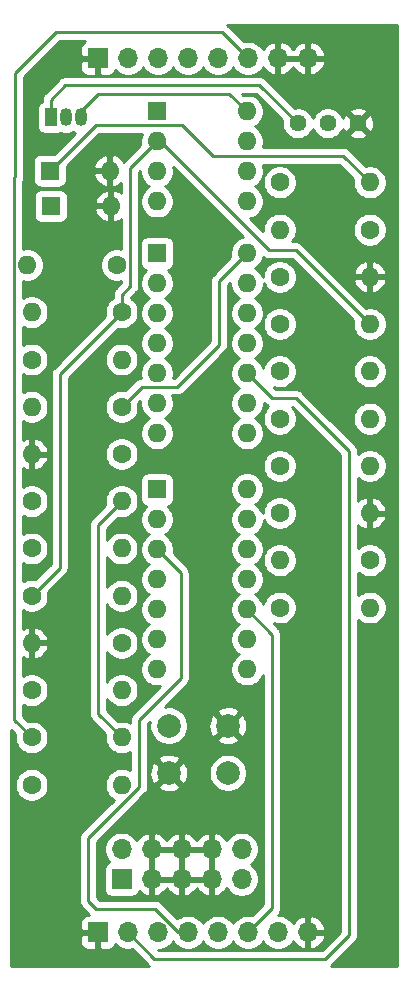
<source format=gbr>
G04 #@! TF.GenerationSoftware,KiCad,Pcbnew,5.1.6-1.fc31*
G04 #@! TF.CreationDate,2020-06-18T16:58:37-04:00*
G04 #@! TF.ProjectId,ChordArrayMain,43686f72-6441-4727-9261-794d61696e2e,rev?*
G04 #@! TF.SameCoordinates,Original*
G04 #@! TF.FileFunction,Copper,L2,Bot*
G04 #@! TF.FilePolarity,Positive*
%FSLAX46Y46*%
G04 Gerber Fmt 4.6, Leading zero omitted, Abs format (unit mm)*
G04 Created by KiCad (PCBNEW 5.1.6-1.fc31) date 2020-06-18 16:58:37*
%MOMM*%
%LPD*%
G01*
G04 APERTURE LIST*
G04 #@! TA.AperFunction,ComponentPad*
%ADD10O,1.700000X1.700000*%
G04 #@! TD*
G04 #@! TA.AperFunction,ComponentPad*
%ADD11R,1.700000X1.700000*%
G04 #@! TD*
G04 #@! TA.AperFunction,ComponentPad*
%ADD12C,2.000000*%
G04 #@! TD*
G04 #@! TA.AperFunction,ComponentPad*
%ADD13C,1.440000*%
G04 #@! TD*
G04 #@! TA.AperFunction,ComponentPad*
%ADD14O,1.600000X1.600000*%
G04 #@! TD*
G04 #@! TA.AperFunction,ComponentPad*
%ADD15R,1.600000X1.600000*%
G04 #@! TD*
G04 #@! TA.AperFunction,ComponentPad*
%ADD16C,1.600000*%
G04 #@! TD*
G04 #@! TA.AperFunction,ComponentPad*
%ADD17R,1.050000X1.500000*%
G04 #@! TD*
G04 #@! TA.AperFunction,ComponentPad*
%ADD18O,1.050000X1.500000*%
G04 #@! TD*
G04 #@! TA.AperFunction,Conductor*
%ADD19C,0.250000*%
G04 #@! TD*
G04 #@! TA.AperFunction,Conductor*
%ADD20C,0.254000*%
G04 #@! TD*
G04 APERTURE END LIST*
D10*
G04 #@! TO.P,J9,8*
G04 #@! TO.N,GND*
X125780000Y-109500000D03*
G04 #@! TO.P,J9,7*
G04 #@! TO.N,OFFS4*
X123240000Y-109500000D03*
G04 #@! TO.P,J9,6*
G04 #@! TO.N,OFFP4*
X120700000Y-109500000D03*
G04 #@! TO.P,J9,5*
G04 #@! TO.N,OFFS3*
X118160000Y-109500000D03*
G04 #@! TO.P,J9,4*
G04 #@! TO.N,OFFP3*
X115620000Y-109500000D03*
G04 #@! TO.P,J9,3*
G04 #@! TO.N,OFFS2*
X113080000Y-109500000D03*
G04 #@! TO.P,J9,2*
G04 #@! TO.N,OFFP2*
X110540000Y-109500000D03*
D11*
G04 #@! TO.P,J9,1*
G04 #@! TO.N,GND*
X108000000Y-109500000D03*
G04 #@! TD*
D10*
G04 #@! TO.P,J8,8*
G04 #@! TO.N,GND*
X125780000Y-35500000D03*
G04 #@! TO.P,J8,7*
X123240000Y-35500000D03*
G04 #@! TO.P,J8,6*
G04 #@! TO.N,OFFS1*
X120700000Y-35500000D03*
G04 #@! TO.P,J8,5*
G04 #@! TO.N,OFFP1*
X118160000Y-35500000D03*
G04 #@! TO.P,J8,4*
G04 #@! TO.N,1V*
X115620000Y-35500000D03*
G04 #@! TO.P,J8,3*
G04 #@! TO.N,BUFFOUT*
X113080000Y-35500000D03*
G04 #@! TO.P,J8,2*
G04 #@! TO.N,CVIN*
X110540000Y-35500000D03*
D11*
G04 #@! TO.P,J8,1*
G04 #@! TO.N,GND*
X108000000Y-35500000D03*
G04 #@! TD*
D10*
G04 #@! TO.P,J2,10*
G04 #@! TO.N,-12V*
X120160000Y-102460000D03*
G04 #@! TO.P,J2,9*
X120160000Y-105000000D03*
G04 #@! TO.P,J2,8*
G04 #@! TO.N,GND*
X117620000Y-102460000D03*
G04 #@! TO.P,J2,7*
X117620000Y-105000000D03*
G04 #@! TO.P,J2,6*
X115080000Y-102460000D03*
G04 #@! TO.P,J2,5*
X115080000Y-105000000D03*
G04 #@! TO.P,J2,4*
X112540000Y-102460000D03*
G04 #@! TO.P,J2,3*
X112540000Y-105000000D03*
G04 #@! TO.P,J2,2*
G04 #@! TO.N,+12V*
X110000000Y-102460000D03*
D11*
G04 #@! TO.P,J2,1*
X110000000Y-105000000D03*
G04 #@! TD*
D12*
G04 #@! TO.P,C2,2*
G04 #@! TO.N,-12V*
X119000000Y-96000000D03*
G04 #@! TO.P,C2,1*
G04 #@! TO.N,GND*
X114000000Y-96000000D03*
G04 #@! TD*
G04 #@! TO.P,C1,2*
G04 #@! TO.N,GND*
X119000000Y-92000000D03*
G04 #@! TO.P,C1,1*
G04 #@! TO.N,+12V*
X114000000Y-92000000D03*
G04 #@! TD*
D13*
G04 #@! TO.P,RV1,3*
G04 #@! TO.N,Net-(Q1-Pad1)*
X124920000Y-41000000D03*
G04 #@! TO.P,RV1,2*
G04 #@! TO.N,Net-(RV1-Pad2)*
X127460000Y-41000000D03*
G04 #@! TO.P,RV1,1*
G04 #@! TO.N,GND*
X130000000Y-41000000D03*
G04 #@! TD*
D14*
G04 #@! TO.P,U3,14*
G04 #@! TO.N,Net-(R20-Pad2)*
X120620000Y-72000000D03*
G04 #@! TO.P,U3,7*
G04 #@! TO.N,Net-(R19-Pad2)*
X113000000Y-87240000D03*
G04 #@! TO.P,U3,13*
G04 #@! TO.N,Net-(R18-Pad1)*
X120620000Y-74540000D03*
G04 #@! TO.P,U3,6*
G04 #@! TO.N,Net-(R17-Pad1)*
X113000000Y-84700000D03*
G04 #@! TO.P,U3,12*
G04 #@! TO.N,Net-(R14-Pad1)*
X120620000Y-77080000D03*
G04 #@! TO.P,U3,5*
G04 #@! TO.N,Net-(R13-Pad2)*
X113000000Y-82160000D03*
G04 #@! TO.P,U3,11*
G04 #@! TO.N,-12V*
X120620000Y-79620000D03*
G04 #@! TO.P,U3,4*
G04 #@! TO.N,+12V*
X113000000Y-79620000D03*
G04 #@! TO.P,U3,10*
G04 #@! TO.N,OFFP4*
X120620000Y-82160000D03*
G04 #@! TO.P,U3,3*
G04 #@! TO.N,OFFP3*
X113000000Y-77080000D03*
G04 #@! TO.P,U3,9*
G04 #@! TO.N,Net-(R15-Pad1)*
X120620000Y-84700000D03*
G04 #@! TO.P,U3,2*
G04 #@! TO.N,Net-(R16-Pad2)*
X113000000Y-74540000D03*
G04 #@! TO.P,U3,8*
G04 #@! TO.N,Net-(R15-Pad1)*
X120620000Y-87240000D03*
D15*
G04 #@! TO.P,U3,1*
G04 #@! TO.N,Net-(R16-Pad2)*
X113000000Y-72000000D03*
G04 #@! TD*
D14*
G04 #@! TO.P,U2,14*
G04 #@! TO.N,Net-(R12-Pad1)*
X120620000Y-52000000D03*
G04 #@! TO.P,U2,7*
G04 #@! TO.N,Net-(R10-Pad2)*
X113000000Y-67240000D03*
G04 #@! TO.P,U2,13*
G04 #@! TO.N,Net-(R8-Pad1)*
X120620000Y-54540000D03*
G04 #@! TO.P,U2,6*
G04 #@! TO.N,Net-(R10-Pad1)*
X113000000Y-64700000D03*
G04 #@! TO.P,U2,12*
G04 #@! TO.N,Net-(R4-Pad1)*
X120620000Y-57080000D03*
G04 #@! TO.P,U2,5*
G04 #@! TO.N,Net-(R3-Pad2)*
X113000000Y-62160000D03*
G04 #@! TO.P,U2,11*
G04 #@! TO.N,-12V*
X120620000Y-59620000D03*
G04 #@! TO.P,U2,4*
G04 #@! TO.N,+12V*
X113000000Y-59620000D03*
G04 #@! TO.P,U2,10*
G04 #@! TO.N,OFFP2*
X120620000Y-62160000D03*
G04 #@! TO.P,U2,3*
G04 #@! TO.N,OFFP1*
X113000000Y-57080000D03*
G04 #@! TO.P,U2,9*
G04 #@! TO.N,Net-(R7-Pad1)*
X120620000Y-64700000D03*
G04 #@! TO.P,U2,2*
G04 #@! TO.N,Net-(R5-Pad2)*
X113000000Y-54540000D03*
G04 #@! TO.P,U2,8*
G04 #@! TO.N,Net-(R7-Pad1)*
X120620000Y-67240000D03*
D15*
G04 #@! TO.P,U2,1*
G04 #@! TO.N,Net-(R5-Pad2)*
X113000000Y-52000000D03*
G04 #@! TD*
D14*
G04 #@! TO.P,U1,8*
G04 #@! TO.N,+12V*
X120620000Y-40000000D03*
G04 #@! TO.P,U1,4*
G04 #@! TO.N,-12V*
X113000000Y-47620000D03*
G04 #@! TO.P,U1,7*
G04 #@! TO.N,1V*
X120620000Y-42540000D03*
G04 #@! TO.P,U1,3*
G04 #@! TO.N,Net-(D2-Pad1)*
X113000000Y-45080000D03*
G04 #@! TO.P,U1,6*
G04 #@! TO.N,1V*
X120620000Y-45080000D03*
G04 #@! TO.P,U1,2*
G04 #@! TO.N,BUFFOUT*
X113000000Y-42540000D03*
G04 #@! TO.P,U1,5*
G04 #@! TO.N,Net-(RV1-Pad2)*
X120620000Y-47620000D03*
D15*
G04 #@! TO.P,U1,1*
G04 #@! TO.N,BUFFOUT*
X113000000Y-40000000D03*
G04 #@! TD*
D14*
G04 #@! TO.P,R22,2*
G04 #@! TO.N,OFFS4*
X131000000Y-66000000D03*
D16*
G04 #@! TO.P,R22,1*
G04 #@! TO.N,Net-(R20-Pad2)*
X123380000Y-66000000D03*
G04 #@! TD*
D14*
G04 #@! TO.P,R21,2*
G04 #@! TO.N,Net-(R19-Pad2)*
X110000000Y-97000000D03*
D16*
G04 #@! TO.P,R21,1*
G04 #@! TO.N,OFFS3*
X102380000Y-97000000D03*
G04 #@! TD*
D14*
G04 #@! TO.P,R20,2*
G04 #@! TO.N,Net-(R20-Pad2)*
X131000000Y-70000000D03*
D16*
G04 #@! TO.P,R20,1*
G04 #@! TO.N,Net-(R18-Pad1)*
X123380000Y-70000000D03*
G04 #@! TD*
D14*
G04 #@! TO.P,R19,2*
G04 #@! TO.N,Net-(R19-Pad2)*
X110000000Y-89000000D03*
D16*
G04 #@! TO.P,R19,1*
G04 #@! TO.N,Net-(R17-Pad1)*
X102380000Y-89000000D03*
G04 #@! TD*
D14*
G04 #@! TO.P,R18,2*
G04 #@! TO.N,GND*
X131000000Y-74000000D03*
D16*
G04 #@! TO.P,R18,1*
G04 #@! TO.N,Net-(R18-Pad1)*
X123380000Y-74000000D03*
G04 #@! TD*
D14*
G04 #@! TO.P,R17,2*
G04 #@! TO.N,GND*
X102380000Y-85000000D03*
D16*
G04 #@! TO.P,R17,1*
G04 #@! TO.N,Net-(R17-Pad1)*
X110000000Y-85000000D03*
G04 #@! TD*
D14*
G04 #@! TO.P,R16,2*
G04 #@! TO.N,Net-(R16-Pad2)*
X110000000Y-77000000D03*
D16*
G04 #@! TO.P,R16,1*
G04 #@! TO.N,Net-(R13-Pad2)*
X102380000Y-77000000D03*
G04 #@! TD*
D14*
G04 #@! TO.P,R15,2*
G04 #@! TO.N,Net-(R14-Pad1)*
X123380000Y-78000000D03*
D16*
G04 #@! TO.P,R15,1*
G04 #@! TO.N,Net-(R15-Pad1)*
X131000000Y-78000000D03*
G04 #@! TD*
D14*
G04 #@! TO.P,R14,2*
G04 #@! TO.N,BUFFOUT*
X131000000Y-82000000D03*
D16*
G04 #@! TO.P,R14,1*
G04 #@! TO.N,Net-(R14-Pad1)*
X123380000Y-82000000D03*
G04 #@! TD*
D14*
G04 #@! TO.P,R13,2*
G04 #@! TO.N,Net-(R13-Pad2)*
X110000000Y-81000000D03*
D16*
G04 #@! TO.P,R13,1*
G04 #@! TO.N,BUFFOUT*
X102380000Y-81000000D03*
G04 #@! TD*
D14*
G04 #@! TO.P,R12,2*
G04 #@! TO.N,OFFS2*
X102380000Y-65000000D03*
D16*
G04 #@! TO.P,R12,1*
G04 #@! TO.N,Net-(R12-Pad1)*
X110000000Y-65000000D03*
G04 #@! TD*
D14*
G04 #@! TO.P,R11,2*
G04 #@! TO.N,Net-(R10-Pad2)*
X110000000Y-93000000D03*
D16*
G04 #@! TO.P,R11,1*
G04 #@! TO.N,OFFS1*
X102380000Y-93000000D03*
G04 #@! TD*
D14*
G04 #@! TO.P,R10,2*
G04 #@! TO.N,Net-(R10-Pad2)*
X110000000Y-73000000D03*
D16*
G04 #@! TO.P,R10,1*
G04 #@! TO.N,Net-(R10-Pad1)*
X102380000Y-73000000D03*
G04 #@! TD*
D14*
G04 #@! TO.P,R9,2*
G04 #@! TO.N,Net-(R12-Pad1)*
X123380000Y-50000000D03*
D16*
G04 #@! TO.P,R9,1*
G04 #@! TO.N,Net-(R8-Pad1)*
X131000000Y-50000000D03*
G04 #@! TD*
D14*
G04 #@! TO.P,R8,2*
G04 #@! TO.N,GND*
X131000000Y-54000000D03*
D16*
G04 #@! TO.P,R8,1*
G04 #@! TO.N,Net-(R8-Pad1)*
X123380000Y-54000000D03*
G04 #@! TD*
D14*
G04 #@! TO.P,R7,2*
G04 #@! TO.N,Net-(R4-Pad1)*
X131000000Y-62000000D03*
D16*
G04 #@! TO.P,R7,1*
G04 #@! TO.N,Net-(R7-Pad1)*
X123380000Y-62000000D03*
G04 #@! TD*
D14*
G04 #@! TO.P,R6,2*
G04 #@! TO.N,GND*
X102380000Y-69000000D03*
D16*
G04 #@! TO.P,R6,1*
G04 #@! TO.N,Net-(R10-Pad1)*
X110000000Y-69000000D03*
G04 #@! TD*
D14*
G04 #@! TO.P,R5,2*
G04 #@! TO.N,Net-(R5-Pad2)*
X110000000Y-61000000D03*
D16*
G04 #@! TO.P,R5,1*
G04 #@! TO.N,Net-(R3-Pad2)*
X102380000Y-61000000D03*
G04 #@! TD*
D14*
G04 #@! TO.P,R4,2*
G04 #@! TO.N,BUFFOUT*
X131000000Y-58000000D03*
D16*
G04 #@! TO.P,R4,1*
G04 #@! TO.N,Net-(R4-Pad1)*
X123380000Y-58000000D03*
G04 #@! TD*
D14*
G04 #@! TO.P,R3,2*
G04 #@! TO.N,Net-(R3-Pad2)*
X102380000Y-57000000D03*
D16*
G04 #@! TO.P,R3,1*
G04 #@! TO.N,BUFFOUT*
X110000000Y-57000000D03*
G04 #@! TD*
D14*
G04 #@! TO.P,R2,2*
G04 #@! TO.N,CVIN*
X102000000Y-53000000D03*
D16*
G04 #@! TO.P,R2,1*
G04 #@! TO.N,Net-(D2-Pad1)*
X109620000Y-53000000D03*
G04 #@! TD*
D14*
G04 #@! TO.P,R1,2*
G04 #@! TO.N,Net-(D1-Pad1)*
X131000000Y-46000000D03*
D16*
G04 #@! TO.P,R1,1*
G04 #@! TO.N,+12V*
X123380000Y-46000000D03*
G04 #@! TD*
D17*
G04 #@! TO.P,Q1,1*
G04 #@! TO.N,Net-(Q1-Pad1)*
X104000000Y-40500000D03*
D18*
G04 #@! TO.P,Q1,3*
G04 #@! TO.N,+12V*
X106540000Y-40500000D03*
G04 #@! TO.P,Q1,2*
G04 #@! TO.N,Net-(D1-Pad1)*
X105270000Y-40500000D03*
G04 #@! TD*
D14*
G04 #@! TO.P,D2,2*
G04 #@! TO.N,GND*
X109080000Y-48000000D03*
D15*
G04 #@! TO.P,D2,1*
G04 #@! TO.N,Net-(D2-Pad1)*
X104000000Y-48000000D03*
G04 #@! TD*
D14*
G04 #@! TO.P,D1,2*
G04 #@! TO.N,GND*
X109000000Y-45000000D03*
D15*
G04 #@! TO.P,D1,1*
G04 #@! TO.N,Net-(D1-Pad1)*
X103920000Y-45000000D03*
G04 #@! TD*
D19*
G04 #@! TO.N,+12V*
X119120000Y-38500000D02*
X120620000Y-40000000D01*
X108000000Y-38500000D02*
X119120000Y-38500000D01*
X106540000Y-39960000D02*
X108000000Y-38500000D01*
X106540000Y-40500000D02*
X106540000Y-39960000D01*
G04 #@! TO.N,Net-(D1-Pad1)*
X131000000Y-46000000D02*
X128750000Y-43750000D01*
X128750000Y-43750000D02*
X117750000Y-43750000D01*
X107794999Y-41125001D02*
X103920000Y-45000000D01*
X115125001Y-41125001D02*
X107794999Y-41125001D01*
X117750000Y-43750000D02*
X115125001Y-41125001D01*
G04 #@! TO.N,Net-(Q1-Pad1)*
X104000000Y-39000000D02*
X105250000Y-37750000D01*
X121670000Y-37750000D02*
X124920000Y-41000000D01*
X105250000Y-37750000D02*
X121670000Y-37750000D01*
X104000000Y-40500000D02*
X104000000Y-39000000D01*
G04 #@! TO.N,Net-(R12-Pad1)*
X111714999Y-63285001D02*
X114714999Y-63285001D01*
X110000000Y-65000000D02*
X111714999Y-63285001D01*
X114714999Y-63285001D02*
X118250000Y-59750000D01*
X118250000Y-54370000D02*
X120620000Y-52000000D01*
X118250000Y-59750000D02*
X118250000Y-54370000D01*
G04 #@! TO.N,Net-(R10-Pad2)*
X110000000Y-73000000D02*
X108000000Y-75000000D01*
X108000000Y-91000000D02*
X110000000Y-93000000D01*
X108000000Y-75000000D02*
X108000000Y-91000000D01*
G04 #@! TO.N,BUFFOUT*
X110000000Y-57000000D02*
X110000000Y-55500000D01*
X110745001Y-44794999D02*
X113000000Y-42540000D01*
X110745001Y-54754999D02*
X110745001Y-44794999D01*
X110000000Y-55500000D02*
X110745001Y-54754999D01*
X110000000Y-57000000D02*
X104750000Y-62250000D01*
X104750000Y-78630000D02*
X102380000Y-81000000D01*
X104750000Y-62250000D02*
X104750000Y-78630000D01*
X131000000Y-58000000D02*
X124750000Y-51750000D01*
X124750000Y-51750000D02*
X122500000Y-51750000D01*
X113290000Y-42540000D02*
X113000000Y-42540000D01*
X122500000Y-51750000D02*
X113290000Y-42540000D01*
G04 #@! TO.N,OFFS1*
X120700000Y-35500000D02*
X118500000Y-33300000D01*
X118500000Y-33300000D02*
X104450000Y-33300000D01*
X104450000Y-33300000D02*
X101000000Y-36750000D01*
X100874999Y-91494999D02*
X102380000Y-93000000D01*
X100874999Y-45625001D02*
X100874999Y-91494999D01*
X101000000Y-45500000D02*
X100874999Y-45625001D01*
X101000000Y-36750000D02*
X101000000Y-45500000D01*
G04 #@! TO.N,OFFP4*
X120620000Y-82160000D02*
X122750000Y-84290000D01*
X122750000Y-107450000D02*
X120700000Y-109500000D01*
X122750000Y-84290000D02*
X122750000Y-107450000D01*
G04 #@! TO.N,OFFP3*
X113000000Y-77080000D02*
X115000000Y-79080000D01*
X115000000Y-79080000D02*
X115000000Y-88000000D01*
X115000000Y-88000000D02*
X111500000Y-91500000D01*
X111500000Y-97165002D02*
X107165002Y-101500000D01*
X111500000Y-91500000D02*
X111500000Y-97165002D01*
X107165002Y-101500000D02*
X107165002Y-106834998D01*
X107165002Y-106834998D02*
X107830004Y-107500000D01*
X114819002Y-109500000D02*
X115620000Y-109500000D01*
X112819002Y-107500000D02*
X114819002Y-109500000D01*
X107830004Y-107500000D02*
X112819002Y-107500000D01*
G04 #@! TO.N,OFFP2*
X120620000Y-62160000D02*
X122710000Y-64250000D01*
X122710000Y-64250000D02*
X124750000Y-64250000D01*
X124750000Y-64250000D02*
X129250000Y-68750000D01*
X129250000Y-68750000D02*
X129250000Y-109750000D01*
X129250000Y-109750000D02*
X127250000Y-111750000D01*
X112790000Y-111750000D02*
X110540000Y-109500000D01*
X127250000Y-111750000D02*
X112790000Y-111750000D01*
G04 #@! TD*
D20*
G04 #@! TO.N,GND*
G36*
X133340000Y-112340000D02*
G01*
X127729077Y-112340000D01*
X127790001Y-112290001D01*
X127813804Y-112260997D01*
X129761003Y-110313799D01*
X129790001Y-110290001D01*
X129823648Y-110249002D01*
X129884974Y-110174277D01*
X129955546Y-110042247D01*
X129991331Y-109924276D01*
X129999003Y-109898986D01*
X130010000Y-109787333D01*
X130010000Y-109787324D01*
X130013676Y-109750001D01*
X130010000Y-109712678D01*
X130010000Y-83039396D01*
X130085241Y-83114637D01*
X130320273Y-83271680D01*
X130581426Y-83379853D01*
X130858665Y-83435000D01*
X131141335Y-83435000D01*
X131418574Y-83379853D01*
X131679727Y-83271680D01*
X131914759Y-83114637D01*
X132114637Y-82914759D01*
X132271680Y-82679727D01*
X132379853Y-82418574D01*
X132435000Y-82141335D01*
X132435000Y-81858665D01*
X132379853Y-81581426D01*
X132271680Y-81320273D01*
X132114637Y-81085241D01*
X131914759Y-80885363D01*
X131679727Y-80728320D01*
X131418574Y-80620147D01*
X131141335Y-80565000D01*
X130858665Y-80565000D01*
X130581426Y-80620147D01*
X130320273Y-80728320D01*
X130085241Y-80885363D01*
X130010000Y-80960604D01*
X130010000Y-79039396D01*
X130085241Y-79114637D01*
X130320273Y-79271680D01*
X130581426Y-79379853D01*
X130858665Y-79435000D01*
X131141335Y-79435000D01*
X131418574Y-79379853D01*
X131679727Y-79271680D01*
X131914759Y-79114637D01*
X132114637Y-78914759D01*
X132271680Y-78679727D01*
X132379853Y-78418574D01*
X132435000Y-78141335D01*
X132435000Y-77858665D01*
X132379853Y-77581426D01*
X132271680Y-77320273D01*
X132114637Y-77085241D01*
X131914759Y-76885363D01*
X131679727Y-76728320D01*
X131418574Y-76620147D01*
X131141335Y-76565000D01*
X130858665Y-76565000D01*
X130581426Y-76620147D01*
X130320273Y-76728320D01*
X130085241Y-76885363D01*
X130010000Y-76960604D01*
X130010000Y-75030083D01*
X130144869Y-75152385D01*
X130386119Y-75297070D01*
X130650960Y-75391909D01*
X130873000Y-75270624D01*
X130873000Y-74127000D01*
X131127000Y-74127000D01*
X131127000Y-75270624D01*
X131349040Y-75391909D01*
X131613881Y-75297070D01*
X131855131Y-75152385D01*
X132063519Y-74963414D01*
X132231037Y-74737420D01*
X132351246Y-74483087D01*
X132391904Y-74349039D01*
X132269915Y-74127000D01*
X131127000Y-74127000D01*
X130873000Y-74127000D01*
X130853000Y-74127000D01*
X130853000Y-73873000D01*
X130873000Y-73873000D01*
X130873000Y-72729376D01*
X131127000Y-72729376D01*
X131127000Y-73873000D01*
X132269915Y-73873000D01*
X132391904Y-73650961D01*
X132351246Y-73516913D01*
X132231037Y-73262580D01*
X132063519Y-73036586D01*
X131855131Y-72847615D01*
X131613881Y-72702930D01*
X131349040Y-72608091D01*
X131127000Y-72729376D01*
X130873000Y-72729376D01*
X130650960Y-72608091D01*
X130386119Y-72702930D01*
X130144869Y-72847615D01*
X130010000Y-72969917D01*
X130010000Y-71039396D01*
X130085241Y-71114637D01*
X130320273Y-71271680D01*
X130581426Y-71379853D01*
X130858665Y-71435000D01*
X131141335Y-71435000D01*
X131418574Y-71379853D01*
X131679727Y-71271680D01*
X131914759Y-71114637D01*
X132114637Y-70914759D01*
X132271680Y-70679727D01*
X132379853Y-70418574D01*
X132435000Y-70141335D01*
X132435000Y-69858665D01*
X132379853Y-69581426D01*
X132271680Y-69320273D01*
X132114637Y-69085241D01*
X131914759Y-68885363D01*
X131679727Y-68728320D01*
X131418574Y-68620147D01*
X131141335Y-68565000D01*
X130858665Y-68565000D01*
X130581426Y-68620147D01*
X130320273Y-68728320D01*
X130085241Y-68885363D01*
X130010000Y-68960604D01*
X130010000Y-68787322D01*
X130013676Y-68749999D01*
X130010000Y-68712676D01*
X130010000Y-68712667D01*
X129999003Y-68601014D01*
X129955546Y-68457753D01*
X129884975Y-68325725D01*
X129884974Y-68325723D01*
X129813799Y-68238997D01*
X129790001Y-68209999D01*
X129761004Y-68186202D01*
X127433467Y-65858665D01*
X129565000Y-65858665D01*
X129565000Y-66141335D01*
X129620147Y-66418574D01*
X129728320Y-66679727D01*
X129885363Y-66914759D01*
X130085241Y-67114637D01*
X130320273Y-67271680D01*
X130581426Y-67379853D01*
X130858665Y-67435000D01*
X131141335Y-67435000D01*
X131418574Y-67379853D01*
X131679727Y-67271680D01*
X131914759Y-67114637D01*
X132114637Y-66914759D01*
X132271680Y-66679727D01*
X132379853Y-66418574D01*
X132435000Y-66141335D01*
X132435000Y-65858665D01*
X132379853Y-65581426D01*
X132271680Y-65320273D01*
X132114637Y-65085241D01*
X131914759Y-64885363D01*
X131679727Y-64728320D01*
X131418574Y-64620147D01*
X131141335Y-64565000D01*
X130858665Y-64565000D01*
X130581426Y-64620147D01*
X130320273Y-64728320D01*
X130085241Y-64885363D01*
X129885363Y-65085241D01*
X129728320Y-65320273D01*
X129620147Y-65581426D01*
X129565000Y-65858665D01*
X127433467Y-65858665D01*
X125313804Y-63739003D01*
X125290001Y-63709999D01*
X125174276Y-63615026D01*
X125042247Y-63544454D01*
X124898986Y-63500997D01*
X124787333Y-63490000D01*
X124787322Y-63490000D01*
X124750000Y-63486324D01*
X124712678Y-63490000D01*
X123024802Y-63490000D01*
X122881583Y-63346781D01*
X122961426Y-63379853D01*
X123238665Y-63435000D01*
X123521335Y-63435000D01*
X123798574Y-63379853D01*
X124059727Y-63271680D01*
X124294759Y-63114637D01*
X124494637Y-62914759D01*
X124651680Y-62679727D01*
X124759853Y-62418574D01*
X124815000Y-62141335D01*
X124815000Y-61858665D01*
X129565000Y-61858665D01*
X129565000Y-62141335D01*
X129620147Y-62418574D01*
X129728320Y-62679727D01*
X129885363Y-62914759D01*
X130085241Y-63114637D01*
X130320273Y-63271680D01*
X130581426Y-63379853D01*
X130858665Y-63435000D01*
X131141335Y-63435000D01*
X131418574Y-63379853D01*
X131679727Y-63271680D01*
X131914759Y-63114637D01*
X132114637Y-62914759D01*
X132271680Y-62679727D01*
X132379853Y-62418574D01*
X132435000Y-62141335D01*
X132435000Y-61858665D01*
X132379853Y-61581426D01*
X132271680Y-61320273D01*
X132114637Y-61085241D01*
X131914759Y-60885363D01*
X131679727Y-60728320D01*
X131418574Y-60620147D01*
X131141335Y-60565000D01*
X130858665Y-60565000D01*
X130581426Y-60620147D01*
X130320273Y-60728320D01*
X130085241Y-60885363D01*
X129885363Y-61085241D01*
X129728320Y-61320273D01*
X129620147Y-61581426D01*
X129565000Y-61858665D01*
X124815000Y-61858665D01*
X124759853Y-61581426D01*
X124651680Y-61320273D01*
X124494637Y-61085241D01*
X124294759Y-60885363D01*
X124059727Y-60728320D01*
X123798574Y-60620147D01*
X123521335Y-60565000D01*
X123238665Y-60565000D01*
X122961426Y-60620147D01*
X122700273Y-60728320D01*
X122465241Y-60885363D01*
X122265363Y-61085241D01*
X122108320Y-61320273D01*
X122000147Y-61581426D01*
X121978551Y-61689997D01*
X121891680Y-61480273D01*
X121734637Y-61245241D01*
X121534759Y-61045363D01*
X121302241Y-60890000D01*
X121534759Y-60734637D01*
X121734637Y-60534759D01*
X121891680Y-60299727D01*
X121999853Y-60038574D01*
X122055000Y-59761335D01*
X122055000Y-59478665D01*
X121999853Y-59201426D01*
X121891680Y-58940273D01*
X121734637Y-58705241D01*
X121534759Y-58505363D01*
X121302241Y-58350000D01*
X121534759Y-58194637D01*
X121734637Y-57994759D01*
X121825571Y-57858665D01*
X121945000Y-57858665D01*
X121945000Y-58141335D01*
X122000147Y-58418574D01*
X122108320Y-58679727D01*
X122265363Y-58914759D01*
X122465241Y-59114637D01*
X122700273Y-59271680D01*
X122961426Y-59379853D01*
X123238665Y-59435000D01*
X123521335Y-59435000D01*
X123798574Y-59379853D01*
X124059727Y-59271680D01*
X124294759Y-59114637D01*
X124494637Y-58914759D01*
X124651680Y-58679727D01*
X124759853Y-58418574D01*
X124815000Y-58141335D01*
X124815000Y-57858665D01*
X124759853Y-57581426D01*
X124651680Y-57320273D01*
X124494637Y-57085241D01*
X124294759Y-56885363D01*
X124059727Y-56728320D01*
X123798574Y-56620147D01*
X123521335Y-56565000D01*
X123238665Y-56565000D01*
X122961426Y-56620147D01*
X122700273Y-56728320D01*
X122465241Y-56885363D01*
X122265363Y-57085241D01*
X122108320Y-57320273D01*
X122000147Y-57581426D01*
X121945000Y-57858665D01*
X121825571Y-57858665D01*
X121891680Y-57759727D01*
X121999853Y-57498574D01*
X122055000Y-57221335D01*
X122055000Y-56938665D01*
X121999853Y-56661426D01*
X121891680Y-56400273D01*
X121734637Y-56165241D01*
X121534759Y-55965363D01*
X121302241Y-55810000D01*
X121534759Y-55654637D01*
X121734637Y-55454759D01*
X121891680Y-55219727D01*
X121999853Y-54958574D01*
X122055000Y-54681335D01*
X122055000Y-54551001D01*
X122108320Y-54679727D01*
X122265363Y-54914759D01*
X122465241Y-55114637D01*
X122700273Y-55271680D01*
X122961426Y-55379853D01*
X123238665Y-55435000D01*
X123521335Y-55435000D01*
X123798574Y-55379853D01*
X124059727Y-55271680D01*
X124294759Y-55114637D01*
X124494637Y-54914759D01*
X124651680Y-54679727D01*
X124759853Y-54418574D01*
X124815000Y-54141335D01*
X124815000Y-53858665D01*
X124759853Y-53581426D01*
X124651680Y-53320273D01*
X124494637Y-53085241D01*
X124294759Y-52885363D01*
X124059727Y-52728320D01*
X123798574Y-52620147D01*
X123521335Y-52565000D01*
X123238665Y-52565000D01*
X122961426Y-52620147D01*
X122700273Y-52728320D01*
X122465241Y-52885363D01*
X122265363Y-53085241D01*
X122108320Y-53320273D01*
X122000147Y-53581426D01*
X121945000Y-53858665D01*
X121945000Y-53988999D01*
X121891680Y-53860273D01*
X121734637Y-53625241D01*
X121534759Y-53425363D01*
X121302241Y-53270000D01*
X121534759Y-53114637D01*
X121734637Y-52914759D01*
X121891680Y-52679727D01*
X121999853Y-52418574D01*
X122016246Y-52336162D01*
X122075723Y-52384974D01*
X122207753Y-52455546D01*
X122351014Y-52499003D01*
X122462667Y-52510000D01*
X122462677Y-52510000D01*
X122500000Y-52513676D01*
X122537323Y-52510000D01*
X124435199Y-52510000D01*
X129601312Y-57676114D01*
X129565000Y-57858665D01*
X129565000Y-58141335D01*
X129620147Y-58418574D01*
X129728320Y-58679727D01*
X129885363Y-58914759D01*
X130085241Y-59114637D01*
X130320273Y-59271680D01*
X130581426Y-59379853D01*
X130858665Y-59435000D01*
X131141335Y-59435000D01*
X131418574Y-59379853D01*
X131679727Y-59271680D01*
X131914759Y-59114637D01*
X132114637Y-58914759D01*
X132271680Y-58679727D01*
X132379853Y-58418574D01*
X132435000Y-58141335D01*
X132435000Y-57858665D01*
X132379853Y-57581426D01*
X132271680Y-57320273D01*
X132114637Y-57085241D01*
X131914759Y-56885363D01*
X131679727Y-56728320D01*
X131418574Y-56620147D01*
X131141335Y-56565000D01*
X130858665Y-56565000D01*
X130676114Y-56601312D01*
X128423841Y-54349039D01*
X129608096Y-54349039D01*
X129648754Y-54483087D01*
X129768963Y-54737420D01*
X129936481Y-54963414D01*
X130144869Y-55152385D01*
X130386119Y-55297070D01*
X130650960Y-55391909D01*
X130873000Y-55270624D01*
X130873000Y-54127000D01*
X131127000Y-54127000D01*
X131127000Y-55270624D01*
X131349040Y-55391909D01*
X131613881Y-55297070D01*
X131855131Y-55152385D01*
X132063519Y-54963414D01*
X132231037Y-54737420D01*
X132351246Y-54483087D01*
X132391904Y-54349039D01*
X132269915Y-54127000D01*
X131127000Y-54127000D01*
X130873000Y-54127000D01*
X129730085Y-54127000D01*
X129608096Y-54349039D01*
X128423841Y-54349039D01*
X127725763Y-53650961D01*
X129608096Y-53650961D01*
X129730085Y-53873000D01*
X130873000Y-53873000D01*
X130873000Y-52729376D01*
X131127000Y-52729376D01*
X131127000Y-53873000D01*
X132269915Y-53873000D01*
X132391904Y-53650961D01*
X132351246Y-53516913D01*
X132231037Y-53262580D01*
X132063519Y-53036586D01*
X131855131Y-52847615D01*
X131613881Y-52702930D01*
X131349040Y-52608091D01*
X131127000Y-52729376D01*
X130873000Y-52729376D01*
X130650960Y-52608091D01*
X130386119Y-52702930D01*
X130144869Y-52847615D01*
X129936481Y-53036586D01*
X129768963Y-53262580D01*
X129648754Y-53516913D01*
X129608096Y-53650961D01*
X127725763Y-53650961D01*
X125313804Y-51239003D01*
X125290001Y-51209999D01*
X125174276Y-51115026D01*
X125042247Y-51044454D01*
X124898986Y-51000997D01*
X124787333Y-50990000D01*
X124787322Y-50990000D01*
X124750000Y-50986324D01*
X124712678Y-50990000D01*
X124419396Y-50990000D01*
X124494637Y-50914759D01*
X124651680Y-50679727D01*
X124759853Y-50418574D01*
X124815000Y-50141335D01*
X124815000Y-49858665D01*
X129565000Y-49858665D01*
X129565000Y-50141335D01*
X129620147Y-50418574D01*
X129728320Y-50679727D01*
X129885363Y-50914759D01*
X130085241Y-51114637D01*
X130320273Y-51271680D01*
X130581426Y-51379853D01*
X130858665Y-51435000D01*
X131141335Y-51435000D01*
X131418574Y-51379853D01*
X131679727Y-51271680D01*
X131914759Y-51114637D01*
X132114637Y-50914759D01*
X132271680Y-50679727D01*
X132379853Y-50418574D01*
X132435000Y-50141335D01*
X132435000Y-49858665D01*
X132379853Y-49581426D01*
X132271680Y-49320273D01*
X132114637Y-49085241D01*
X131914759Y-48885363D01*
X131679727Y-48728320D01*
X131418574Y-48620147D01*
X131141335Y-48565000D01*
X130858665Y-48565000D01*
X130581426Y-48620147D01*
X130320273Y-48728320D01*
X130085241Y-48885363D01*
X129885363Y-49085241D01*
X129728320Y-49320273D01*
X129620147Y-49581426D01*
X129565000Y-49858665D01*
X124815000Y-49858665D01*
X124759853Y-49581426D01*
X124651680Y-49320273D01*
X124494637Y-49085241D01*
X124294759Y-48885363D01*
X124059727Y-48728320D01*
X123798574Y-48620147D01*
X123521335Y-48565000D01*
X123238665Y-48565000D01*
X122961426Y-48620147D01*
X122700273Y-48728320D01*
X122465241Y-48885363D01*
X122265363Y-49085241D01*
X122108320Y-49320273D01*
X122000147Y-49581426D01*
X121945000Y-49858665D01*
X121945000Y-50120198D01*
X120860147Y-49035345D01*
X121038574Y-48999853D01*
X121299727Y-48891680D01*
X121534759Y-48734637D01*
X121734637Y-48534759D01*
X121891680Y-48299727D01*
X121999853Y-48038574D01*
X122055000Y-47761335D01*
X122055000Y-47478665D01*
X121999853Y-47201426D01*
X121891680Y-46940273D01*
X121734637Y-46705241D01*
X121534759Y-46505363D01*
X121302241Y-46350000D01*
X121534759Y-46194637D01*
X121734637Y-45994759D01*
X121825571Y-45858665D01*
X121945000Y-45858665D01*
X121945000Y-46141335D01*
X122000147Y-46418574D01*
X122108320Y-46679727D01*
X122265363Y-46914759D01*
X122465241Y-47114637D01*
X122700273Y-47271680D01*
X122961426Y-47379853D01*
X123238665Y-47435000D01*
X123521335Y-47435000D01*
X123798574Y-47379853D01*
X124059727Y-47271680D01*
X124294759Y-47114637D01*
X124494637Y-46914759D01*
X124651680Y-46679727D01*
X124759853Y-46418574D01*
X124815000Y-46141335D01*
X124815000Y-45858665D01*
X124759853Y-45581426D01*
X124651680Y-45320273D01*
X124494637Y-45085241D01*
X124294759Y-44885363D01*
X124059727Y-44728320D01*
X123798574Y-44620147D01*
X123521335Y-44565000D01*
X123238665Y-44565000D01*
X122961426Y-44620147D01*
X122700273Y-44728320D01*
X122465241Y-44885363D01*
X122265363Y-45085241D01*
X122108320Y-45320273D01*
X122000147Y-45581426D01*
X121945000Y-45858665D01*
X121825571Y-45858665D01*
X121891680Y-45759727D01*
X121999853Y-45498574D01*
X122055000Y-45221335D01*
X122055000Y-44938665D01*
X121999853Y-44661426D01*
X121937130Y-44510000D01*
X128435199Y-44510000D01*
X129601312Y-45676114D01*
X129565000Y-45858665D01*
X129565000Y-46141335D01*
X129620147Y-46418574D01*
X129728320Y-46679727D01*
X129885363Y-46914759D01*
X130085241Y-47114637D01*
X130320273Y-47271680D01*
X130581426Y-47379853D01*
X130858665Y-47435000D01*
X131141335Y-47435000D01*
X131418574Y-47379853D01*
X131679727Y-47271680D01*
X131914759Y-47114637D01*
X132114637Y-46914759D01*
X132271680Y-46679727D01*
X132379853Y-46418574D01*
X132435000Y-46141335D01*
X132435000Y-45858665D01*
X132379853Y-45581426D01*
X132271680Y-45320273D01*
X132114637Y-45085241D01*
X131914759Y-44885363D01*
X131679727Y-44728320D01*
X131418574Y-44620147D01*
X131141335Y-44565000D01*
X130858665Y-44565000D01*
X130676114Y-44601312D01*
X129313804Y-43239003D01*
X129290001Y-43209999D01*
X129174276Y-43115026D01*
X129042247Y-43044454D01*
X128898986Y-43000997D01*
X128787333Y-42990000D01*
X128787322Y-42990000D01*
X128750000Y-42986324D01*
X128712678Y-42990000D01*
X121986836Y-42990000D01*
X121999853Y-42958574D01*
X122055000Y-42681335D01*
X122055000Y-42398665D01*
X121999853Y-42121426D01*
X121891680Y-41860273D01*
X121734637Y-41625241D01*
X121534759Y-41425363D01*
X121302241Y-41270000D01*
X121534759Y-41114637D01*
X121734637Y-40914759D01*
X121891680Y-40679727D01*
X121999853Y-40418574D01*
X122055000Y-40141335D01*
X122055000Y-39858665D01*
X121999853Y-39581426D01*
X121891680Y-39320273D01*
X121734637Y-39085241D01*
X121534759Y-38885363D01*
X121299727Y-38728320D01*
X121038574Y-38620147D01*
X120761335Y-38565000D01*
X120478665Y-38565000D01*
X120296114Y-38601312D01*
X120204801Y-38510000D01*
X121355199Y-38510000D01*
X123589346Y-40744148D01*
X123565000Y-40866544D01*
X123565000Y-41133456D01*
X123617072Y-41395239D01*
X123719215Y-41641833D01*
X123867503Y-41863762D01*
X124056238Y-42052497D01*
X124278167Y-42200785D01*
X124524761Y-42302928D01*
X124786544Y-42355000D01*
X125053456Y-42355000D01*
X125315239Y-42302928D01*
X125561833Y-42200785D01*
X125783762Y-42052497D01*
X125972497Y-41863762D01*
X126120785Y-41641833D01*
X126190000Y-41474734D01*
X126259215Y-41641833D01*
X126407503Y-41863762D01*
X126596238Y-42052497D01*
X126818167Y-42200785D01*
X127064761Y-42302928D01*
X127326544Y-42355000D01*
X127593456Y-42355000D01*
X127855239Y-42302928D01*
X128101833Y-42200785D01*
X128323762Y-42052497D01*
X128440699Y-41935560D01*
X129244045Y-41935560D01*
X129305932Y-42171368D01*
X129547790Y-42284266D01*
X129807027Y-42347811D01*
X130073680Y-42359561D01*
X130337501Y-42319063D01*
X130588353Y-42227875D01*
X130694068Y-42171368D01*
X130755955Y-41935560D01*
X130000000Y-41179605D01*
X129244045Y-41935560D01*
X128440699Y-41935560D01*
X128512497Y-41863762D01*
X128660785Y-41641833D01*
X128730438Y-41473676D01*
X128772125Y-41588353D01*
X128828632Y-41694068D01*
X129064440Y-41755955D01*
X129820395Y-41000000D01*
X130179605Y-41000000D01*
X130935560Y-41755955D01*
X131171368Y-41694068D01*
X131284266Y-41452210D01*
X131347811Y-41192973D01*
X131359561Y-40926320D01*
X131319063Y-40662499D01*
X131227875Y-40411647D01*
X131171368Y-40305932D01*
X130935560Y-40244045D01*
X130179605Y-41000000D01*
X129820395Y-41000000D01*
X129064440Y-40244045D01*
X128828632Y-40305932D01*
X128728236Y-40521007D01*
X128660785Y-40358167D01*
X128512497Y-40136238D01*
X128440699Y-40064440D01*
X129244045Y-40064440D01*
X130000000Y-40820395D01*
X130755955Y-40064440D01*
X130694068Y-39828632D01*
X130452210Y-39715734D01*
X130192973Y-39652189D01*
X129926320Y-39640439D01*
X129662499Y-39680937D01*
X129411647Y-39772125D01*
X129305932Y-39828632D01*
X129244045Y-40064440D01*
X128440699Y-40064440D01*
X128323762Y-39947503D01*
X128101833Y-39799215D01*
X127855239Y-39697072D01*
X127593456Y-39645000D01*
X127326544Y-39645000D01*
X127064761Y-39697072D01*
X126818167Y-39799215D01*
X126596238Y-39947503D01*
X126407503Y-40136238D01*
X126259215Y-40358167D01*
X126190000Y-40525266D01*
X126120785Y-40358167D01*
X125972497Y-40136238D01*
X125783762Y-39947503D01*
X125561833Y-39799215D01*
X125315239Y-39697072D01*
X125053456Y-39645000D01*
X124786544Y-39645000D01*
X124664148Y-39669346D01*
X122233804Y-37239003D01*
X122210001Y-37209999D01*
X122094276Y-37115026D01*
X121962247Y-37044454D01*
X121818986Y-37000997D01*
X121707333Y-36990000D01*
X121707322Y-36990000D01*
X121670000Y-36986324D01*
X121632678Y-36990000D01*
X105287323Y-36990000D01*
X105250000Y-36986324D01*
X105212677Y-36990000D01*
X105212667Y-36990000D01*
X105101014Y-37000997D01*
X104965032Y-37042246D01*
X104957753Y-37044454D01*
X104825723Y-37115026D01*
X104742083Y-37183668D01*
X104709999Y-37209999D01*
X104686201Y-37238997D01*
X103488998Y-38436201D01*
X103460000Y-38459999D01*
X103436202Y-38488997D01*
X103436201Y-38488998D01*
X103365026Y-38575724D01*
X103294454Y-38707754D01*
X103250998Y-38851015D01*
X103236324Y-39000000D01*
X103240001Y-39037332D01*
X103240001Y-39157713D01*
X103230820Y-39160498D01*
X103120506Y-39219463D01*
X103023815Y-39298815D01*
X102944463Y-39395506D01*
X102885498Y-39505820D01*
X102849188Y-39625518D01*
X102836928Y-39750000D01*
X102836928Y-41250000D01*
X102849188Y-41374482D01*
X102885498Y-41494180D01*
X102944463Y-41604494D01*
X103023815Y-41701185D01*
X103120506Y-41780537D01*
X103230820Y-41839502D01*
X103350518Y-41875812D01*
X103475000Y-41888072D01*
X104525000Y-41888072D01*
X104649482Y-41875812D01*
X104769180Y-41839502D01*
X104833902Y-41804907D01*
X105042601Y-41868215D01*
X105270000Y-41890612D01*
X105497400Y-41868215D01*
X105716060Y-41801885D01*
X105905001Y-41700894D01*
X106060948Y-41784250D01*
X104283271Y-43561928D01*
X103120000Y-43561928D01*
X102995518Y-43574188D01*
X102875820Y-43610498D01*
X102765506Y-43669463D01*
X102668815Y-43748815D01*
X102589463Y-43845506D01*
X102530498Y-43955820D01*
X102494188Y-44075518D01*
X102481928Y-44200000D01*
X102481928Y-45800000D01*
X102494188Y-45924482D01*
X102530498Y-46044180D01*
X102589463Y-46154494D01*
X102668815Y-46251185D01*
X102765506Y-46330537D01*
X102875820Y-46389502D01*
X102995518Y-46425812D01*
X103120000Y-46438072D01*
X104720000Y-46438072D01*
X104844482Y-46425812D01*
X104964180Y-46389502D01*
X105074494Y-46330537D01*
X105171185Y-46251185D01*
X105250537Y-46154494D01*
X105309502Y-46044180D01*
X105345812Y-45924482D01*
X105358072Y-45800000D01*
X105358072Y-45349039D01*
X107608096Y-45349039D01*
X107648754Y-45483087D01*
X107768963Y-45737420D01*
X107936481Y-45963414D01*
X108144869Y-46152385D01*
X108386119Y-46297070D01*
X108650960Y-46391909D01*
X108873000Y-46270624D01*
X108873000Y-45127000D01*
X107730085Y-45127000D01*
X107608096Y-45349039D01*
X105358072Y-45349039D01*
X105358072Y-44650961D01*
X107608096Y-44650961D01*
X107730085Y-44873000D01*
X108873000Y-44873000D01*
X108873000Y-43729376D01*
X108650960Y-43608091D01*
X108386119Y-43702930D01*
X108144869Y-43847615D01*
X107936481Y-44036586D01*
X107768963Y-44262580D01*
X107648754Y-44516913D01*
X107608096Y-44650961D01*
X105358072Y-44650961D01*
X105358072Y-44636729D01*
X108109801Y-41885001D01*
X111718077Y-41885001D01*
X111620147Y-42121426D01*
X111565000Y-42398665D01*
X111565000Y-42681335D01*
X111601312Y-42863886D01*
X110233999Y-44231200D01*
X110217695Y-44244580D01*
X110063519Y-44036586D01*
X109855131Y-43847615D01*
X109613881Y-43702930D01*
X109349040Y-43608091D01*
X109127000Y-43729376D01*
X109127000Y-44873000D01*
X109147000Y-44873000D01*
X109147000Y-45127000D01*
X109127000Y-45127000D01*
X109127000Y-46270624D01*
X109349040Y-46391909D01*
X109613881Y-46297070D01*
X109855131Y-46152385D01*
X109985002Y-46034615D01*
X109985002Y-46892839D01*
X109935131Y-46847615D01*
X109693881Y-46702930D01*
X109429040Y-46608091D01*
X109207000Y-46729376D01*
X109207000Y-47873000D01*
X109227000Y-47873000D01*
X109227000Y-48127000D01*
X109207000Y-48127000D01*
X109207000Y-49270624D01*
X109429040Y-49391909D01*
X109693881Y-49297070D01*
X109935131Y-49152385D01*
X109985002Y-49107161D01*
X109985001Y-51609491D01*
X109761335Y-51565000D01*
X109478665Y-51565000D01*
X109201426Y-51620147D01*
X108940273Y-51728320D01*
X108705241Y-51885363D01*
X108505363Y-52085241D01*
X108348320Y-52320273D01*
X108240147Y-52581426D01*
X108185000Y-52858665D01*
X108185000Y-53141335D01*
X108240147Y-53418574D01*
X108348320Y-53679727D01*
X108505363Y-53914759D01*
X108705241Y-54114637D01*
X108940273Y-54271680D01*
X109201426Y-54379853D01*
X109478665Y-54435000D01*
X109761335Y-54435000D01*
X109985001Y-54390509D01*
X109985001Y-54440197D01*
X109488998Y-54936201D01*
X109460000Y-54959999D01*
X109436202Y-54988997D01*
X109436201Y-54988998D01*
X109365026Y-55075724D01*
X109294454Y-55207754D01*
X109250998Y-55351015D01*
X109236324Y-55500000D01*
X109240001Y-55537332D01*
X109240001Y-55781956D01*
X109085241Y-55885363D01*
X108885363Y-56085241D01*
X108728320Y-56320273D01*
X108620147Y-56581426D01*
X108565000Y-56858665D01*
X108565000Y-57141335D01*
X108601312Y-57323886D01*
X104239003Y-61686196D01*
X104209999Y-61709999D01*
X104184208Y-61741426D01*
X104115026Y-61825724D01*
X104044455Y-61957753D01*
X104044454Y-61957754D01*
X104000997Y-62101015D01*
X103990000Y-62212668D01*
X103990000Y-62212678D01*
X103986324Y-62250000D01*
X103990000Y-62287322D01*
X103990001Y-78315197D01*
X102703886Y-79601312D01*
X102521335Y-79565000D01*
X102238665Y-79565000D01*
X101961426Y-79620147D01*
X101700273Y-79728320D01*
X101634999Y-79771935D01*
X101634999Y-78228065D01*
X101700273Y-78271680D01*
X101961426Y-78379853D01*
X102238665Y-78435000D01*
X102521335Y-78435000D01*
X102798574Y-78379853D01*
X103059727Y-78271680D01*
X103294759Y-78114637D01*
X103494637Y-77914759D01*
X103651680Y-77679727D01*
X103759853Y-77418574D01*
X103815000Y-77141335D01*
X103815000Y-76858665D01*
X103759853Y-76581426D01*
X103651680Y-76320273D01*
X103494637Y-76085241D01*
X103294759Y-75885363D01*
X103059727Y-75728320D01*
X102798574Y-75620147D01*
X102521335Y-75565000D01*
X102238665Y-75565000D01*
X101961426Y-75620147D01*
X101700273Y-75728320D01*
X101634999Y-75771935D01*
X101634999Y-74228065D01*
X101700273Y-74271680D01*
X101961426Y-74379853D01*
X102238665Y-74435000D01*
X102521335Y-74435000D01*
X102798574Y-74379853D01*
X103059727Y-74271680D01*
X103294759Y-74114637D01*
X103494637Y-73914759D01*
X103651680Y-73679727D01*
X103759853Y-73418574D01*
X103815000Y-73141335D01*
X103815000Y-72858665D01*
X103759853Y-72581426D01*
X103651680Y-72320273D01*
X103494637Y-72085241D01*
X103294759Y-71885363D01*
X103059727Y-71728320D01*
X102798574Y-71620147D01*
X102521335Y-71565000D01*
X102238665Y-71565000D01*
X101961426Y-71620147D01*
X101700273Y-71728320D01*
X101634999Y-71771935D01*
X101634999Y-70218433D01*
X101766119Y-70297070D01*
X102030960Y-70391909D01*
X102253000Y-70270624D01*
X102253000Y-69127000D01*
X102507000Y-69127000D01*
X102507000Y-70270624D01*
X102729040Y-70391909D01*
X102993881Y-70297070D01*
X103235131Y-70152385D01*
X103443519Y-69963414D01*
X103611037Y-69737420D01*
X103731246Y-69483087D01*
X103771904Y-69349039D01*
X103649915Y-69127000D01*
X102507000Y-69127000D01*
X102253000Y-69127000D01*
X102233000Y-69127000D01*
X102233000Y-68873000D01*
X102253000Y-68873000D01*
X102253000Y-67729376D01*
X102507000Y-67729376D01*
X102507000Y-68873000D01*
X103649915Y-68873000D01*
X103771904Y-68650961D01*
X103731246Y-68516913D01*
X103611037Y-68262580D01*
X103443519Y-68036586D01*
X103235131Y-67847615D01*
X102993881Y-67702930D01*
X102729040Y-67608091D01*
X102507000Y-67729376D01*
X102253000Y-67729376D01*
X102030960Y-67608091D01*
X101766119Y-67702930D01*
X101634999Y-67781567D01*
X101634999Y-66228065D01*
X101700273Y-66271680D01*
X101961426Y-66379853D01*
X102238665Y-66435000D01*
X102521335Y-66435000D01*
X102798574Y-66379853D01*
X103059727Y-66271680D01*
X103294759Y-66114637D01*
X103494637Y-65914759D01*
X103651680Y-65679727D01*
X103759853Y-65418574D01*
X103815000Y-65141335D01*
X103815000Y-64858665D01*
X103759853Y-64581426D01*
X103651680Y-64320273D01*
X103494637Y-64085241D01*
X103294759Y-63885363D01*
X103059727Y-63728320D01*
X102798574Y-63620147D01*
X102521335Y-63565000D01*
X102238665Y-63565000D01*
X101961426Y-63620147D01*
X101700273Y-63728320D01*
X101634999Y-63771935D01*
X101634999Y-62228065D01*
X101700273Y-62271680D01*
X101961426Y-62379853D01*
X102238665Y-62435000D01*
X102521335Y-62435000D01*
X102798574Y-62379853D01*
X103059727Y-62271680D01*
X103294759Y-62114637D01*
X103494637Y-61914759D01*
X103651680Y-61679727D01*
X103759853Y-61418574D01*
X103815000Y-61141335D01*
X103815000Y-60858665D01*
X103759853Y-60581426D01*
X103651680Y-60320273D01*
X103494637Y-60085241D01*
X103294759Y-59885363D01*
X103059727Y-59728320D01*
X102798574Y-59620147D01*
X102521335Y-59565000D01*
X102238665Y-59565000D01*
X101961426Y-59620147D01*
X101700273Y-59728320D01*
X101634999Y-59771935D01*
X101634999Y-58228065D01*
X101700273Y-58271680D01*
X101961426Y-58379853D01*
X102238665Y-58435000D01*
X102521335Y-58435000D01*
X102798574Y-58379853D01*
X103059727Y-58271680D01*
X103294759Y-58114637D01*
X103494637Y-57914759D01*
X103651680Y-57679727D01*
X103759853Y-57418574D01*
X103815000Y-57141335D01*
X103815000Y-56858665D01*
X103759853Y-56581426D01*
X103651680Y-56320273D01*
X103494637Y-56085241D01*
X103294759Y-55885363D01*
X103059727Y-55728320D01*
X102798574Y-55620147D01*
X102521335Y-55565000D01*
X102238665Y-55565000D01*
X101961426Y-55620147D01*
X101700273Y-55728320D01*
X101634999Y-55771935D01*
X101634999Y-54390509D01*
X101858665Y-54435000D01*
X102141335Y-54435000D01*
X102418574Y-54379853D01*
X102679727Y-54271680D01*
X102914759Y-54114637D01*
X103114637Y-53914759D01*
X103271680Y-53679727D01*
X103379853Y-53418574D01*
X103435000Y-53141335D01*
X103435000Y-52858665D01*
X103379853Y-52581426D01*
X103271680Y-52320273D01*
X103114637Y-52085241D01*
X102914759Y-51885363D01*
X102679727Y-51728320D01*
X102418574Y-51620147D01*
X102141335Y-51565000D01*
X101858665Y-51565000D01*
X101634999Y-51609491D01*
X101634999Y-47200000D01*
X102561928Y-47200000D01*
X102561928Y-48800000D01*
X102574188Y-48924482D01*
X102610498Y-49044180D01*
X102669463Y-49154494D01*
X102748815Y-49251185D01*
X102845506Y-49330537D01*
X102955820Y-49389502D01*
X103075518Y-49425812D01*
X103200000Y-49438072D01*
X104800000Y-49438072D01*
X104924482Y-49425812D01*
X105044180Y-49389502D01*
X105154494Y-49330537D01*
X105251185Y-49251185D01*
X105330537Y-49154494D01*
X105389502Y-49044180D01*
X105425812Y-48924482D01*
X105438072Y-48800000D01*
X105438072Y-48349039D01*
X107688096Y-48349039D01*
X107728754Y-48483087D01*
X107848963Y-48737420D01*
X108016481Y-48963414D01*
X108224869Y-49152385D01*
X108466119Y-49297070D01*
X108730960Y-49391909D01*
X108953000Y-49270624D01*
X108953000Y-48127000D01*
X107810085Y-48127000D01*
X107688096Y-48349039D01*
X105438072Y-48349039D01*
X105438072Y-47650961D01*
X107688096Y-47650961D01*
X107810085Y-47873000D01*
X108953000Y-47873000D01*
X108953000Y-46729376D01*
X108730960Y-46608091D01*
X108466119Y-46702930D01*
X108224869Y-46847615D01*
X108016481Y-47036586D01*
X107848963Y-47262580D01*
X107728754Y-47516913D01*
X107688096Y-47650961D01*
X105438072Y-47650961D01*
X105438072Y-47200000D01*
X105425812Y-47075518D01*
X105389502Y-46955820D01*
X105330537Y-46845506D01*
X105251185Y-46748815D01*
X105154494Y-46669463D01*
X105044180Y-46610498D01*
X104924482Y-46574188D01*
X104800000Y-46561928D01*
X103200000Y-46561928D01*
X103075518Y-46574188D01*
X102955820Y-46610498D01*
X102845506Y-46669463D01*
X102748815Y-46748815D01*
X102669463Y-46845506D01*
X102610498Y-46955820D01*
X102574188Y-47075518D01*
X102561928Y-47200000D01*
X101634999Y-47200000D01*
X101634999Y-45924229D01*
X101705546Y-45792247D01*
X101749003Y-45648986D01*
X101760000Y-45537333D01*
X101760000Y-45537323D01*
X101763676Y-45500001D01*
X101760000Y-45462678D01*
X101760000Y-37064801D01*
X102474801Y-36350000D01*
X106511928Y-36350000D01*
X106524188Y-36474482D01*
X106560498Y-36594180D01*
X106619463Y-36704494D01*
X106698815Y-36801185D01*
X106795506Y-36880537D01*
X106905820Y-36939502D01*
X107025518Y-36975812D01*
X107150000Y-36988072D01*
X107714250Y-36985000D01*
X107873000Y-36826250D01*
X107873000Y-35627000D01*
X106673750Y-35627000D01*
X106515000Y-35785750D01*
X106511928Y-36350000D01*
X102474801Y-36350000D01*
X104764802Y-34060000D01*
X106907462Y-34060000D01*
X106905820Y-34060498D01*
X106795506Y-34119463D01*
X106698815Y-34198815D01*
X106619463Y-34295506D01*
X106560498Y-34405820D01*
X106524188Y-34525518D01*
X106511928Y-34650000D01*
X106515000Y-35214250D01*
X106673750Y-35373000D01*
X107873000Y-35373000D01*
X107873000Y-35353000D01*
X108127000Y-35353000D01*
X108127000Y-35373000D01*
X108147000Y-35373000D01*
X108147000Y-35627000D01*
X108127000Y-35627000D01*
X108127000Y-36826250D01*
X108285750Y-36985000D01*
X108850000Y-36988072D01*
X108974482Y-36975812D01*
X109094180Y-36939502D01*
X109204494Y-36880537D01*
X109301185Y-36801185D01*
X109380537Y-36704494D01*
X109439502Y-36594180D01*
X109461513Y-36521620D01*
X109593368Y-36653475D01*
X109836589Y-36815990D01*
X110106842Y-36927932D01*
X110393740Y-36985000D01*
X110686260Y-36985000D01*
X110973158Y-36927932D01*
X111243411Y-36815990D01*
X111486632Y-36653475D01*
X111693475Y-36446632D01*
X111810000Y-36272240D01*
X111926525Y-36446632D01*
X112133368Y-36653475D01*
X112376589Y-36815990D01*
X112646842Y-36927932D01*
X112933740Y-36985000D01*
X113226260Y-36985000D01*
X113513158Y-36927932D01*
X113783411Y-36815990D01*
X114026632Y-36653475D01*
X114233475Y-36446632D01*
X114350000Y-36272240D01*
X114466525Y-36446632D01*
X114673368Y-36653475D01*
X114916589Y-36815990D01*
X115186842Y-36927932D01*
X115473740Y-36985000D01*
X115766260Y-36985000D01*
X116053158Y-36927932D01*
X116323411Y-36815990D01*
X116566632Y-36653475D01*
X116773475Y-36446632D01*
X116890000Y-36272240D01*
X117006525Y-36446632D01*
X117213368Y-36653475D01*
X117456589Y-36815990D01*
X117726842Y-36927932D01*
X118013740Y-36985000D01*
X118306260Y-36985000D01*
X118593158Y-36927932D01*
X118863411Y-36815990D01*
X119106632Y-36653475D01*
X119313475Y-36446632D01*
X119430000Y-36272240D01*
X119546525Y-36446632D01*
X119753368Y-36653475D01*
X119996589Y-36815990D01*
X120266842Y-36927932D01*
X120553740Y-36985000D01*
X120846260Y-36985000D01*
X121133158Y-36927932D01*
X121403411Y-36815990D01*
X121646632Y-36653475D01*
X121853475Y-36446632D01*
X121975195Y-36264466D01*
X122044822Y-36381355D01*
X122239731Y-36597588D01*
X122473080Y-36771641D01*
X122735901Y-36896825D01*
X122883110Y-36941476D01*
X123113000Y-36820155D01*
X123113000Y-35627000D01*
X123367000Y-35627000D01*
X123367000Y-36820155D01*
X123596890Y-36941476D01*
X123744099Y-36896825D01*
X124006920Y-36771641D01*
X124240269Y-36597588D01*
X124435178Y-36381355D01*
X124510000Y-36255745D01*
X124584822Y-36381355D01*
X124779731Y-36597588D01*
X125013080Y-36771641D01*
X125275901Y-36896825D01*
X125423110Y-36941476D01*
X125653000Y-36820155D01*
X125653000Y-35627000D01*
X125907000Y-35627000D01*
X125907000Y-36820155D01*
X126136890Y-36941476D01*
X126284099Y-36896825D01*
X126546920Y-36771641D01*
X126780269Y-36597588D01*
X126975178Y-36381355D01*
X127124157Y-36131252D01*
X127221481Y-35856891D01*
X127100814Y-35627000D01*
X125907000Y-35627000D01*
X125653000Y-35627000D01*
X123367000Y-35627000D01*
X123113000Y-35627000D01*
X123093000Y-35627000D01*
X123093000Y-35373000D01*
X123113000Y-35373000D01*
X123113000Y-34179845D01*
X123367000Y-34179845D01*
X123367000Y-35373000D01*
X125653000Y-35373000D01*
X125653000Y-34179845D01*
X125907000Y-34179845D01*
X125907000Y-35373000D01*
X127100814Y-35373000D01*
X127221481Y-35143109D01*
X127124157Y-34868748D01*
X126975178Y-34618645D01*
X126780269Y-34402412D01*
X126546920Y-34228359D01*
X126284099Y-34103175D01*
X126136890Y-34058524D01*
X125907000Y-34179845D01*
X125653000Y-34179845D01*
X125423110Y-34058524D01*
X125275901Y-34103175D01*
X125013080Y-34228359D01*
X124779731Y-34402412D01*
X124584822Y-34618645D01*
X124510000Y-34744255D01*
X124435178Y-34618645D01*
X124240269Y-34402412D01*
X124006920Y-34228359D01*
X123744099Y-34103175D01*
X123596890Y-34058524D01*
X123367000Y-34179845D01*
X123113000Y-34179845D01*
X122883110Y-34058524D01*
X122735901Y-34103175D01*
X122473080Y-34228359D01*
X122239731Y-34402412D01*
X122044822Y-34618645D01*
X121975195Y-34735534D01*
X121853475Y-34553368D01*
X121646632Y-34346525D01*
X121403411Y-34184010D01*
X121133158Y-34072068D01*
X120846260Y-34015000D01*
X120553740Y-34015000D01*
X120333592Y-34058790D01*
X119063804Y-32789003D01*
X119040001Y-32759999D01*
X118924276Y-32665026D01*
X118914873Y-32660000D01*
X133340001Y-32660000D01*
X133340000Y-112340000D01*
G37*
X133340000Y-112340000D02*
X127729077Y-112340000D01*
X127790001Y-112290001D01*
X127813804Y-112260997D01*
X129761003Y-110313799D01*
X129790001Y-110290001D01*
X129823648Y-110249002D01*
X129884974Y-110174277D01*
X129955546Y-110042247D01*
X129991331Y-109924276D01*
X129999003Y-109898986D01*
X130010000Y-109787333D01*
X130010000Y-109787324D01*
X130013676Y-109750001D01*
X130010000Y-109712678D01*
X130010000Y-83039396D01*
X130085241Y-83114637D01*
X130320273Y-83271680D01*
X130581426Y-83379853D01*
X130858665Y-83435000D01*
X131141335Y-83435000D01*
X131418574Y-83379853D01*
X131679727Y-83271680D01*
X131914759Y-83114637D01*
X132114637Y-82914759D01*
X132271680Y-82679727D01*
X132379853Y-82418574D01*
X132435000Y-82141335D01*
X132435000Y-81858665D01*
X132379853Y-81581426D01*
X132271680Y-81320273D01*
X132114637Y-81085241D01*
X131914759Y-80885363D01*
X131679727Y-80728320D01*
X131418574Y-80620147D01*
X131141335Y-80565000D01*
X130858665Y-80565000D01*
X130581426Y-80620147D01*
X130320273Y-80728320D01*
X130085241Y-80885363D01*
X130010000Y-80960604D01*
X130010000Y-79039396D01*
X130085241Y-79114637D01*
X130320273Y-79271680D01*
X130581426Y-79379853D01*
X130858665Y-79435000D01*
X131141335Y-79435000D01*
X131418574Y-79379853D01*
X131679727Y-79271680D01*
X131914759Y-79114637D01*
X132114637Y-78914759D01*
X132271680Y-78679727D01*
X132379853Y-78418574D01*
X132435000Y-78141335D01*
X132435000Y-77858665D01*
X132379853Y-77581426D01*
X132271680Y-77320273D01*
X132114637Y-77085241D01*
X131914759Y-76885363D01*
X131679727Y-76728320D01*
X131418574Y-76620147D01*
X131141335Y-76565000D01*
X130858665Y-76565000D01*
X130581426Y-76620147D01*
X130320273Y-76728320D01*
X130085241Y-76885363D01*
X130010000Y-76960604D01*
X130010000Y-75030083D01*
X130144869Y-75152385D01*
X130386119Y-75297070D01*
X130650960Y-75391909D01*
X130873000Y-75270624D01*
X130873000Y-74127000D01*
X131127000Y-74127000D01*
X131127000Y-75270624D01*
X131349040Y-75391909D01*
X131613881Y-75297070D01*
X131855131Y-75152385D01*
X132063519Y-74963414D01*
X132231037Y-74737420D01*
X132351246Y-74483087D01*
X132391904Y-74349039D01*
X132269915Y-74127000D01*
X131127000Y-74127000D01*
X130873000Y-74127000D01*
X130853000Y-74127000D01*
X130853000Y-73873000D01*
X130873000Y-73873000D01*
X130873000Y-72729376D01*
X131127000Y-72729376D01*
X131127000Y-73873000D01*
X132269915Y-73873000D01*
X132391904Y-73650961D01*
X132351246Y-73516913D01*
X132231037Y-73262580D01*
X132063519Y-73036586D01*
X131855131Y-72847615D01*
X131613881Y-72702930D01*
X131349040Y-72608091D01*
X131127000Y-72729376D01*
X130873000Y-72729376D01*
X130650960Y-72608091D01*
X130386119Y-72702930D01*
X130144869Y-72847615D01*
X130010000Y-72969917D01*
X130010000Y-71039396D01*
X130085241Y-71114637D01*
X130320273Y-71271680D01*
X130581426Y-71379853D01*
X130858665Y-71435000D01*
X131141335Y-71435000D01*
X131418574Y-71379853D01*
X131679727Y-71271680D01*
X131914759Y-71114637D01*
X132114637Y-70914759D01*
X132271680Y-70679727D01*
X132379853Y-70418574D01*
X132435000Y-70141335D01*
X132435000Y-69858665D01*
X132379853Y-69581426D01*
X132271680Y-69320273D01*
X132114637Y-69085241D01*
X131914759Y-68885363D01*
X131679727Y-68728320D01*
X131418574Y-68620147D01*
X131141335Y-68565000D01*
X130858665Y-68565000D01*
X130581426Y-68620147D01*
X130320273Y-68728320D01*
X130085241Y-68885363D01*
X130010000Y-68960604D01*
X130010000Y-68787322D01*
X130013676Y-68749999D01*
X130010000Y-68712676D01*
X130010000Y-68712667D01*
X129999003Y-68601014D01*
X129955546Y-68457753D01*
X129884975Y-68325725D01*
X129884974Y-68325723D01*
X129813799Y-68238997D01*
X129790001Y-68209999D01*
X129761004Y-68186202D01*
X127433467Y-65858665D01*
X129565000Y-65858665D01*
X129565000Y-66141335D01*
X129620147Y-66418574D01*
X129728320Y-66679727D01*
X129885363Y-66914759D01*
X130085241Y-67114637D01*
X130320273Y-67271680D01*
X130581426Y-67379853D01*
X130858665Y-67435000D01*
X131141335Y-67435000D01*
X131418574Y-67379853D01*
X131679727Y-67271680D01*
X131914759Y-67114637D01*
X132114637Y-66914759D01*
X132271680Y-66679727D01*
X132379853Y-66418574D01*
X132435000Y-66141335D01*
X132435000Y-65858665D01*
X132379853Y-65581426D01*
X132271680Y-65320273D01*
X132114637Y-65085241D01*
X131914759Y-64885363D01*
X131679727Y-64728320D01*
X131418574Y-64620147D01*
X131141335Y-64565000D01*
X130858665Y-64565000D01*
X130581426Y-64620147D01*
X130320273Y-64728320D01*
X130085241Y-64885363D01*
X129885363Y-65085241D01*
X129728320Y-65320273D01*
X129620147Y-65581426D01*
X129565000Y-65858665D01*
X127433467Y-65858665D01*
X125313804Y-63739003D01*
X125290001Y-63709999D01*
X125174276Y-63615026D01*
X125042247Y-63544454D01*
X124898986Y-63500997D01*
X124787333Y-63490000D01*
X124787322Y-63490000D01*
X124750000Y-63486324D01*
X124712678Y-63490000D01*
X123024802Y-63490000D01*
X122881583Y-63346781D01*
X122961426Y-63379853D01*
X123238665Y-63435000D01*
X123521335Y-63435000D01*
X123798574Y-63379853D01*
X124059727Y-63271680D01*
X124294759Y-63114637D01*
X124494637Y-62914759D01*
X124651680Y-62679727D01*
X124759853Y-62418574D01*
X124815000Y-62141335D01*
X124815000Y-61858665D01*
X129565000Y-61858665D01*
X129565000Y-62141335D01*
X129620147Y-62418574D01*
X129728320Y-62679727D01*
X129885363Y-62914759D01*
X130085241Y-63114637D01*
X130320273Y-63271680D01*
X130581426Y-63379853D01*
X130858665Y-63435000D01*
X131141335Y-63435000D01*
X131418574Y-63379853D01*
X131679727Y-63271680D01*
X131914759Y-63114637D01*
X132114637Y-62914759D01*
X132271680Y-62679727D01*
X132379853Y-62418574D01*
X132435000Y-62141335D01*
X132435000Y-61858665D01*
X132379853Y-61581426D01*
X132271680Y-61320273D01*
X132114637Y-61085241D01*
X131914759Y-60885363D01*
X131679727Y-60728320D01*
X131418574Y-60620147D01*
X131141335Y-60565000D01*
X130858665Y-60565000D01*
X130581426Y-60620147D01*
X130320273Y-60728320D01*
X130085241Y-60885363D01*
X129885363Y-61085241D01*
X129728320Y-61320273D01*
X129620147Y-61581426D01*
X129565000Y-61858665D01*
X124815000Y-61858665D01*
X124759853Y-61581426D01*
X124651680Y-61320273D01*
X124494637Y-61085241D01*
X124294759Y-60885363D01*
X124059727Y-60728320D01*
X123798574Y-60620147D01*
X123521335Y-60565000D01*
X123238665Y-60565000D01*
X122961426Y-60620147D01*
X122700273Y-60728320D01*
X122465241Y-60885363D01*
X122265363Y-61085241D01*
X122108320Y-61320273D01*
X122000147Y-61581426D01*
X121978551Y-61689997D01*
X121891680Y-61480273D01*
X121734637Y-61245241D01*
X121534759Y-61045363D01*
X121302241Y-60890000D01*
X121534759Y-60734637D01*
X121734637Y-60534759D01*
X121891680Y-60299727D01*
X121999853Y-60038574D01*
X122055000Y-59761335D01*
X122055000Y-59478665D01*
X121999853Y-59201426D01*
X121891680Y-58940273D01*
X121734637Y-58705241D01*
X121534759Y-58505363D01*
X121302241Y-58350000D01*
X121534759Y-58194637D01*
X121734637Y-57994759D01*
X121825571Y-57858665D01*
X121945000Y-57858665D01*
X121945000Y-58141335D01*
X122000147Y-58418574D01*
X122108320Y-58679727D01*
X122265363Y-58914759D01*
X122465241Y-59114637D01*
X122700273Y-59271680D01*
X122961426Y-59379853D01*
X123238665Y-59435000D01*
X123521335Y-59435000D01*
X123798574Y-59379853D01*
X124059727Y-59271680D01*
X124294759Y-59114637D01*
X124494637Y-58914759D01*
X124651680Y-58679727D01*
X124759853Y-58418574D01*
X124815000Y-58141335D01*
X124815000Y-57858665D01*
X124759853Y-57581426D01*
X124651680Y-57320273D01*
X124494637Y-57085241D01*
X124294759Y-56885363D01*
X124059727Y-56728320D01*
X123798574Y-56620147D01*
X123521335Y-56565000D01*
X123238665Y-56565000D01*
X122961426Y-56620147D01*
X122700273Y-56728320D01*
X122465241Y-56885363D01*
X122265363Y-57085241D01*
X122108320Y-57320273D01*
X122000147Y-57581426D01*
X121945000Y-57858665D01*
X121825571Y-57858665D01*
X121891680Y-57759727D01*
X121999853Y-57498574D01*
X122055000Y-57221335D01*
X122055000Y-56938665D01*
X121999853Y-56661426D01*
X121891680Y-56400273D01*
X121734637Y-56165241D01*
X121534759Y-55965363D01*
X121302241Y-55810000D01*
X121534759Y-55654637D01*
X121734637Y-55454759D01*
X121891680Y-55219727D01*
X121999853Y-54958574D01*
X122055000Y-54681335D01*
X122055000Y-54551001D01*
X122108320Y-54679727D01*
X122265363Y-54914759D01*
X122465241Y-55114637D01*
X122700273Y-55271680D01*
X122961426Y-55379853D01*
X123238665Y-55435000D01*
X123521335Y-55435000D01*
X123798574Y-55379853D01*
X124059727Y-55271680D01*
X124294759Y-55114637D01*
X124494637Y-54914759D01*
X124651680Y-54679727D01*
X124759853Y-54418574D01*
X124815000Y-54141335D01*
X124815000Y-53858665D01*
X124759853Y-53581426D01*
X124651680Y-53320273D01*
X124494637Y-53085241D01*
X124294759Y-52885363D01*
X124059727Y-52728320D01*
X123798574Y-52620147D01*
X123521335Y-52565000D01*
X123238665Y-52565000D01*
X122961426Y-52620147D01*
X122700273Y-52728320D01*
X122465241Y-52885363D01*
X122265363Y-53085241D01*
X122108320Y-53320273D01*
X122000147Y-53581426D01*
X121945000Y-53858665D01*
X121945000Y-53988999D01*
X121891680Y-53860273D01*
X121734637Y-53625241D01*
X121534759Y-53425363D01*
X121302241Y-53270000D01*
X121534759Y-53114637D01*
X121734637Y-52914759D01*
X121891680Y-52679727D01*
X121999853Y-52418574D01*
X122016246Y-52336162D01*
X122075723Y-52384974D01*
X122207753Y-52455546D01*
X122351014Y-52499003D01*
X122462667Y-52510000D01*
X122462677Y-52510000D01*
X122500000Y-52513676D01*
X122537323Y-52510000D01*
X124435199Y-52510000D01*
X129601312Y-57676114D01*
X129565000Y-57858665D01*
X129565000Y-58141335D01*
X129620147Y-58418574D01*
X129728320Y-58679727D01*
X129885363Y-58914759D01*
X130085241Y-59114637D01*
X130320273Y-59271680D01*
X130581426Y-59379853D01*
X130858665Y-59435000D01*
X131141335Y-59435000D01*
X131418574Y-59379853D01*
X131679727Y-59271680D01*
X131914759Y-59114637D01*
X132114637Y-58914759D01*
X132271680Y-58679727D01*
X132379853Y-58418574D01*
X132435000Y-58141335D01*
X132435000Y-57858665D01*
X132379853Y-57581426D01*
X132271680Y-57320273D01*
X132114637Y-57085241D01*
X131914759Y-56885363D01*
X131679727Y-56728320D01*
X131418574Y-56620147D01*
X131141335Y-56565000D01*
X130858665Y-56565000D01*
X130676114Y-56601312D01*
X128423841Y-54349039D01*
X129608096Y-54349039D01*
X129648754Y-54483087D01*
X129768963Y-54737420D01*
X129936481Y-54963414D01*
X130144869Y-55152385D01*
X130386119Y-55297070D01*
X130650960Y-55391909D01*
X130873000Y-55270624D01*
X130873000Y-54127000D01*
X131127000Y-54127000D01*
X131127000Y-55270624D01*
X131349040Y-55391909D01*
X131613881Y-55297070D01*
X131855131Y-55152385D01*
X132063519Y-54963414D01*
X132231037Y-54737420D01*
X132351246Y-54483087D01*
X132391904Y-54349039D01*
X132269915Y-54127000D01*
X131127000Y-54127000D01*
X130873000Y-54127000D01*
X129730085Y-54127000D01*
X129608096Y-54349039D01*
X128423841Y-54349039D01*
X127725763Y-53650961D01*
X129608096Y-53650961D01*
X129730085Y-53873000D01*
X130873000Y-53873000D01*
X130873000Y-52729376D01*
X131127000Y-52729376D01*
X131127000Y-53873000D01*
X132269915Y-53873000D01*
X132391904Y-53650961D01*
X132351246Y-53516913D01*
X132231037Y-53262580D01*
X132063519Y-53036586D01*
X131855131Y-52847615D01*
X131613881Y-52702930D01*
X131349040Y-52608091D01*
X131127000Y-52729376D01*
X130873000Y-52729376D01*
X130650960Y-52608091D01*
X130386119Y-52702930D01*
X130144869Y-52847615D01*
X129936481Y-53036586D01*
X129768963Y-53262580D01*
X129648754Y-53516913D01*
X129608096Y-53650961D01*
X127725763Y-53650961D01*
X125313804Y-51239003D01*
X125290001Y-51209999D01*
X125174276Y-51115026D01*
X125042247Y-51044454D01*
X124898986Y-51000997D01*
X124787333Y-50990000D01*
X124787322Y-50990000D01*
X124750000Y-50986324D01*
X124712678Y-50990000D01*
X124419396Y-50990000D01*
X124494637Y-50914759D01*
X124651680Y-50679727D01*
X124759853Y-50418574D01*
X124815000Y-50141335D01*
X124815000Y-49858665D01*
X129565000Y-49858665D01*
X129565000Y-50141335D01*
X129620147Y-50418574D01*
X129728320Y-50679727D01*
X129885363Y-50914759D01*
X130085241Y-51114637D01*
X130320273Y-51271680D01*
X130581426Y-51379853D01*
X130858665Y-51435000D01*
X131141335Y-51435000D01*
X131418574Y-51379853D01*
X131679727Y-51271680D01*
X131914759Y-51114637D01*
X132114637Y-50914759D01*
X132271680Y-50679727D01*
X132379853Y-50418574D01*
X132435000Y-50141335D01*
X132435000Y-49858665D01*
X132379853Y-49581426D01*
X132271680Y-49320273D01*
X132114637Y-49085241D01*
X131914759Y-48885363D01*
X131679727Y-48728320D01*
X131418574Y-48620147D01*
X131141335Y-48565000D01*
X130858665Y-48565000D01*
X130581426Y-48620147D01*
X130320273Y-48728320D01*
X130085241Y-48885363D01*
X129885363Y-49085241D01*
X129728320Y-49320273D01*
X129620147Y-49581426D01*
X129565000Y-49858665D01*
X124815000Y-49858665D01*
X124759853Y-49581426D01*
X124651680Y-49320273D01*
X124494637Y-49085241D01*
X124294759Y-48885363D01*
X124059727Y-48728320D01*
X123798574Y-48620147D01*
X123521335Y-48565000D01*
X123238665Y-48565000D01*
X122961426Y-48620147D01*
X122700273Y-48728320D01*
X122465241Y-48885363D01*
X122265363Y-49085241D01*
X122108320Y-49320273D01*
X122000147Y-49581426D01*
X121945000Y-49858665D01*
X121945000Y-50120198D01*
X120860147Y-49035345D01*
X121038574Y-48999853D01*
X121299727Y-48891680D01*
X121534759Y-48734637D01*
X121734637Y-48534759D01*
X121891680Y-48299727D01*
X121999853Y-48038574D01*
X122055000Y-47761335D01*
X122055000Y-47478665D01*
X121999853Y-47201426D01*
X121891680Y-46940273D01*
X121734637Y-46705241D01*
X121534759Y-46505363D01*
X121302241Y-46350000D01*
X121534759Y-46194637D01*
X121734637Y-45994759D01*
X121825571Y-45858665D01*
X121945000Y-45858665D01*
X121945000Y-46141335D01*
X122000147Y-46418574D01*
X122108320Y-46679727D01*
X122265363Y-46914759D01*
X122465241Y-47114637D01*
X122700273Y-47271680D01*
X122961426Y-47379853D01*
X123238665Y-47435000D01*
X123521335Y-47435000D01*
X123798574Y-47379853D01*
X124059727Y-47271680D01*
X124294759Y-47114637D01*
X124494637Y-46914759D01*
X124651680Y-46679727D01*
X124759853Y-46418574D01*
X124815000Y-46141335D01*
X124815000Y-45858665D01*
X124759853Y-45581426D01*
X124651680Y-45320273D01*
X124494637Y-45085241D01*
X124294759Y-44885363D01*
X124059727Y-44728320D01*
X123798574Y-44620147D01*
X123521335Y-44565000D01*
X123238665Y-44565000D01*
X122961426Y-44620147D01*
X122700273Y-44728320D01*
X122465241Y-44885363D01*
X122265363Y-45085241D01*
X122108320Y-45320273D01*
X122000147Y-45581426D01*
X121945000Y-45858665D01*
X121825571Y-45858665D01*
X121891680Y-45759727D01*
X121999853Y-45498574D01*
X122055000Y-45221335D01*
X122055000Y-44938665D01*
X121999853Y-44661426D01*
X121937130Y-44510000D01*
X128435199Y-44510000D01*
X129601312Y-45676114D01*
X129565000Y-45858665D01*
X129565000Y-46141335D01*
X129620147Y-46418574D01*
X129728320Y-46679727D01*
X129885363Y-46914759D01*
X130085241Y-47114637D01*
X130320273Y-47271680D01*
X130581426Y-47379853D01*
X130858665Y-47435000D01*
X131141335Y-47435000D01*
X131418574Y-47379853D01*
X131679727Y-47271680D01*
X131914759Y-47114637D01*
X132114637Y-46914759D01*
X132271680Y-46679727D01*
X132379853Y-46418574D01*
X132435000Y-46141335D01*
X132435000Y-45858665D01*
X132379853Y-45581426D01*
X132271680Y-45320273D01*
X132114637Y-45085241D01*
X131914759Y-44885363D01*
X131679727Y-44728320D01*
X131418574Y-44620147D01*
X131141335Y-44565000D01*
X130858665Y-44565000D01*
X130676114Y-44601312D01*
X129313804Y-43239003D01*
X129290001Y-43209999D01*
X129174276Y-43115026D01*
X129042247Y-43044454D01*
X128898986Y-43000997D01*
X128787333Y-42990000D01*
X128787322Y-42990000D01*
X128750000Y-42986324D01*
X128712678Y-42990000D01*
X121986836Y-42990000D01*
X121999853Y-42958574D01*
X122055000Y-42681335D01*
X122055000Y-42398665D01*
X121999853Y-42121426D01*
X121891680Y-41860273D01*
X121734637Y-41625241D01*
X121534759Y-41425363D01*
X121302241Y-41270000D01*
X121534759Y-41114637D01*
X121734637Y-40914759D01*
X121891680Y-40679727D01*
X121999853Y-40418574D01*
X122055000Y-40141335D01*
X122055000Y-39858665D01*
X121999853Y-39581426D01*
X121891680Y-39320273D01*
X121734637Y-39085241D01*
X121534759Y-38885363D01*
X121299727Y-38728320D01*
X121038574Y-38620147D01*
X120761335Y-38565000D01*
X120478665Y-38565000D01*
X120296114Y-38601312D01*
X120204801Y-38510000D01*
X121355199Y-38510000D01*
X123589346Y-40744148D01*
X123565000Y-40866544D01*
X123565000Y-41133456D01*
X123617072Y-41395239D01*
X123719215Y-41641833D01*
X123867503Y-41863762D01*
X124056238Y-42052497D01*
X124278167Y-42200785D01*
X124524761Y-42302928D01*
X124786544Y-42355000D01*
X125053456Y-42355000D01*
X125315239Y-42302928D01*
X125561833Y-42200785D01*
X125783762Y-42052497D01*
X125972497Y-41863762D01*
X126120785Y-41641833D01*
X126190000Y-41474734D01*
X126259215Y-41641833D01*
X126407503Y-41863762D01*
X126596238Y-42052497D01*
X126818167Y-42200785D01*
X127064761Y-42302928D01*
X127326544Y-42355000D01*
X127593456Y-42355000D01*
X127855239Y-42302928D01*
X128101833Y-42200785D01*
X128323762Y-42052497D01*
X128440699Y-41935560D01*
X129244045Y-41935560D01*
X129305932Y-42171368D01*
X129547790Y-42284266D01*
X129807027Y-42347811D01*
X130073680Y-42359561D01*
X130337501Y-42319063D01*
X130588353Y-42227875D01*
X130694068Y-42171368D01*
X130755955Y-41935560D01*
X130000000Y-41179605D01*
X129244045Y-41935560D01*
X128440699Y-41935560D01*
X128512497Y-41863762D01*
X128660785Y-41641833D01*
X128730438Y-41473676D01*
X128772125Y-41588353D01*
X128828632Y-41694068D01*
X129064440Y-41755955D01*
X129820395Y-41000000D01*
X130179605Y-41000000D01*
X130935560Y-41755955D01*
X131171368Y-41694068D01*
X131284266Y-41452210D01*
X131347811Y-41192973D01*
X131359561Y-40926320D01*
X131319063Y-40662499D01*
X131227875Y-40411647D01*
X131171368Y-40305932D01*
X130935560Y-40244045D01*
X130179605Y-41000000D01*
X129820395Y-41000000D01*
X129064440Y-40244045D01*
X128828632Y-40305932D01*
X128728236Y-40521007D01*
X128660785Y-40358167D01*
X128512497Y-40136238D01*
X128440699Y-40064440D01*
X129244045Y-40064440D01*
X130000000Y-40820395D01*
X130755955Y-40064440D01*
X130694068Y-39828632D01*
X130452210Y-39715734D01*
X130192973Y-39652189D01*
X129926320Y-39640439D01*
X129662499Y-39680937D01*
X129411647Y-39772125D01*
X129305932Y-39828632D01*
X129244045Y-40064440D01*
X128440699Y-40064440D01*
X128323762Y-39947503D01*
X128101833Y-39799215D01*
X127855239Y-39697072D01*
X127593456Y-39645000D01*
X127326544Y-39645000D01*
X127064761Y-39697072D01*
X126818167Y-39799215D01*
X126596238Y-39947503D01*
X126407503Y-40136238D01*
X126259215Y-40358167D01*
X126190000Y-40525266D01*
X126120785Y-40358167D01*
X125972497Y-40136238D01*
X125783762Y-39947503D01*
X125561833Y-39799215D01*
X125315239Y-39697072D01*
X125053456Y-39645000D01*
X124786544Y-39645000D01*
X124664148Y-39669346D01*
X122233804Y-37239003D01*
X122210001Y-37209999D01*
X122094276Y-37115026D01*
X121962247Y-37044454D01*
X121818986Y-37000997D01*
X121707333Y-36990000D01*
X121707322Y-36990000D01*
X121670000Y-36986324D01*
X121632678Y-36990000D01*
X105287323Y-36990000D01*
X105250000Y-36986324D01*
X105212677Y-36990000D01*
X105212667Y-36990000D01*
X105101014Y-37000997D01*
X104965032Y-37042246D01*
X104957753Y-37044454D01*
X104825723Y-37115026D01*
X104742083Y-37183668D01*
X104709999Y-37209999D01*
X104686201Y-37238997D01*
X103488998Y-38436201D01*
X103460000Y-38459999D01*
X103436202Y-38488997D01*
X103436201Y-38488998D01*
X103365026Y-38575724D01*
X103294454Y-38707754D01*
X103250998Y-38851015D01*
X103236324Y-39000000D01*
X103240001Y-39037332D01*
X103240001Y-39157713D01*
X103230820Y-39160498D01*
X103120506Y-39219463D01*
X103023815Y-39298815D01*
X102944463Y-39395506D01*
X102885498Y-39505820D01*
X102849188Y-39625518D01*
X102836928Y-39750000D01*
X102836928Y-41250000D01*
X102849188Y-41374482D01*
X102885498Y-41494180D01*
X102944463Y-41604494D01*
X103023815Y-41701185D01*
X103120506Y-41780537D01*
X103230820Y-41839502D01*
X103350518Y-41875812D01*
X103475000Y-41888072D01*
X104525000Y-41888072D01*
X104649482Y-41875812D01*
X104769180Y-41839502D01*
X104833902Y-41804907D01*
X105042601Y-41868215D01*
X105270000Y-41890612D01*
X105497400Y-41868215D01*
X105716060Y-41801885D01*
X105905001Y-41700894D01*
X106060948Y-41784250D01*
X104283271Y-43561928D01*
X103120000Y-43561928D01*
X102995518Y-43574188D01*
X102875820Y-43610498D01*
X102765506Y-43669463D01*
X102668815Y-43748815D01*
X102589463Y-43845506D01*
X102530498Y-43955820D01*
X102494188Y-44075518D01*
X102481928Y-44200000D01*
X102481928Y-45800000D01*
X102494188Y-45924482D01*
X102530498Y-46044180D01*
X102589463Y-46154494D01*
X102668815Y-46251185D01*
X102765506Y-46330537D01*
X102875820Y-46389502D01*
X102995518Y-46425812D01*
X103120000Y-46438072D01*
X104720000Y-46438072D01*
X104844482Y-46425812D01*
X104964180Y-46389502D01*
X105074494Y-46330537D01*
X105171185Y-46251185D01*
X105250537Y-46154494D01*
X105309502Y-46044180D01*
X105345812Y-45924482D01*
X105358072Y-45800000D01*
X105358072Y-45349039D01*
X107608096Y-45349039D01*
X107648754Y-45483087D01*
X107768963Y-45737420D01*
X107936481Y-45963414D01*
X108144869Y-46152385D01*
X108386119Y-46297070D01*
X108650960Y-46391909D01*
X108873000Y-46270624D01*
X108873000Y-45127000D01*
X107730085Y-45127000D01*
X107608096Y-45349039D01*
X105358072Y-45349039D01*
X105358072Y-44650961D01*
X107608096Y-44650961D01*
X107730085Y-44873000D01*
X108873000Y-44873000D01*
X108873000Y-43729376D01*
X108650960Y-43608091D01*
X108386119Y-43702930D01*
X108144869Y-43847615D01*
X107936481Y-44036586D01*
X107768963Y-44262580D01*
X107648754Y-44516913D01*
X107608096Y-44650961D01*
X105358072Y-44650961D01*
X105358072Y-44636729D01*
X108109801Y-41885001D01*
X111718077Y-41885001D01*
X111620147Y-42121426D01*
X111565000Y-42398665D01*
X111565000Y-42681335D01*
X111601312Y-42863886D01*
X110233999Y-44231200D01*
X110217695Y-44244580D01*
X110063519Y-44036586D01*
X109855131Y-43847615D01*
X109613881Y-43702930D01*
X109349040Y-43608091D01*
X109127000Y-43729376D01*
X109127000Y-44873000D01*
X109147000Y-44873000D01*
X109147000Y-45127000D01*
X109127000Y-45127000D01*
X109127000Y-46270624D01*
X109349040Y-46391909D01*
X109613881Y-46297070D01*
X109855131Y-46152385D01*
X109985002Y-46034615D01*
X109985002Y-46892839D01*
X109935131Y-46847615D01*
X109693881Y-46702930D01*
X109429040Y-46608091D01*
X109207000Y-46729376D01*
X109207000Y-47873000D01*
X109227000Y-47873000D01*
X109227000Y-48127000D01*
X109207000Y-48127000D01*
X109207000Y-49270624D01*
X109429040Y-49391909D01*
X109693881Y-49297070D01*
X109935131Y-49152385D01*
X109985002Y-49107161D01*
X109985001Y-51609491D01*
X109761335Y-51565000D01*
X109478665Y-51565000D01*
X109201426Y-51620147D01*
X108940273Y-51728320D01*
X108705241Y-51885363D01*
X108505363Y-52085241D01*
X108348320Y-52320273D01*
X108240147Y-52581426D01*
X108185000Y-52858665D01*
X108185000Y-53141335D01*
X108240147Y-53418574D01*
X108348320Y-53679727D01*
X108505363Y-53914759D01*
X108705241Y-54114637D01*
X108940273Y-54271680D01*
X109201426Y-54379853D01*
X109478665Y-54435000D01*
X109761335Y-54435000D01*
X109985001Y-54390509D01*
X109985001Y-54440197D01*
X109488998Y-54936201D01*
X109460000Y-54959999D01*
X109436202Y-54988997D01*
X109436201Y-54988998D01*
X109365026Y-55075724D01*
X109294454Y-55207754D01*
X109250998Y-55351015D01*
X109236324Y-55500000D01*
X109240001Y-55537332D01*
X109240001Y-55781956D01*
X109085241Y-55885363D01*
X108885363Y-56085241D01*
X108728320Y-56320273D01*
X108620147Y-56581426D01*
X108565000Y-56858665D01*
X108565000Y-57141335D01*
X108601312Y-57323886D01*
X104239003Y-61686196D01*
X104209999Y-61709999D01*
X104184208Y-61741426D01*
X104115026Y-61825724D01*
X104044455Y-61957753D01*
X104044454Y-61957754D01*
X104000997Y-62101015D01*
X103990000Y-62212668D01*
X103990000Y-62212678D01*
X103986324Y-62250000D01*
X103990000Y-62287322D01*
X103990001Y-78315197D01*
X102703886Y-79601312D01*
X102521335Y-79565000D01*
X102238665Y-79565000D01*
X101961426Y-79620147D01*
X101700273Y-79728320D01*
X101634999Y-79771935D01*
X101634999Y-78228065D01*
X101700273Y-78271680D01*
X101961426Y-78379853D01*
X102238665Y-78435000D01*
X102521335Y-78435000D01*
X102798574Y-78379853D01*
X103059727Y-78271680D01*
X103294759Y-78114637D01*
X103494637Y-77914759D01*
X103651680Y-77679727D01*
X103759853Y-77418574D01*
X103815000Y-77141335D01*
X103815000Y-76858665D01*
X103759853Y-76581426D01*
X103651680Y-76320273D01*
X103494637Y-76085241D01*
X103294759Y-75885363D01*
X103059727Y-75728320D01*
X102798574Y-75620147D01*
X102521335Y-75565000D01*
X102238665Y-75565000D01*
X101961426Y-75620147D01*
X101700273Y-75728320D01*
X101634999Y-75771935D01*
X101634999Y-74228065D01*
X101700273Y-74271680D01*
X101961426Y-74379853D01*
X102238665Y-74435000D01*
X102521335Y-74435000D01*
X102798574Y-74379853D01*
X103059727Y-74271680D01*
X103294759Y-74114637D01*
X103494637Y-73914759D01*
X103651680Y-73679727D01*
X103759853Y-73418574D01*
X103815000Y-73141335D01*
X103815000Y-72858665D01*
X103759853Y-72581426D01*
X103651680Y-72320273D01*
X103494637Y-72085241D01*
X103294759Y-71885363D01*
X103059727Y-71728320D01*
X102798574Y-71620147D01*
X102521335Y-71565000D01*
X102238665Y-71565000D01*
X101961426Y-71620147D01*
X101700273Y-71728320D01*
X101634999Y-71771935D01*
X101634999Y-70218433D01*
X101766119Y-70297070D01*
X102030960Y-70391909D01*
X102253000Y-70270624D01*
X102253000Y-69127000D01*
X102507000Y-69127000D01*
X102507000Y-70270624D01*
X102729040Y-70391909D01*
X102993881Y-70297070D01*
X103235131Y-70152385D01*
X103443519Y-69963414D01*
X103611037Y-69737420D01*
X103731246Y-69483087D01*
X103771904Y-69349039D01*
X103649915Y-69127000D01*
X102507000Y-69127000D01*
X102253000Y-69127000D01*
X102233000Y-69127000D01*
X102233000Y-68873000D01*
X102253000Y-68873000D01*
X102253000Y-67729376D01*
X102507000Y-67729376D01*
X102507000Y-68873000D01*
X103649915Y-68873000D01*
X103771904Y-68650961D01*
X103731246Y-68516913D01*
X103611037Y-68262580D01*
X103443519Y-68036586D01*
X103235131Y-67847615D01*
X102993881Y-67702930D01*
X102729040Y-67608091D01*
X102507000Y-67729376D01*
X102253000Y-67729376D01*
X102030960Y-67608091D01*
X101766119Y-67702930D01*
X101634999Y-67781567D01*
X101634999Y-66228065D01*
X101700273Y-66271680D01*
X101961426Y-66379853D01*
X102238665Y-66435000D01*
X102521335Y-66435000D01*
X102798574Y-66379853D01*
X103059727Y-66271680D01*
X103294759Y-66114637D01*
X103494637Y-65914759D01*
X103651680Y-65679727D01*
X103759853Y-65418574D01*
X103815000Y-65141335D01*
X103815000Y-64858665D01*
X103759853Y-64581426D01*
X103651680Y-64320273D01*
X103494637Y-64085241D01*
X103294759Y-63885363D01*
X103059727Y-63728320D01*
X102798574Y-63620147D01*
X102521335Y-63565000D01*
X102238665Y-63565000D01*
X101961426Y-63620147D01*
X101700273Y-63728320D01*
X101634999Y-63771935D01*
X101634999Y-62228065D01*
X101700273Y-62271680D01*
X101961426Y-62379853D01*
X102238665Y-62435000D01*
X102521335Y-62435000D01*
X102798574Y-62379853D01*
X103059727Y-62271680D01*
X103294759Y-62114637D01*
X103494637Y-61914759D01*
X103651680Y-61679727D01*
X103759853Y-61418574D01*
X103815000Y-61141335D01*
X103815000Y-60858665D01*
X103759853Y-60581426D01*
X103651680Y-60320273D01*
X103494637Y-60085241D01*
X103294759Y-59885363D01*
X103059727Y-59728320D01*
X102798574Y-59620147D01*
X102521335Y-59565000D01*
X102238665Y-59565000D01*
X101961426Y-59620147D01*
X101700273Y-59728320D01*
X101634999Y-59771935D01*
X101634999Y-58228065D01*
X101700273Y-58271680D01*
X101961426Y-58379853D01*
X102238665Y-58435000D01*
X102521335Y-58435000D01*
X102798574Y-58379853D01*
X103059727Y-58271680D01*
X103294759Y-58114637D01*
X103494637Y-57914759D01*
X103651680Y-57679727D01*
X103759853Y-57418574D01*
X103815000Y-57141335D01*
X103815000Y-56858665D01*
X103759853Y-56581426D01*
X103651680Y-56320273D01*
X103494637Y-56085241D01*
X103294759Y-55885363D01*
X103059727Y-55728320D01*
X102798574Y-55620147D01*
X102521335Y-55565000D01*
X102238665Y-55565000D01*
X101961426Y-55620147D01*
X101700273Y-55728320D01*
X101634999Y-55771935D01*
X101634999Y-54390509D01*
X101858665Y-54435000D01*
X102141335Y-54435000D01*
X102418574Y-54379853D01*
X102679727Y-54271680D01*
X102914759Y-54114637D01*
X103114637Y-53914759D01*
X103271680Y-53679727D01*
X103379853Y-53418574D01*
X103435000Y-53141335D01*
X103435000Y-52858665D01*
X103379853Y-52581426D01*
X103271680Y-52320273D01*
X103114637Y-52085241D01*
X102914759Y-51885363D01*
X102679727Y-51728320D01*
X102418574Y-51620147D01*
X102141335Y-51565000D01*
X101858665Y-51565000D01*
X101634999Y-51609491D01*
X101634999Y-47200000D01*
X102561928Y-47200000D01*
X102561928Y-48800000D01*
X102574188Y-48924482D01*
X102610498Y-49044180D01*
X102669463Y-49154494D01*
X102748815Y-49251185D01*
X102845506Y-49330537D01*
X102955820Y-49389502D01*
X103075518Y-49425812D01*
X103200000Y-49438072D01*
X104800000Y-49438072D01*
X104924482Y-49425812D01*
X105044180Y-49389502D01*
X105154494Y-49330537D01*
X105251185Y-49251185D01*
X105330537Y-49154494D01*
X105389502Y-49044180D01*
X105425812Y-48924482D01*
X105438072Y-48800000D01*
X105438072Y-48349039D01*
X107688096Y-48349039D01*
X107728754Y-48483087D01*
X107848963Y-48737420D01*
X108016481Y-48963414D01*
X108224869Y-49152385D01*
X108466119Y-49297070D01*
X108730960Y-49391909D01*
X108953000Y-49270624D01*
X108953000Y-48127000D01*
X107810085Y-48127000D01*
X107688096Y-48349039D01*
X105438072Y-48349039D01*
X105438072Y-47650961D01*
X107688096Y-47650961D01*
X107810085Y-47873000D01*
X108953000Y-47873000D01*
X108953000Y-46729376D01*
X108730960Y-46608091D01*
X108466119Y-46702930D01*
X108224869Y-46847615D01*
X108016481Y-47036586D01*
X107848963Y-47262580D01*
X107728754Y-47516913D01*
X107688096Y-47650961D01*
X105438072Y-47650961D01*
X105438072Y-47200000D01*
X105425812Y-47075518D01*
X105389502Y-46955820D01*
X105330537Y-46845506D01*
X105251185Y-46748815D01*
X105154494Y-46669463D01*
X105044180Y-46610498D01*
X104924482Y-46574188D01*
X104800000Y-46561928D01*
X103200000Y-46561928D01*
X103075518Y-46574188D01*
X102955820Y-46610498D01*
X102845506Y-46669463D01*
X102748815Y-46748815D01*
X102669463Y-46845506D01*
X102610498Y-46955820D01*
X102574188Y-47075518D01*
X102561928Y-47200000D01*
X101634999Y-47200000D01*
X101634999Y-45924229D01*
X101705546Y-45792247D01*
X101749003Y-45648986D01*
X101760000Y-45537333D01*
X101760000Y-45537323D01*
X101763676Y-45500001D01*
X101760000Y-45462678D01*
X101760000Y-37064801D01*
X102474801Y-36350000D01*
X106511928Y-36350000D01*
X106524188Y-36474482D01*
X106560498Y-36594180D01*
X106619463Y-36704494D01*
X106698815Y-36801185D01*
X106795506Y-36880537D01*
X106905820Y-36939502D01*
X107025518Y-36975812D01*
X107150000Y-36988072D01*
X107714250Y-36985000D01*
X107873000Y-36826250D01*
X107873000Y-35627000D01*
X106673750Y-35627000D01*
X106515000Y-35785750D01*
X106511928Y-36350000D01*
X102474801Y-36350000D01*
X104764802Y-34060000D01*
X106907462Y-34060000D01*
X106905820Y-34060498D01*
X106795506Y-34119463D01*
X106698815Y-34198815D01*
X106619463Y-34295506D01*
X106560498Y-34405820D01*
X106524188Y-34525518D01*
X106511928Y-34650000D01*
X106515000Y-35214250D01*
X106673750Y-35373000D01*
X107873000Y-35373000D01*
X107873000Y-35353000D01*
X108127000Y-35353000D01*
X108127000Y-35373000D01*
X108147000Y-35373000D01*
X108147000Y-35627000D01*
X108127000Y-35627000D01*
X108127000Y-36826250D01*
X108285750Y-36985000D01*
X108850000Y-36988072D01*
X108974482Y-36975812D01*
X109094180Y-36939502D01*
X109204494Y-36880537D01*
X109301185Y-36801185D01*
X109380537Y-36704494D01*
X109439502Y-36594180D01*
X109461513Y-36521620D01*
X109593368Y-36653475D01*
X109836589Y-36815990D01*
X110106842Y-36927932D01*
X110393740Y-36985000D01*
X110686260Y-36985000D01*
X110973158Y-36927932D01*
X111243411Y-36815990D01*
X111486632Y-36653475D01*
X111693475Y-36446632D01*
X111810000Y-36272240D01*
X111926525Y-36446632D01*
X112133368Y-36653475D01*
X112376589Y-36815990D01*
X112646842Y-36927932D01*
X112933740Y-36985000D01*
X113226260Y-36985000D01*
X113513158Y-36927932D01*
X113783411Y-36815990D01*
X114026632Y-36653475D01*
X114233475Y-36446632D01*
X114350000Y-36272240D01*
X114466525Y-36446632D01*
X114673368Y-36653475D01*
X114916589Y-36815990D01*
X115186842Y-36927932D01*
X115473740Y-36985000D01*
X115766260Y-36985000D01*
X116053158Y-36927932D01*
X116323411Y-36815990D01*
X116566632Y-36653475D01*
X116773475Y-36446632D01*
X116890000Y-36272240D01*
X117006525Y-36446632D01*
X117213368Y-36653475D01*
X117456589Y-36815990D01*
X117726842Y-36927932D01*
X118013740Y-36985000D01*
X118306260Y-36985000D01*
X118593158Y-36927932D01*
X118863411Y-36815990D01*
X119106632Y-36653475D01*
X119313475Y-36446632D01*
X119430000Y-36272240D01*
X119546525Y-36446632D01*
X119753368Y-36653475D01*
X119996589Y-36815990D01*
X120266842Y-36927932D01*
X120553740Y-36985000D01*
X120846260Y-36985000D01*
X121133158Y-36927932D01*
X121403411Y-36815990D01*
X121646632Y-36653475D01*
X121853475Y-36446632D01*
X121975195Y-36264466D01*
X122044822Y-36381355D01*
X122239731Y-36597588D01*
X122473080Y-36771641D01*
X122735901Y-36896825D01*
X122883110Y-36941476D01*
X123113000Y-36820155D01*
X123113000Y-35627000D01*
X123367000Y-35627000D01*
X123367000Y-36820155D01*
X123596890Y-36941476D01*
X123744099Y-36896825D01*
X124006920Y-36771641D01*
X124240269Y-36597588D01*
X124435178Y-36381355D01*
X124510000Y-36255745D01*
X124584822Y-36381355D01*
X124779731Y-36597588D01*
X125013080Y-36771641D01*
X125275901Y-36896825D01*
X125423110Y-36941476D01*
X125653000Y-36820155D01*
X125653000Y-35627000D01*
X125907000Y-35627000D01*
X125907000Y-36820155D01*
X126136890Y-36941476D01*
X126284099Y-36896825D01*
X126546920Y-36771641D01*
X126780269Y-36597588D01*
X126975178Y-36381355D01*
X127124157Y-36131252D01*
X127221481Y-35856891D01*
X127100814Y-35627000D01*
X125907000Y-35627000D01*
X125653000Y-35627000D01*
X123367000Y-35627000D01*
X123113000Y-35627000D01*
X123093000Y-35627000D01*
X123093000Y-35373000D01*
X123113000Y-35373000D01*
X123113000Y-34179845D01*
X123367000Y-34179845D01*
X123367000Y-35373000D01*
X125653000Y-35373000D01*
X125653000Y-34179845D01*
X125907000Y-34179845D01*
X125907000Y-35373000D01*
X127100814Y-35373000D01*
X127221481Y-35143109D01*
X127124157Y-34868748D01*
X126975178Y-34618645D01*
X126780269Y-34402412D01*
X126546920Y-34228359D01*
X126284099Y-34103175D01*
X126136890Y-34058524D01*
X125907000Y-34179845D01*
X125653000Y-34179845D01*
X125423110Y-34058524D01*
X125275901Y-34103175D01*
X125013080Y-34228359D01*
X124779731Y-34402412D01*
X124584822Y-34618645D01*
X124510000Y-34744255D01*
X124435178Y-34618645D01*
X124240269Y-34402412D01*
X124006920Y-34228359D01*
X123744099Y-34103175D01*
X123596890Y-34058524D01*
X123367000Y-34179845D01*
X123113000Y-34179845D01*
X122883110Y-34058524D01*
X122735901Y-34103175D01*
X122473080Y-34228359D01*
X122239731Y-34402412D01*
X122044822Y-34618645D01*
X121975195Y-34735534D01*
X121853475Y-34553368D01*
X121646632Y-34346525D01*
X121403411Y-34184010D01*
X121133158Y-34072068D01*
X120846260Y-34015000D01*
X120553740Y-34015000D01*
X120333592Y-34058790D01*
X119063804Y-32789003D01*
X119040001Y-32759999D01*
X118924276Y-32665026D01*
X118914873Y-32660000D01*
X133340001Y-32660000D01*
X133340000Y-112340000D01*
G36*
X120279763Y-50604565D02*
G01*
X120201426Y-50620147D01*
X119940273Y-50728320D01*
X119705241Y-50885363D01*
X119505363Y-51085241D01*
X119348320Y-51320273D01*
X119240147Y-51581426D01*
X119185000Y-51858665D01*
X119185000Y-52141335D01*
X119221312Y-52323886D01*
X117738998Y-53806201D01*
X117710000Y-53829999D01*
X117686202Y-53858997D01*
X117686201Y-53858998D01*
X117615026Y-53945724D01*
X117544454Y-54077754D01*
X117531632Y-54120025D01*
X117500998Y-54221014D01*
X117490001Y-54332667D01*
X117486324Y-54370000D01*
X117490001Y-54407332D01*
X117490000Y-59435198D01*
X114400198Y-62525001D01*
X114390509Y-62525001D01*
X114435000Y-62301335D01*
X114435000Y-62018665D01*
X114379853Y-61741426D01*
X114271680Y-61480273D01*
X114114637Y-61245241D01*
X113914759Y-61045363D01*
X113682241Y-60890000D01*
X113914759Y-60734637D01*
X114114637Y-60534759D01*
X114271680Y-60299727D01*
X114379853Y-60038574D01*
X114435000Y-59761335D01*
X114435000Y-59478665D01*
X114379853Y-59201426D01*
X114271680Y-58940273D01*
X114114637Y-58705241D01*
X113914759Y-58505363D01*
X113682241Y-58350000D01*
X113914759Y-58194637D01*
X114114637Y-57994759D01*
X114271680Y-57759727D01*
X114379853Y-57498574D01*
X114435000Y-57221335D01*
X114435000Y-56938665D01*
X114379853Y-56661426D01*
X114271680Y-56400273D01*
X114114637Y-56165241D01*
X113914759Y-55965363D01*
X113682241Y-55810000D01*
X113914759Y-55654637D01*
X114114637Y-55454759D01*
X114271680Y-55219727D01*
X114379853Y-54958574D01*
X114435000Y-54681335D01*
X114435000Y-54398665D01*
X114379853Y-54121426D01*
X114271680Y-53860273D01*
X114114637Y-53625241D01*
X113916039Y-53426643D01*
X113924482Y-53425812D01*
X114044180Y-53389502D01*
X114154494Y-53330537D01*
X114251185Y-53251185D01*
X114330537Y-53154494D01*
X114389502Y-53044180D01*
X114425812Y-52924482D01*
X114438072Y-52800000D01*
X114438072Y-51200000D01*
X114425812Y-51075518D01*
X114389502Y-50955820D01*
X114330537Y-50845506D01*
X114251185Y-50748815D01*
X114154494Y-50669463D01*
X114044180Y-50610498D01*
X113924482Y-50574188D01*
X113800000Y-50561928D01*
X112200000Y-50561928D01*
X112075518Y-50574188D01*
X111955820Y-50610498D01*
X111845506Y-50669463D01*
X111748815Y-50748815D01*
X111669463Y-50845506D01*
X111610498Y-50955820D01*
X111574188Y-51075518D01*
X111561928Y-51200000D01*
X111561928Y-52800000D01*
X111574188Y-52924482D01*
X111610498Y-53044180D01*
X111669463Y-53154494D01*
X111748815Y-53251185D01*
X111845506Y-53330537D01*
X111955820Y-53389502D01*
X112075518Y-53425812D01*
X112083961Y-53426643D01*
X111885363Y-53625241D01*
X111728320Y-53860273D01*
X111620147Y-54121426D01*
X111565000Y-54398665D01*
X111565000Y-54681335D01*
X111620147Y-54958574D01*
X111728320Y-55219727D01*
X111885363Y-55454759D01*
X112085241Y-55654637D01*
X112317759Y-55810000D01*
X112085241Y-55965363D01*
X111885363Y-56165241D01*
X111728320Y-56400273D01*
X111620147Y-56661426D01*
X111565000Y-56938665D01*
X111565000Y-57221335D01*
X111620147Y-57498574D01*
X111728320Y-57759727D01*
X111885363Y-57994759D01*
X112085241Y-58194637D01*
X112317759Y-58350000D01*
X112085241Y-58505363D01*
X111885363Y-58705241D01*
X111728320Y-58940273D01*
X111620147Y-59201426D01*
X111565000Y-59478665D01*
X111565000Y-59761335D01*
X111620147Y-60038574D01*
X111728320Y-60299727D01*
X111885363Y-60534759D01*
X112085241Y-60734637D01*
X112317759Y-60890000D01*
X112085241Y-61045363D01*
X111885363Y-61245241D01*
X111728320Y-61480273D01*
X111620147Y-61741426D01*
X111565000Y-62018665D01*
X111565000Y-62301335D01*
X111610801Y-62531587D01*
X111566013Y-62535998D01*
X111422752Y-62579455D01*
X111290723Y-62650027D01*
X111174998Y-62745000D01*
X111151200Y-62773998D01*
X110323886Y-63601312D01*
X110141335Y-63565000D01*
X109858665Y-63565000D01*
X109581426Y-63620147D01*
X109320273Y-63728320D01*
X109085241Y-63885363D01*
X108885363Y-64085241D01*
X108728320Y-64320273D01*
X108620147Y-64581426D01*
X108565000Y-64858665D01*
X108565000Y-65141335D01*
X108620147Y-65418574D01*
X108728320Y-65679727D01*
X108885363Y-65914759D01*
X109085241Y-66114637D01*
X109320273Y-66271680D01*
X109581426Y-66379853D01*
X109858665Y-66435000D01*
X110141335Y-66435000D01*
X110418574Y-66379853D01*
X110679727Y-66271680D01*
X110914759Y-66114637D01*
X111114637Y-65914759D01*
X111271680Y-65679727D01*
X111379853Y-65418574D01*
X111435000Y-65141335D01*
X111435000Y-64858665D01*
X111398688Y-64676114D01*
X111577133Y-64497668D01*
X111565000Y-64558665D01*
X111565000Y-64841335D01*
X111620147Y-65118574D01*
X111728320Y-65379727D01*
X111885363Y-65614759D01*
X112085241Y-65814637D01*
X112317759Y-65970000D01*
X112085241Y-66125363D01*
X111885363Y-66325241D01*
X111728320Y-66560273D01*
X111620147Y-66821426D01*
X111565000Y-67098665D01*
X111565000Y-67381335D01*
X111620147Y-67658574D01*
X111728320Y-67919727D01*
X111885363Y-68154759D01*
X112085241Y-68354637D01*
X112320273Y-68511680D01*
X112581426Y-68619853D01*
X112858665Y-68675000D01*
X113141335Y-68675000D01*
X113418574Y-68619853D01*
X113679727Y-68511680D01*
X113914759Y-68354637D01*
X114114637Y-68154759D01*
X114271680Y-67919727D01*
X114379853Y-67658574D01*
X114435000Y-67381335D01*
X114435000Y-67098665D01*
X114379853Y-66821426D01*
X114271680Y-66560273D01*
X114114637Y-66325241D01*
X113914759Y-66125363D01*
X113682241Y-65970000D01*
X113914759Y-65814637D01*
X114114637Y-65614759D01*
X114271680Y-65379727D01*
X114379853Y-65118574D01*
X114435000Y-64841335D01*
X114435000Y-64558665D01*
X114379853Y-64281426D01*
X114281923Y-64045001D01*
X114677677Y-64045001D01*
X114714999Y-64048677D01*
X114752321Y-64045001D01*
X114752332Y-64045001D01*
X114863985Y-64034004D01*
X115007246Y-63990547D01*
X115139275Y-63919975D01*
X115255000Y-63825002D01*
X115278803Y-63795998D01*
X118761004Y-60313798D01*
X118790001Y-60290001D01*
X118884974Y-60174276D01*
X118955546Y-60042247D01*
X118999003Y-59898986D01*
X119010000Y-59787333D01*
X119010000Y-59787324D01*
X119013676Y-59750001D01*
X119010000Y-59712678D01*
X119010000Y-54684801D01*
X119185000Y-54509801D01*
X119185000Y-54681335D01*
X119240147Y-54958574D01*
X119348320Y-55219727D01*
X119505363Y-55454759D01*
X119705241Y-55654637D01*
X119937759Y-55810000D01*
X119705241Y-55965363D01*
X119505363Y-56165241D01*
X119348320Y-56400273D01*
X119240147Y-56661426D01*
X119185000Y-56938665D01*
X119185000Y-57221335D01*
X119240147Y-57498574D01*
X119348320Y-57759727D01*
X119505363Y-57994759D01*
X119705241Y-58194637D01*
X119937759Y-58350000D01*
X119705241Y-58505363D01*
X119505363Y-58705241D01*
X119348320Y-58940273D01*
X119240147Y-59201426D01*
X119185000Y-59478665D01*
X119185000Y-59761335D01*
X119240147Y-60038574D01*
X119348320Y-60299727D01*
X119505363Y-60534759D01*
X119705241Y-60734637D01*
X119937759Y-60890000D01*
X119705241Y-61045363D01*
X119505363Y-61245241D01*
X119348320Y-61480273D01*
X119240147Y-61741426D01*
X119185000Y-62018665D01*
X119185000Y-62301335D01*
X119240147Y-62578574D01*
X119348320Y-62839727D01*
X119505363Y-63074759D01*
X119705241Y-63274637D01*
X119937759Y-63430000D01*
X119705241Y-63585363D01*
X119505363Y-63785241D01*
X119348320Y-64020273D01*
X119240147Y-64281426D01*
X119185000Y-64558665D01*
X119185000Y-64841335D01*
X119240147Y-65118574D01*
X119348320Y-65379727D01*
X119505363Y-65614759D01*
X119705241Y-65814637D01*
X119937759Y-65970000D01*
X119705241Y-66125363D01*
X119505363Y-66325241D01*
X119348320Y-66560273D01*
X119240147Y-66821426D01*
X119185000Y-67098665D01*
X119185000Y-67381335D01*
X119240147Y-67658574D01*
X119348320Y-67919727D01*
X119505363Y-68154759D01*
X119705241Y-68354637D01*
X119940273Y-68511680D01*
X120201426Y-68619853D01*
X120478665Y-68675000D01*
X120761335Y-68675000D01*
X121038574Y-68619853D01*
X121299727Y-68511680D01*
X121534759Y-68354637D01*
X121734637Y-68154759D01*
X121891680Y-67919727D01*
X121999853Y-67658574D01*
X122055000Y-67381335D01*
X122055000Y-67098665D01*
X121999853Y-66821426D01*
X121891680Y-66560273D01*
X121734637Y-66325241D01*
X121534759Y-66125363D01*
X121302241Y-65970000D01*
X121534759Y-65814637D01*
X121734637Y-65614759D01*
X121891680Y-65379727D01*
X121999853Y-65118574D01*
X122055000Y-64841335D01*
X122055000Y-64669802D01*
X122146200Y-64761002D01*
X122169999Y-64790001D01*
X122285724Y-64884974D01*
X122402963Y-64947641D01*
X122265363Y-65085241D01*
X122108320Y-65320273D01*
X122000147Y-65581426D01*
X121945000Y-65858665D01*
X121945000Y-66141335D01*
X122000147Y-66418574D01*
X122108320Y-66679727D01*
X122265363Y-66914759D01*
X122465241Y-67114637D01*
X122700273Y-67271680D01*
X122961426Y-67379853D01*
X123238665Y-67435000D01*
X123521335Y-67435000D01*
X123798574Y-67379853D01*
X124059727Y-67271680D01*
X124294759Y-67114637D01*
X124494637Y-66914759D01*
X124651680Y-66679727D01*
X124759853Y-66418574D01*
X124815000Y-66141335D01*
X124815000Y-65858665D01*
X124759853Y-65581426D01*
X124651680Y-65320273D01*
X124494637Y-65085241D01*
X124419396Y-65010000D01*
X124435199Y-65010000D01*
X128490000Y-69064802D01*
X128490001Y-109435197D01*
X126935199Y-110990000D01*
X113104802Y-110990000D01*
X113099802Y-110985000D01*
X113226260Y-110985000D01*
X113513158Y-110927932D01*
X113783411Y-110815990D01*
X114026632Y-110653475D01*
X114233475Y-110446632D01*
X114350000Y-110272240D01*
X114466525Y-110446632D01*
X114673368Y-110653475D01*
X114916589Y-110815990D01*
X115186842Y-110927932D01*
X115473740Y-110985000D01*
X115766260Y-110985000D01*
X116053158Y-110927932D01*
X116323411Y-110815990D01*
X116566632Y-110653475D01*
X116773475Y-110446632D01*
X116890000Y-110272240D01*
X117006525Y-110446632D01*
X117213368Y-110653475D01*
X117456589Y-110815990D01*
X117726842Y-110927932D01*
X118013740Y-110985000D01*
X118306260Y-110985000D01*
X118593158Y-110927932D01*
X118863411Y-110815990D01*
X119106632Y-110653475D01*
X119313475Y-110446632D01*
X119430000Y-110272240D01*
X119546525Y-110446632D01*
X119753368Y-110653475D01*
X119996589Y-110815990D01*
X120266842Y-110927932D01*
X120553740Y-110985000D01*
X120846260Y-110985000D01*
X121133158Y-110927932D01*
X121403411Y-110815990D01*
X121646632Y-110653475D01*
X121853475Y-110446632D01*
X121970000Y-110272240D01*
X122086525Y-110446632D01*
X122293368Y-110653475D01*
X122536589Y-110815990D01*
X122806842Y-110927932D01*
X123093740Y-110985000D01*
X123386260Y-110985000D01*
X123673158Y-110927932D01*
X123943411Y-110815990D01*
X124186632Y-110653475D01*
X124393475Y-110446632D01*
X124515195Y-110264466D01*
X124584822Y-110381355D01*
X124779731Y-110597588D01*
X125013080Y-110771641D01*
X125275901Y-110896825D01*
X125423110Y-110941476D01*
X125653000Y-110820155D01*
X125653000Y-109627000D01*
X125907000Y-109627000D01*
X125907000Y-110820155D01*
X126136890Y-110941476D01*
X126284099Y-110896825D01*
X126546920Y-110771641D01*
X126780269Y-110597588D01*
X126975178Y-110381355D01*
X127124157Y-110131252D01*
X127221481Y-109856891D01*
X127100814Y-109627000D01*
X125907000Y-109627000D01*
X125653000Y-109627000D01*
X125633000Y-109627000D01*
X125633000Y-109373000D01*
X125653000Y-109373000D01*
X125653000Y-108179845D01*
X125907000Y-108179845D01*
X125907000Y-109373000D01*
X127100814Y-109373000D01*
X127221481Y-109143109D01*
X127124157Y-108868748D01*
X126975178Y-108618645D01*
X126780269Y-108402412D01*
X126546920Y-108228359D01*
X126284099Y-108103175D01*
X126136890Y-108058524D01*
X125907000Y-108179845D01*
X125653000Y-108179845D01*
X125423110Y-108058524D01*
X125275901Y-108103175D01*
X125013080Y-108228359D01*
X124779731Y-108402412D01*
X124584822Y-108618645D01*
X124515195Y-108735534D01*
X124393475Y-108553368D01*
X124186632Y-108346525D01*
X123943411Y-108184010D01*
X123673158Y-108072068D01*
X123386260Y-108015000D01*
X123259802Y-108015000D01*
X123261003Y-108013799D01*
X123290001Y-107990001D01*
X123384974Y-107874276D01*
X123455546Y-107742247D01*
X123499003Y-107598986D01*
X123510000Y-107487333D01*
X123510000Y-107487323D01*
X123513676Y-107450000D01*
X123510000Y-107412677D01*
X123510000Y-84327323D01*
X123513676Y-84290000D01*
X123510000Y-84252677D01*
X123510000Y-84252667D01*
X123499003Y-84141014D01*
X123455546Y-83997753D01*
X123384974Y-83865723D01*
X123313799Y-83778997D01*
X123290001Y-83749999D01*
X123261004Y-83726202D01*
X122881583Y-83346781D01*
X122961426Y-83379853D01*
X123238665Y-83435000D01*
X123521335Y-83435000D01*
X123798574Y-83379853D01*
X124059727Y-83271680D01*
X124294759Y-83114637D01*
X124494637Y-82914759D01*
X124651680Y-82679727D01*
X124759853Y-82418574D01*
X124815000Y-82141335D01*
X124815000Y-81858665D01*
X124759853Y-81581426D01*
X124651680Y-81320273D01*
X124494637Y-81085241D01*
X124294759Y-80885363D01*
X124059727Y-80728320D01*
X123798574Y-80620147D01*
X123521335Y-80565000D01*
X123238665Y-80565000D01*
X122961426Y-80620147D01*
X122700273Y-80728320D01*
X122465241Y-80885363D01*
X122265363Y-81085241D01*
X122108320Y-81320273D01*
X122000147Y-81581426D01*
X121978551Y-81689997D01*
X121891680Y-81480273D01*
X121734637Y-81245241D01*
X121534759Y-81045363D01*
X121302241Y-80890000D01*
X121534759Y-80734637D01*
X121734637Y-80534759D01*
X121891680Y-80299727D01*
X121999853Y-80038574D01*
X122055000Y-79761335D01*
X122055000Y-79478665D01*
X121999853Y-79201426D01*
X121891680Y-78940273D01*
X121734637Y-78705241D01*
X121534759Y-78505363D01*
X121302241Y-78350000D01*
X121534759Y-78194637D01*
X121734637Y-77994759D01*
X121825571Y-77858665D01*
X121945000Y-77858665D01*
X121945000Y-78141335D01*
X122000147Y-78418574D01*
X122108320Y-78679727D01*
X122265363Y-78914759D01*
X122465241Y-79114637D01*
X122700273Y-79271680D01*
X122961426Y-79379853D01*
X123238665Y-79435000D01*
X123521335Y-79435000D01*
X123798574Y-79379853D01*
X124059727Y-79271680D01*
X124294759Y-79114637D01*
X124494637Y-78914759D01*
X124651680Y-78679727D01*
X124759853Y-78418574D01*
X124815000Y-78141335D01*
X124815000Y-77858665D01*
X124759853Y-77581426D01*
X124651680Y-77320273D01*
X124494637Y-77085241D01*
X124294759Y-76885363D01*
X124059727Y-76728320D01*
X123798574Y-76620147D01*
X123521335Y-76565000D01*
X123238665Y-76565000D01*
X122961426Y-76620147D01*
X122700273Y-76728320D01*
X122465241Y-76885363D01*
X122265363Y-77085241D01*
X122108320Y-77320273D01*
X122000147Y-77581426D01*
X121945000Y-77858665D01*
X121825571Y-77858665D01*
X121891680Y-77759727D01*
X121999853Y-77498574D01*
X122055000Y-77221335D01*
X122055000Y-76938665D01*
X121999853Y-76661426D01*
X121891680Y-76400273D01*
X121734637Y-76165241D01*
X121534759Y-75965363D01*
X121302241Y-75810000D01*
X121534759Y-75654637D01*
X121734637Y-75454759D01*
X121891680Y-75219727D01*
X121999853Y-74958574D01*
X122055000Y-74681335D01*
X122055000Y-74551001D01*
X122108320Y-74679727D01*
X122265363Y-74914759D01*
X122465241Y-75114637D01*
X122700273Y-75271680D01*
X122961426Y-75379853D01*
X123238665Y-75435000D01*
X123521335Y-75435000D01*
X123798574Y-75379853D01*
X124059727Y-75271680D01*
X124294759Y-75114637D01*
X124494637Y-74914759D01*
X124651680Y-74679727D01*
X124759853Y-74418574D01*
X124815000Y-74141335D01*
X124815000Y-73858665D01*
X124759853Y-73581426D01*
X124651680Y-73320273D01*
X124494637Y-73085241D01*
X124294759Y-72885363D01*
X124059727Y-72728320D01*
X123798574Y-72620147D01*
X123521335Y-72565000D01*
X123238665Y-72565000D01*
X122961426Y-72620147D01*
X122700273Y-72728320D01*
X122465241Y-72885363D01*
X122265363Y-73085241D01*
X122108320Y-73320273D01*
X122000147Y-73581426D01*
X121945000Y-73858665D01*
X121945000Y-73988999D01*
X121891680Y-73860273D01*
X121734637Y-73625241D01*
X121534759Y-73425363D01*
X121302241Y-73270000D01*
X121534759Y-73114637D01*
X121734637Y-72914759D01*
X121891680Y-72679727D01*
X121999853Y-72418574D01*
X122055000Y-72141335D01*
X122055000Y-71858665D01*
X121999853Y-71581426D01*
X121891680Y-71320273D01*
X121734637Y-71085241D01*
X121534759Y-70885363D01*
X121299727Y-70728320D01*
X121038574Y-70620147D01*
X120761335Y-70565000D01*
X120478665Y-70565000D01*
X120201426Y-70620147D01*
X119940273Y-70728320D01*
X119705241Y-70885363D01*
X119505363Y-71085241D01*
X119348320Y-71320273D01*
X119240147Y-71581426D01*
X119185000Y-71858665D01*
X119185000Y-72141335D01*
X119240147Y-72418574D01*
X119348320Y-72679727D01*
X119505363Y-72914759D01*
X119705241Y-73114637D01*
X119937759Y-73270000D01*
X119705241Y-73425363D01*
X119505363Y-73625241D01*
X119348320Y-73860273D01*
X119240147Y-74121426D01*
X119185000Y-74398665D01*
X119185000Y-74681335D01*
X119240147Y-74958574D01*
X119348320Y-75219727D01*
X119505363Y-75454759D01*
X119705241Y-75654637D01*
X119937759Y-75810000D01*
X119705241Y-75965363D01*
X119505363Y-76165241D01*
X119348320Y-76400273D01*
X119240147Y-76661426D01*
X119185000Y-76938665D01*
X119185000Y-77221335D01*
X119240147Y-77498574D01*
X119348320Y-77759727D01*
X119505363Y-77994759D01*
X119705241Y-78194637D01*
X119937759Y-78350000D01*
X119705241Y-78505363D01*
X119505363Y-78705241D01*
X119348320Y-78940273D01*
X119240147Y-79201426D01*
X119185000Y-79478665D01*
X119185000Y-79761335D01*
X119240147Y-80038574D01*
X119348320Y-80299727D01*
X119505363Y-80534759D01*
X119705241Y-80734637D01*
X119937759Y-80890000D01*
X119705241Y-81045363D01*
X119505363Y-81245241D01*
X119348320Y-81480273D01*
X119240147Y-81741426D01*
X119185000Y-82018665D01*
X119185000Y-82301335D01*
X119240147Y-82578574D01*
X119348320Y-82839727D01*
X119505363Y-83074759D01*
X119705241Y-83274637D01*
X119937759Y-83430000D01*
X119705241Y-83585363D01*
X119505363Y-83785241D01*
X119348320Y-84020273D01*
X119240147Y-84281426D01*
X119185000Y-84558665D01*
X119185000Y-84841335D01*
X119240147Y-85118574D01*
X119348320Y-85379727D01*
X119505363Y-85614759D01*
X119705241Y-85814637D01*
X119937759Y-85970000D01*
X119705241Y-86125363D01*
X119505363Y-86325241D01*
X119348320Y-86560273D01*
X119240147Y-86821426D01*
X119185000Y-87098665D01*
X119185000Y-87381335D01*
X119240147Y-87658574D01*
X119348320Y-87919727D01*
X119505363Y-88154759D01*
X119705241Y-88354637D01*
X119940273Y-88511680D01*
X120201426Y-88619853D01*
X120478665Y-88675000D01*
X120761335Y-88675000D01*
X121038574Y-88619853D01*
X121299727Y-88511680D01*
X121534759Y-88354637D01*
X121734637Y-88154759D01*
X121891680Y-87919727D01*
X121990000Y-87682361D01*
X121990001Y-107135197D01*
X121066408Y-108058791D01*
X120846260Y-108015000D01*
X120553740Y-108015000D01*
X120266842Y-108072068D01*
X119996589Y-108184010D01*
X119753368Y-108346525D01*
X119546525Y-108553368D01*
X119430000Y-108727760D01*
X119313475Y-108553368D01*
X119106632Y-108346525D01*
X118863411Y-108184010D01*
X118593158Y-108072068D01*
X118306260Y-108015000D01*
X118013740Y-108015000D01*
X117726842Y-108072068D01*
X117456589Y-108184010D01*
X117213368Y-108346525D01*
X117006525Y-108553368D01*
X116890000Y-108727760D01*
X116773475Y-108553368D01*
X116566632Y-108346525D01*
X116323411Y-108184010D01*
X116053158Y-108072068D01*
X115766260Y-108015000D01*
X115473740Y-108015000D01*
X115186842Y-108072068D01*
X114916589Y-108184010D01*
X114713508Y-108319704D01*
X113382806Y-106989003D01*
X113359003Y-106959999D01*
X113243278Y-106865026D01*
X113111249Y-106794454D01*
X112967988Y-106750997D01*
X112856335Y-106740000D01*
X112856324Y-106740000D01*
X112819002Y-106736324D01*
X112781680Y-106740000D01*
X108144806Y-106740000D01*
X107925002Y-106520197D01*
X107925002Y-104150000D01*
X108511928Y-104150000D01*
X108511928Y-105850000D01*
X108524188Y-105974482D01*
X108560498Y-106094180D01*
X108619463Y-106204494D01*
X108698815Y-106301185D01*
X108795506Y-106380537D01*
X108905820Y-106439502D01*
X109025518Y-106475812D01*
X109150000Y-106488072D01*
X110850000Y-106488072D01*
X110974482Y-106475812D01*
X111094180Y-106439502D01*
X111204494Y-106380537D01*
X111301185Y-106301185D01*
X111380537Y-106204494D01*
X111439502Y-106094180D01*
X111463966Y-106013534D01*
X111539731Y-106097588D01*
X111773080Y-106271641D01*
X112035901Y-106396825D01*
X112183110Y-106441476D01*
X112413000Y-106320155D01*
X112413000Y-105127000D01*
X112667000Y-105127000D01*
X112667000Y-106320155D01*
X112896890Y-106441476D01*
X113044099Y-106396825D01*
X113306920Y-106271641D01*
X113540269Y-106097588D01*
X113735178Y-105881355D01*
X113810000Y-105755745D01*
X113884822Y-105881355D01*
X114079731Y-106097588D01*
X114313080Y-106271641D01*
X114575901Y-106396825D01*
X114723110Y-106441476D01*
X114953000Y-106320155D01*
X114953000Y-105127000D01*
X115207000Y-105127000D01*
X115207000Y-106320155D01*
X115436890Y-106441476D01*
X115584099Y-106396825D01*
X115846920Y-106271641D01*
X116080269Y-106097588D01*
X116275178Y-105881355D01*
X116350000Y-105755745D01*
X116424822Y-105881355D01*
X116619731Y-106097588D01*
X116853080Y-106271641D01*
X117115901Y-106396825D01*
X117263110Y-106441476D01*
X117493000Y-106320155D01*
X117493000Y-105127000D01*
X115207000Y-105127000D01*
X114953000Y-105127000D01*
X112667000Y-105127000D01*
X112413000Y-105127000D01*
X112393000Y-105127000D01*
X112393000Y-104873000D01*
X112413000Y-104873000D01*
X112413000Y-102587000D01*
X112667000Y-102587000D01*
X112667000Y-104873000D01*
X114953000Y-104873000D01*
X114953000Y-102587000D01*
X115207000Y-102587000D01*
X115207000Y-104873000D01*
X117493000Y-104873000D01*
X117493000Y-102587000D01*
X115207000Y-102587000D01*
X114953000Y-102587000D01*
X112667000Y-102587000D01*
X112413000Y-102587000D01*
X112393000Y-102587000D01*
X112393000Y-102333000D01*
X112413000Y-102333000D01*
X112413000Y-101139845D01*
X112667000Y-101139845D01*
X112667000Y-102333000D01*
X114953000Y-102333000D01*
X114953000Y-101139845D01*
X115207000Y-101139845D01*
X115207000Y-102333000D01*
X117493000Y-102333000D01*
X117493000Y-101139845D01*
X117747000Y-101139845D01*
X117747000Y-102333000D01*
X117767000Y-102333000D01*
X117767000Y-102587000D01*
X117747000Y-102587000D01*
X117747000Y-104873000D01*
X117767000Y-104873000D01*
X117767000Y-105127000D01*
X117747000Y-105127000D01*
X117747000Y-106320155D01*
X117976890Y-106441476D01*
X118124099Y-106396825D01*
X118386920Y-106271641D01*
X118620269Y-106097588D01*
X118815178Y-105881355D01*
X118884805Y-105764466D01*
X119006525Y-105946632D01*
X119213368Y-106153475D01*
X119456589Y-106315990D01*
X119726842Y-106427932D01*
X120013740Y-106485000D01*
X120306260Y-106485000D01*
X120593158Y-106427932D01*
X120863411Y-106315990D01*
X121106632Y-106153475D01*
X121313475Y-105946632D01*
X121475990Y-105703411D01*
X121587932Y-105433158D01*
X121645000Y-105146260D01*
X121645000Y-104853740D01*
X121587932Y-104566842D01*
X121475990Y-104296589D01*
X121313475Y-104053368D01*
X121106632Y-103846525D01*
X120932240Y-103730000D01*
X121106632Y-103613475D01*
X121313475Y-103406632D01*
X121475990Y-103163411D01*
X121587932Y-102893158D01*
X121645000Y-102606260D01*
X121645000Y-102313740D01*
X121587932Y-102026842D01*
X121475990Y-101756589D01*
X121313475Y-101513368D01*
X121106632Y-101306525D01*
X120863411Y-101144010D01*
X120593158Y-101032068D01*
X120306260Y-100975000D01*
X120013740Y-100975000D01*
X119726842Y-101032068D01*
X119456589Y-101144010D01*
X119213368Y-101306525D01*
X119006525Y-101513368D01*
X118884805Y-101695534D01*
X118815178Y-101578645D01*
X118620269Y-101362412D01*
X118386920Y-101188359D01*
X118124099Y-101063175D01*
X117976890Y-101018524D01*
X117747000Y-101139845D01*
X117493000Y-101139845D01*
X117263110Y-101018524D01*
X117115901Y-101063175D01*
X116853080Y-101188359D01*
X116619731Y-101362412D01*
X116424822Y-101578645D01*
X116350000Y-101704255D01*
X116275178Y-101578645D01*
X116080269Y-101362412D01*
X115846920Y-101188359D01*
X115584099Y-101063175D01*
X115436890Y-101018524D01*
X115207000Y-101139845D01*
X114953000Y-101139845D01*
X114723110Y-101018524D01*
X114575901Y-101063175D01*
X114313080Y-101188359D01*
X114079731Y-101362412D01*
X113884822Y-101578645D01*
X113810000Y-101704255D01*
X113735178Y-101578645D01*
X113540269Y-101362412D01*
X113306920Y-101188359D01*
X113044099Y-101063175D01*
X112896890Y-101018524D01*
X112667000Y-101139845D01*
X112413000Y-101139845D01*
X112183110Y-101018524D01*
X112035901Y-101063175D01*
X111773080Y-101188359D01*
X111539731Y-101362412D01*
X111344822Y-101578645D01*
X111275195Y-101695534D01*
X111153475Y-101513368D01*
X110946632Y-101306525D01*
X110703411Y-101144010D01*
X110433158Y-101032068D01*
X110146260Y-100975000D01*
X109853740Y-100975000D01*
X109566842Y-101032068D01*
X109296589Y-101144010D01*
X109053368Y-101306525D01*
X108846525Y-101513368D01*
X108684010Y-101756589D01*
X108572068Y-102026842D01*
X108515000Y-102313740D01*
X108515000Y-102606260D01*
X108572068Y-102893158D01*
X108684010Y-103163411D01*
X108846525Y-103406632D01*
X108978380Y-103538487D01*
X108905820Y-103560498D01*
X108795506Y-103619463D01*
X108698815Y-103698815D01*
X108619463Y-103795506D01*
X108560498Y-103905820D01*
X108524188Y-104025518D01*
X108511928Y-104150000D01*
X107925002Y-104150000D01*
X107925002Y-101814801D01*
X112011003Y-97728801D01*
X112040001Y-97705003D01*
X112107805Y-97622384D01*
X112134974Y-97589279D01*
X112205546Y-97457249D01*
X112208073Y-97448918D01*
X112249003Y-97313988D01*
X112260000Y-97202335D01*
X112260000Y-97202325D01*
X112263676Y-97165002D01*
X112260762Y-97135413D01*
X113044192Y-97135413D01*
X113139956Y-97399814D01*
X113429571Y-97540704D01*
X113741108Y-97622384D01*
X114062595Y-97641718D01*
X114381675Y-97597961D01*
X114686088Y-97492795D01*
X114860044Y-97399814D01*
X114955808Y-97135413D01*
X114000000Y-96179605D01*
X113044192Y-97135413D01*
X112260762Y-97135413D01*
X112260000Y-97127679D01*
X112260000Y-96062595D01*
X112358282Y-96062595D01*
X112402039Y-96381675D01*
X112507205Y-96686088D01*
X112600186Y-96860044D01*
X112864587Y-96955808D01*
X113820395Y-96000000D01*
X114179605Y-96000000D01*
X115135413Y-96955808D01*
X115399814Y-96860044D01*
X115540704Y-96570429D01*
X115622384Y-96258892D01*
X115641718Y-95937405D01*
X115628219Y-95838967D01*
X117365000Y-95838967D01*
X117365000Y-96161033D01*
X117427832Y-96476912D01*
X117551082Y-96774463D01*
X117730013Y-97042252D01*
X117957748Y-97269987D01*
X118225537Y-97448918D01*
X118523088Y-97572168D01*
X118838967Y-97635000D01*
X119161033Y-97635000D01*
X119476912Y-97572168D01*
X119774463Y-97448918D01*
X120042252Y-97269987D01*
X120269987Y-97042252D01*
X120448918Y-96774463D01*
X120572168Y-96476912D01*
X120635000Y-96161033D01*
X120635000Y-95838967D01*
X120572168Y-95523088D01*
X120448918Y-95225537D01*
X120269987Y-94957748D01*
X120042252Y-94730013D01*
X119774463Y-94551082D01*
X119476912Y-94427832D01*
X119161033Y-94365000D01*
X118838967Y-94365000D01*
X118523088Y-94427832D01*
X118225537Y-94551082D01*
X117957748Y-94730013D01*
X117730013Y-94957748D01*
X117551082Y-95225537D01*
X117427832Y-95523088D01*
X117365000Y-95838967D01*
X115628219Y-95838967D01*
X115597961Y-95618325D01*
X115492795Y-95313912D01*
X115399814Y-95139956D01*
X115135413Y-95044192D01*
X114179605Y-96000000D01*
X113820395Y-96000000D01*
X112864587Y-95044192D01*
X112600186Y-95139956D01*
X112459296Y-95429571D01*
X112377616Y-95741108D01*
X112358282Y-96062595D01*
X112260000Y-96062595D01*
X112260000Y-94864587D01*
X113044192Y-94864587D01*
X114000000Y-95820395D01*
X114955808Y-94864587D01*
X114860044Y-94600186D01*
X114570429Y-94459296D01*
X114258892Y-94377616D01*
X113937405Y-94358282D01*
X113618325Y-94402039D01*
X113313912Y-94507205D01*
X113139956Y-94600186D01*
X113044192Y-94864587D01*
X112260000Y-94864587D01*
X112260000Y-91814801D01*
X112397072Y-91677729D01*
X112365000Y-91838967D01*
X112365000Y-92161033D01*
X112427832Y-92476912D01*
X112551082Y-92774463D01*
X112730013Y-93042252D01*
X112957748Y-93269987D01*
X113225537Y-93448918D01*
X113523088Y-93572168D01*
X113838967Y-93635000D01*
X114161033Y-93635000D01*
X114476912Y-93572168D01*
X114774463Y-93448918D01*
X115042252Y-93269987D01*
X115176826Y-93135413D01*
X118044192Y-93135413D01*
X118139956Y-93399814D01*
X118429571Y-93540704D01*
X118741108Y-93622384D01*
X119062595Y-93641718D01*
X119381675Y-93597961D01*
X119686088Y-93492795D01*
X119860044Y-93399814D01*
X119955808Y-93135413D01*
X119000000Y-92179605D01*
X118044192Y-93135413D01*
X115176826Y-93135413D01*
X115269987Y-93042252D01*
X115448918Y-92774463D01*
X115572168Y-92476912D01*
X115635000Y-92161033D01*
X115635000Y-92062595D01*
X117358282Y-92062595D01*
X117402039Y-92381675D01*
X117507205Y-92686088D01*
X117600186Y-92860044D01*
X117864587Y-92955808D01*
X118820395Y-92000000D01*
X119179605Y-92000000D01*
X120135413Y-92955808D01*
X120399814Y-92860044D01*
X120540704Y-92570429D01*
X120622384Y-92258892D01*
X120641718Y-91937405D01*
X120597961Y-91618325D01*
X120492795Y-91313912D01*
X120399814Y-91139956D01*
X120135413Y-91044192D01*
X119179605Y-92000000D01*
X118820395Y-92000000D01*
X117864587Y-91044192D01*
X117600186Y-91139956D01*
X117459296Y-91429571D01*
X117377616Y-91741108D01*
X117358282Y-92062595D01*
X115635000Y-92062595D01*
X115635000Y-91838967D01*
X115572168Y-91523088D01*
X115448918Y-91225537D01*
X115269987Y-90957748D01*
X115176826Y-90864587D01*
X118044192Y-90864587D01*
X119000000Y-91820395D01*
X119955808Y-90864587D01*
X119860044Y-90600186D01*
X119570429Y-90459296D01*
X119258892Y-90377616D01*
X118937405Y-90358282D01*
X118618325Y-90402039D01*
X118313912Y-90507205D01*
X118139956Y-90600186D01*
X118044192Y-90864587D01*
X115176826Y-90864587D01*
X115042252Y-90730013D01*
X114774463Y-90551082D01*
X114476912Y-90427832D01*
X114161033Y-90365000D01*
X113838967Y-90365000D01*
X113677730Y-90397072D01*
X115511008Y-88563795D01*
X115540001Y-88540001D01*
X115563795Y-88511008D01*
X115563799Y-88511004D01*
X115634973Y-88424277D01*
X115672197Y-88354637D01*
X115705546Y-88292247D01*
X115749003Y-88148986D01*
X115760000Y-88037333D01*
X115760000Y-88037324D01*
X115763676Y-88000001D01*
X115760000Y-87962678D01*
X115760000Y-79117322D01*
X115763676Y-79079999D01*
X115760000Y-79042676D01*
X115760000Y-79042667D01*
X115749003Y-78931014D01*
X115705546Y-78787753D01*
X115647804Y-78679727D01*
X115634974Y-78655723D01*
X115563799Y-78568997D01*
X115540001Y-78539999D01*
X115511004Y-78516202D01*
X114398688Y-77403886D01*
X114435000Y-77221335D01*
X114435000Y-76938665D01*
X114379853Y-76661426D01*
X114271680Y-76400273D01*
X114114637Y-76165241D01*
X113914759Y-75965363D01*
X113682241Y-75810000D01*
X113914759Y-75654637D01*
X114114637Y-75454759D01*
X114271680Y-75219727D01*
X114379853Y-74958574D01*
X114435000Y-74681335D01*
X114435000Y-74398665D01*
X114379853Y-74121426D01*
X114271680Y-73860273D01*
X114114637Y-73625241D01*
X113916039Y-73426643D01*
X113924482Y-73425812D01*
X114044180Y-73389502D01*
X114154494Y-73330537D01*
X114251185Y-73251185D01*
X114330537Y-73154494D01*
X114389502Y-73044180D01*
X114425812Y-72924482D01*
X114438072Y-72800000D01*
X114438072Y-71200000D01*
X114425812Y-71075518D01*
X114389502Y-70955820D01*
X114330537Y-70845506D01*
X114251185Y-70748815D01*
X114154494Y-70669463D01*
X114044180Y-70610498D01*
X113924482Y-70574188D01*
X113800000Y-70561928D01*
X112200000Y-70561928D01*
X112075518Y-70574188D01*
X111955820Y-70610498D01*
X111845506Y-70669463D01*
X111748815Y-70748815D01*
X111669463Y-70845506D01*
X111610498Y-70955820D01*
X111574188Y-71075518D01*
X111561928Y-71200000D01*
X111561928Y-72800000D01*
X111574188Y-72924482D01*
X111610498Y-73044180D01*
X111669463Y-73154494D01*
X111748815Y-73251185D01*
X111845506Y-73330537D01*
X111955820Y-73389502D01*
X112075518Y-73425812D01*
X112083961Y-73426643D01*
X111885363Y-73625241D01*
X111728320Y-73860273D01*
X111620147Y-74121426D01*
X111565000Y-74398665D01*
X111565000Y-74681335D01*
X111620147Y-74958574D01*
X111728320Y-75219727D01*
X111885363Y-75454759D01*
X112085241Y-75654637D01*
X112317759Y-75810000D01*
X112085241Y-75965363D01*
X111885363Y-76165241D01*
X111728320Y-76400273D01*
X111620147Y-76661426D01*
X111565000Y-76938665D01*
X111565000Y-77221335D01*
X111620147Y-77498574D01*
X111728320Y-77759727D01*
X111885363Y-77994759D01*
X112085241Y-78194637D01*
X112317759Y-78350000D01*
X112085241Y-78505363D01*
X111885363Y-78705241D01*
X111728320Y-78940273D01*
X111620147Y-79201426D01*
X111565000Y-79478665D01*
X111565000Y-79761335D01*
X111620147Y-80038574D01*
X111728320Y-80299727D01*
X111885363Y-80534759D01*
X112085241Y-80734637D01*
X112317759Y-80890000D01*
X112085241Y-81045363D01*
X111885363Y-81245241D01*
X111728320Y-81480273D01*
X111620147Y-81741426D01*
X111565000Y-82018665D01*
X111565000Y-82301335D01*
X111620147Y-82578574D01*
X111728320Y-82839727D01*
X111885363Y-83074759D01*
X112085241Y-83274637D01*
X112317759Y-83430000D01*
X112085241Y-83585363D01*
X111885363Y-83785241D01*
X111728320Y-84020273D01*
X111620147Y-84281426D01*
X111565000Y-84558665D01*
X111565000Y-84841335D01*
X111620147Y-85118574D01*
X111728320Y-85379727D01*
X111885363Y-85614759D01*
X112085241Y-85814637D01*
X112317759Y-85970000D01*
X112085241Y-86125363D01*
X111885363Y-86325241D01*
X111728320Y-86560273D01*
X111620147Y-86821426D01*
X111565000Y-87098665D01*
X111565000Y-87381335D01*
X111620147Y-87658574D01*
X111728320Y-87919727D01*
X111885363Y-88154759D01*
X112085241Y-88354637D01*
X112320273Y-88511680D01*
X112581426Y-88619853D01*
X112858665Y-88675000D01*
X113141335Y-88675000D01*
X113277229Y-88647969D01*
X110989003Y-90936196D01*
X110959999Y-90959999D01*
X110904871Y-91027174D01*
X110865026Y-91075724D01*
X110797127Y-91202753D01*
X110794454Y-91207754D01*
X110750997Y-91351015D01*
X110740000Y-91462668D01*
X110740000Y-91462678D01*
X110736324Y-91500000D01*
X110740000Y-91537323D01*
X110740000Y-91768593D01*
X110679727Y-91728320D01*
X110418574Y-91620147D01*
X110141335Y-91565000D01*
X109858665Y-91565000D01*
X109676114Y-91601312D01*
X108760000Y-90685199D01*
X108760000Y-89727140D01*
X108885363Y-89914759D01*
X109085241Y-90114637D01*
X109320273Y-90271680D01*
X109581426Y-90379853D01*
X109858665Y-90435000D01*
X110141335Y-90435000D01*
X110418574Y-90379853D01*
X110679727Y-90271680D01*
X110914759Y-90114637D01*
X111114637Y-89914759D01*
X111271680Y-89679727D01*
X111379853Y-89418574D01*
X111435000Y-89141335D01*
X111435000Y-88858665D01*
X111379853Y-88581426D01*
X111271680Y-88320273D01*
X111114637Y-88085241D01*
X110914759Y-87885363D01*
X110679727Y-87728320D01*
X110418574Y-87620147D01*
X110141335Y-87565000D01*
X109858665Y-87565000D01*
X109581426Y-87620147D01*
X109320273Y-87728320D01*
X109085241Y-87885363D01*
X108885363Y-88085241D01*
X108760000Y-88272860D01*
X108760000Y-85727140D01*
X108885363Y-85914759D01*
X109085241Y-86114637D01*
X109320273Y-86271680D01*
X109581426Y-86379853D01*
X109858665Y-86435000D01*
X110141335Y-86435000D01*
X110418574Y-86379853D01*
X110679727Y-86271680D01*
X110914759Y-86114637D01*
X111114637Y-85914759D01*
X111271680Y-85679727D01*
X111379853Y-85418574D01*
X111435000Y-85141335D01*
X111435000Y-84858665D01*
X111379853Y-84581426D01*
X111271680Y-84320273D01*
X111114637Y-84085241D01*
X110914759Y-83885363D01*
X110679727Y-83728320D01*
X110418574Y-83620147D01*
X110141335Y-83565000D01*
X109858665Y-83565000D01*
X109581426Y-83620147D01*
X109320273Y-83728320D01*
X109085241Y-83885363D01*
X108885363Y-84085241D01*
X108760000Y-84272860D01*
X108760000Y-81727140D01*
X108885363Y-81914759D01*
X109085241Y-82114637D01*
X109320273Y-82271680D01*
X109581426Y-82379853D01*
X109858665Y-82435000D01*
X110141335Y-82435000D01*
X110418574Y-82379853D01*
X110679727Y-82271680D01*
X110914759Y-82114637D01*
X111114637Y-81914759D01*
X111271680Y-81679727D01*
X111379853Y-81418574D01*
X111435000Y-81141335D01*
X111435000Y-80858665D01*
X111379853Y-80581426D01*
X111271680Y-80320273D01*
X111114637Y-80085241D01*
X110914759Y-79885363D01*
X110679727Y-79728320D01*
X110418574Y-79620147D01*
X110141335Y-79565000D01*
X109858665Y-79565000D01*
X109581426Y-79620147D01*
X109320273Y-79728320D01*
X109085241Y-79885363D01*
X108885363Y-80085241D01*
X108760000Y-80272860D01*
X108760000Y-77727140D01*
X108885363Y-77914759D01*
X109085241Y-78114637D01*
X109320273Y-78271680D01*
X109581426Y-78379853D01*
X109858665Y-78435000D01*
X110141335Y-78435000D01*
X110418574Y-78379853D01*
X110679727Y-78271680D01*
X110914759Y-78114637D01*
X111114637Y-77914759D01*
X111271680Y-77679727D01*
X111379853Y-77418574D01*
X111435000Y-77141335D01*
X111435000Y-76858665D01*
X111379853Y-76581426D01*
X111271680Y-76320273D01*
X111114637Y-76085241D01*
X110914759Y-75885363D01*
X110679727Y-75728320D01*
X110418574Y-75620147D01*
X110141335Y-75565000D01*
X109858665Y-75565000D01*
X109581426Y-75620147D01*
X109320273Y-75728320D01*
X109085241Y-75885363D01*
X108885363Y-76085241D01*
X108760000Y-76272860D01*
X108760000Y-75314801D01*
X109676114Y-74398688D01*
X109858665Y-74435000D01*
X110141335Y-74435000D01*
X110418574Y-74379853D01*
X110679727Y-74271680D01*
X110914759Y-74114637D01*
X111114637Y-73914759D01*
X111271680Y-73679727D01*
X111379853Y-73418574D01*
X111435000Y-73141335D01*
X111435000Y-72858665D01*
X111379853Y-72581426D01*
X111271680Y-72320273D01*
X111114637Y-72085241D01*
X110914759Y-71885363D01*
X110679727Y-71728320D01*
X110418574Y-71620147D01*
X110141335Y-71565000D01*
X109858665Y-71565000D01*
X109581426Y-71620147D01*
X109320273Y-71728320D01*
X109085241Y-71885363D01*
X108885363Y-72085241D01*
X108728320Y-72320273D01*
X108620147Y-72581426D01*
X108565000Y-72858665D01*
X108565000Y-73141335D01*
X108601312Y-73323886D01*
X107489003Y-74436196D01*
X107459999Y-74459999D01*
X107404871Y-74527174D01*
X107365026Y-74575724D01*
X107309435Y-74679727D01*
X107294454Y-74707754D01*
X107250997Y-74851015D01*
X107240000Y-74962668D01*
X107240000Y-74962678D01*
X107236324Y-75000000D01*
X107240000Y-75037322D01*
X107240001Y-90962667D01*
X107236324Y-91000000D01*
X107250998Y-91148985D01*
X107294454Y-91292246D01*
X107365026Y-91424276D01*
X107396534Y-91462668D01*
X107460000Y-91540001D01*
X107488998Y-91563799D01*
X108601312Y-92676114D01*
X108565000Y-92858665D01*
X108565000Y-93141335D01*
X108620147Y-93418574D01*
X108728320Y-93679727D01*
X108885363Y-93914759D01*
X109085241Y-94114637D01*
X109320273Y-94271680D01*
X109581426Y-94379853D01*
X109858665Y-94435000D01*
X110141335Y-94435000D01*
X110418574Y-94379853D01*
X110679727Y-94271680D01*
X110740000Y-94231407D01*
X110740001Y-95768594D01*
X110679727Y-95728320D01*
X110418574Y-95620147D01*
X110141335Y-95565000D01*
X109858665Y-95565000D01*
X109581426Y-95620147D01*
X109320273Y-95728320D01*
X109085241Y-95885363D01*
X108885363Y-96085241D01*
X108728320Y-96320273D01*
X108620147Y-96581426D01*
X108565000Y-96858665D01*
X108565000Y-97141335D01*
X108620147Y-97418574D01*
X108728320Y-97679727D01*
X108885363Y-97914759D01*
X109085241Y-98114637D01*
X109319222Y-98270978D01*
X106654005Y-100936196D01*
X106625001Y-100959999D01*
X106576971Y-101018524D01*
X106530028Y-101075724D01*
X106493528Y-101144010D01*
X106459456Y-101207754D01*
X106415999Y-101351015D01*
X106405002Y-101462668D01*
X106405002Y-101462678D01*
X106401326Y-101500000D01*
X106405002Y-101537323D01*
X106405003Y-106797666D01*
X106401326Y-106834998D01*
X106416000Y-106983983D01*
X106459456Y-107127244D01*
X106530028Y-107259274D01*
X106564284Y-107301014D01*
X106625002Y-107374999D01*
X106654000Y-107398797D01*
X107266204Y-108011002D01*
X107267489Y-108012568D01*
X107150000Y-108011928D01*
X107025518Y-108024188D01*
X106905820Y-108060498D01*
X106795506Y-108119463D01*
X106698815Y-108198815D01*
X106619463Y-108295506D01*
X106560498Y-108405820D01*
X106524188Y-108525518D01*
X106511928Y-108650000D01*
X106515000Y-109214250D01*
X106673750Y-109373000D01*
X107873000Y-109373000D01*
X107873000Y-109353000D01*
X108127000Y-109353000D01*
X108127000Y-109373000D01*
X108147000Y-109373000D01*
X108147000Y-109627000D01*
X108127000Y-109627000D01*
X108127000Y-110826250D01*
X108285750Y-110985000D01*
X108850000Y-110988072D01*
X108974482Y-110975812D01*
X109094180Y-110939502D01*
X109204494Y-110880537D01*
X109301185Y-110801185D01*
X109380537Y-110704494D01*
X109439502Y-110594180D01*
X109461513Y-110521620D01*
X109593368Y-110653475D01*
X109836589Y-110815990D01*
X110106842Y-110927932D01*
X110393740Y-110985000D01*
X110686260Y-110985000D01*
X110906408Y-110941209D01*
X112226201Y-112261003D01*
X112249999Y-112290001D01*
X112278997Y-112313799D01*
X112310923Y-112340000D01*
X100660000Y-112340000D01*
X100660000Y-110350000D01*
X106511928Y-110350000D01*
X106524188Y-110474482D01*
X106560498Y-110594180D01*
X106619463Y-110704494D01*
X106698815Y-110801185D01*
X106795506Y-110880537D01*
X106905820Y-110939502D01*
X107025518Y-110975812D01*
X107150000Y-110988072D01*
X107714250Y-110985000D01*
X107873000Y-110826250D01*
X107873000Y-109627000D01*
X106673750Y-109627000D01*
X106515000Y-109785750D01*
X106511928Y-110350000D01*
X100660000Y-110350000D01*
X100660000Y-96858665D01*
X100945000Y-96858665D01*
X100945000Y-97141335D01*
X101000147Y-97418574D01*
X101108320Y-97679727D01*
X101265363Y-97914759D01*
X101465241Y-98114637D01*
X101700273Y-98271680D01*
X101961426Y-98379853D01*
X102238665Y-98435000D01*
X102521335Y-98435000D01*
X102798574Y-98379853D01*
X103059727Y-98271680D01*
X103294759Y-98114637D01*
X103494637Y-97914759D01*
X103651680Y-97679727D01*
X103759853Y-97418574D01*
X103815000Y-97141335D01*
X103815000Y-96858665D01*
X103759853Y-96581426D01*
X103651680Y-96320273D01*
X103494637Y-96085241D01*
X103294759Y-95885363D01*
X103059727Y-95728320D01*
X102798574Y-95620147D01*
X102521335Y-95565000D01*
X102238665Y-95565000D01*
X101961426Y-95620147D01*
X101700273Y-95728320D01*
X101465241Y-95885363D01*
X101265363Y-96085241D01*
X101108320Y-96320273D01*
X101000147Y-96581426D01*
X100945000Y-96858665D01*
X100660000Y-96858665D01*
X100660000Y-92354801D01*
X100981312Y-92676114D01*
X100945000Y-92858665D01*
X100945000Y-93141335D01*
X101000147Y-93418574D01*
X101108320Y-93679727D01*
X101265363Y-93914759D01*
X101465241Y-94114637D01*
X101700273Y-94271680D01*
X101961426Y-94379853D01*
X102238665Y-94435000D01*
X102521335Y-94435000D01*
X102798574Y-94379853D01*
X103059727Y-94271680D01*
X103294759Y-94114637D01*
X103494637Y-93914759D01*
X103651680Y-93679727D01*
X103759853Y-93418574D01*
X103815000Y-93141335D01*
X103815000Y-92858665D01*
X103759853Y-92581426D01*
X103651680Y-92320273D01*
X103494637Y-92085241D01*
X103294759Y-91885363D01*
X103059727Y-91728320D01*
X102798574Y-91620147D01*
X102521335Y-91565000D01*
X102238665Y-91565000D01*
X102056114Y-91601312D01*
X101634999Y-91180198D01*
X101634999Y-90228065D01*
X101700273Y-90271680D01*
X101961426Y-90379853D01*
X102238665Y-90435000D01*
X102521335Y-90435000D01*
X102798574Y-90379853D01*
X103059727Y-90271680D01*
X103294759Y-90114637D01*
X103494637Y-89914759D01*
X103651680Y-89679727D01*
X103759853Y-89418574D01*
X103815000Y-89141335D01*
X103815000Y-88858665D01*
X103759853Y-88581426D01*
X103651680Y-88320273D01*
X103494637Y-88085241D01*
X103294759Y-87885363D01*
X103059727Y-87728320D01*
X102798574Y-87620147D01*
X102521335Y-87565000D01*
X102238665Y-87565000D01*
X101961426Y-87620147D01*
X101700273Y-87728320D01*
X101634999Y-87771935D01*
X101634999Y-86218433D01*
X101766119Y-86297070D01*
X102030960Y-86391909D01*
X102253000Y-86270624D01*
X102253000Y-85127000D01*
X102507000Y-85127000D01*
X102507000Y-86270624D01*
X102729040Y-86391909D01*
X102993881Y-86297070D01*
X103235131Y-86152385D01*
X103443519Y-85963414D01*
X103611037Y-85737420D01*
X103731246Y-85483087D01*
X103771904Y-85349039D01*
X103649915Y-85127000D01*
X102507000Y-85127000D01*
X102253000Y-85127000D01*
X102233000Y-85127000D01*
X102233000Y-84873000D01*
X102253000Y-84873000D01*
X102253000Y-83729376D01*
X102507000Y-83729376D01*
X102507000Y-84873000D01*
X103649915Y-84873000D01*
X103771904Y-84650961D01*
X103731246Y-84516913D01*
X103611037Y-84262580D01*
X103443519Y-84036586D01*
X103235131Y-83847615D01*
X102993881Y-83702930D01*
X102729040Y-83608091D01*
X102507000Y-83729376D01*
X102253000Y-83729376D01*
X102030960Y-83608091D01*
X101766119Y-83702930D01*
X101634999Y-83781567D01*
X101634999Y-82228065D01*
X101700273Y-82271680D01*
X101961426Y-82379853D01*
X102238665Y-82435000D01*
X102521335Y-82435000D01*
X102798574Y-82379853D01*
X103059727Y-82271680D01*
X103294759Y-82114637D01*
X103494637Y-81914759D01*
X103651680Y-81679727D01*
X103759853Y-81418574D01*
X103815000Y-81141335D01*
X103815000Y-80858665D01*
X103778688Y-80676114D01*
X105261003Y-79193799D01*
X105290001Y-79170001D01*
X105363864Y-79079999D01*
X105384974Y-79054277D01*
X105455546Y-78922247D01*
X105496343Y-78787754D01*
X105499003Y-78778986D01*
X105510000Y-78667333D01*
X105510000Y-78667324D01*
X105513676Y-78630001D01*
X105510000Y-78592678D01*
X105510000Y-68858665D01*
X108565000Y-68858665D01*
X108565000Y-69141335D01*
X108620147Y-69418574D01*
X108728320Y-69679727D01*
X108885363Y-69914759D01*
X109085241Y-70114637D01*
X109320273Y-70271680D01*
X109581426Y-70379853D01*
X109858665Y-70435000D01*
X110141335Y-70435000D01*
X110418574Y-70379853D01*
X110679727Y-70271680D01*
X110914759Y-70114637D01*
X111114637Y-69914759D01*
X111152117Y-69858665D01*
X121945000Y-69858665D01*
X121945000Y-70141335D01*
X122000147Y-70418574D01*
X122108320Y-70679727D01*
X122265363Y-70914759D01*
X122465241Y-71114637D01*
X122700273Y-71271680D01*
X122961426Y-71379853D01*
X123238665Y-71435000D01*
X123521335Y-71435000D01*
X123798574Y-71379853D01*
X124059727Y-71271680D01*
X124294759Y-71114637D01*
X124494637Y-70914759D01*
X124651680Y-70679727D01*
X124759853Y-70418574D01*
X124815000Y-70141335D01*
X124815000Y-69858665D01*
X124759853Y-69581426D01*
X124651680Y-69320273D01*
X124494637Y-69085241D01*
X124294759Y-68885363D01*
X124059727Y-68728320D01*
X123798574Y-68620147D01*
X123521335Y-68565000D01*
X123238665Y-68565000D01*
X122961426Y-68620147D01*
X122700273Y-68728320D01*
X122465241Y-68885363D01*
X122265363Y-69085241D01*
X122108320Y-69320273D01*
X122000147Y-69581426D01*
X121945000Y-69858665D01*
X111152117Y-69858665D01*
X111271680Y-69679727D01*
X111379853Y-69418574D01*
X111435000Y-69141335D01*
X111435000Y-68858665D01*
X111379853Y-68581426D01*
X111271680Y-68320273D01*
X111114637Y-68085241D01*
X110914759Y-67885363D01*
X110679727Y-67728320D01*
X110418574Y-67620147D01*
X110141335Y-67565000D01*
X109858665Y-67565000D01*
X109581426Y-67620147D01*
X109320273Y-67728320D01*
X109085241Y-67885363D01*
X108885363Y-68085241D01*
X108728320Y-68320273D01*
X108620147Y-68581426D01*
X108565000Y-68858665D01*
X105510000Y-68858665D01*
X105510000Y-62564801D01*
X107216136Y-60858665D01*
X108565000Y-60858665D01*
X108565000Y-61141335D01*
X108620147Y-61418574D01*
X108728320Y-61679727D01*
X108885363Y-61914759D01*
X109085241Y-62114637D01*
X109320273Y-62271680D01*
X109581426Y-62379853D01*
X109858665Y-62435000D01*
X110141335Y-62435000D01*
X110418574Y-62379853D01*
X110679727Y-62271680D01*
X110914759Y-62114637D01*
X111114637Y-61914759D01*
X111271680Y-61679727D01*
X111379853Y-61418574D01*
X111435000Y-61141335D01*
X111435000Y-60858665D01*
X111379853Y-60581426D01*
X111271680Y-60320273D01*
X111114637Y-60085241D01*
X110914759Y-59885363D01*
X110679727Y-59728320D01*
X110418574Y-59620147D01*
X110141335Y-59565000D01*
X109858665Y-59565000D01*
X109581426Y-59620147D01*
X109320273Y-59728320D01*
X109085241Y-59885363D01*
X108885363Y-60085241D01*
X108728320Y-60320273D01*
X108620147Y-60581426D01*
X108565000Y-60858665D01*
X107216136Y-60858665D01*
X109676114Y-58398688D01*
X109858665Y-58435000D01*
X110141335Y-58435000D01*
X110418574Y-58379853D01*
X110679727Y-58271680D01*
X110914759Y-58114637D01*
X111114637Y-57914759D01*
X111271680Y-57679727D01*
X111379853Y-57418574D01*
X111435000Y-57141335D01*
X111435000Y-56858665D01*
X111379853Y-56581426D01*
X111271680Y-56320273D01*
X111114637Y-56085241D01*
X110914759Y-55885363D01*
X110779689Y-55795112D01*
X111256005Y-55318797D01*
X111285002Y-55295000D01*
X111379975Y-55179275D01*
X111450547Y-55047246D01*
X111494004Y-54903985D01*
X111505001Y-54792332D01*
X111505001Y-54792331D01*
X111508678Y-54754999D01*
X111505001Y-54717666D01*
X111505001Y-45109800D01*
X111565000Y-45049801D01*
X111565000Y-45221335D01*
X111620147Y-45498574D01*
X111728320Y-45759727D01*
X111885363Y-45994759D01*
X112085241Y-46194637D01*
X112317759Y-46350000D01*
X112085241Y-46505363D01*
X111885363Y-46705241D01*
X111728320Y-46940273D01*
X111620147Y-47201426D01*
X111565000Y-47478665D01*
X111565000Y-47761335D01*
X111620147Y-48038574D01*
X111728320Y-48299727D01*
X111885363Y-48534759D01*
X112085241Y-48734637D01*
X112320273Y-48891680D01*
X112581426Y-48999853D01*
X112858665Y-49055000D01*
X113141335Y-49055000D01*
X113418574Y-48999853D01*
X113679727Y-48891680D01*
X113914759Y-48734637D01*
X114114637Y-48534759D01*
X114271680Y-48299727D01*
X114379853Y-48038574D01*
X114435000Y-47761335D01*
X114435000Y-47478665D01*
X114379853Y-47201426D01*
X114271680Y-46940273D01*
X114114637Y-46705241D01*
X113914759Y-46505363D01*
X113682241Y-46350000D01*
X113914759Y-46194637D01*
X114114637Y-45994759D01*
X114271680Y-45759727D01*
X114379853Y-45498574D01*
X114435000Y-45221335D01*
X114435000Y-44938665D01*
X114390587Y-44715388D01*
X120279763Y-50604565D01*
G37*
X120279763Y-50604565D02*
X120201426Y-50620147D01*
X119940273Y-50728320D01*
X119705241Y-50885363D01*
X119505363Y-51085241D01*
X119348320Y-51320273D01*
X119240147Y-51581426D01*
X119185000Y-51858665D01*
X119185000Y-52141335D01*
X119221312Y-52323886D01*
X117738998Y-53806201D01*
X117710000Y-53829999D01*
X117686202Y-53858997D01*
X117686201Y-53858998D01*
X117615026Y-53945724D01*
X117544454Y-54077754D01*
X117531632Y-54120025D01*
X117500998Y-54221014D01*
X117490001Y-54332667D01*
X117486324Y-54370000D01*
X117490001Y-54407332D01*
X117490000Y-59435198D01*
X114400198Y-62525001D01*
X114390509Y-62525001D01*
X114435000Y-62301335D01*
X114435000Y-62018665D01*
X114379853Y-61741426D01*
X114271680Y-61480273D01*
X114114637Y-61245241D01*
X113914759Y-61045363D01*
X113682241Y-60890000D01*
X113914759Y-60734637D01*
X114114637Y-60534759D01*
X114271680Y-60299727D01*
X114379853Y-60038574D01*
X114435000Y-59761335D01*
X114435000Y-59478665D01*
X114379853Y-59201426D01*
X114271680Y-58940273D01*
X114114637Y-58705241D01*
X113914759Y-58505363D01*
X113682241Y-58350000D01*
X113914759Y-58194637D01*
X114114637Y-57994759D01*
X114271680Y-57759727D01*
X114379853Y-57498574D01*
X114435000Y-57221335D01*
X114435000Y-56938665D01*
X114379853Y-56661426D01*
X114271680Y-56400273D01*
X114114637Y-56165241D01*
X113914759Y-55965363D01*
X113682241Y-55810000D01*
X113914759Y-55654637D01*
X114114637Y-55454759D01*
X114271680Y-55219727D01*
X114379853Y-54958574D01*
X114435000Y-54681335D01*
X114435000Y-54398665D01*
X114379853Y-54121426D01*
X114271680Y-53860273D01*
X114114637Y-53625241D01*
X113916039Y-53426643D01*
X113924482Y-53425812D01*
X114044180Y-53389502D01*
X114154494Y-53330537D01*
X114251185Y-53251185D01*
X114330537Y-53154494D01*
X114389502Y-53044180D01*
X114425812Y-52924482D01*
X114438072Y-52800000D01*
X114438072Y-51200000D01*
X114425812Y-51075518D01*
X114389502Y-50955820D01*
X114330537Y-50845506D01*
X114251185Y-50748815D01*
X114154494Y-50669463D01*
X114044180Y-50610498D01*
X113924482Y-50574188D01*
X113800000Y-50561928D01*
X112200000Y-50561928D01*
X112075518Y-50574188D01*
X111955820Y-50610498D01*
X111845506Y-50669463D01*
X111748815Y-50748815D01*
X111669463Y-50845506D01*
X111610498Y-50955820D01*
X111574188Y-51075518D01*
X111561928Y-51200000D01*
X111561928Y-52800000D01*
X111574188Y-52924482D01*
X111610498Y-53044180D01*
X111669463Y-53154494D01*
X111748815Y-53251185D01*
X111845506Y-53330537D01*
X111955820Y-53389502D01*
X112075518Y-53425812D01*
X112083961Y-53426643D01*
X111885363Y-53625241D01*
X111728320Y-53860273D01*
X111620147Y-54121426D01*
X111565000Y-54398665D01*
X111565000Y-54681335D01*
X111620147Y-54958574D01*
X111728320Y-55219727D01*
X111885363Y-55454759D01*
X112085241Y-55654637D01*
X112317759Y-55810000D01*
X112085241Y-55965363D01*
X111885363Y-56165241D01*
X111728320Y-56400273D01*
X111620147Y-56661426D01*
X111565000Y-56938665D01*
X111565000Y-57221335D01*
X111620147Y-57498574D01*
X111728320Y-57759727D01*
X111885363Y-57994759D01*
X112085241Y-58194637D01*
X112317759Y-58350000D01*
X112085241Y-58505363D01*
X111885363Y-58705241D01*
X111728320Y-58940273D01*
X111620147Y-59201426D01*
X111565000Y-59478665D01*
X111565000Y-59761335D01*
X111620147Y-60038574D01*
X111728320Y-60299727D01*
X111885363Y-60534759D01*
X112085241Y-60734637D01*
X112317759Y-60890000D01*
X112085241Y-61045363D01*
X111885363Y-61245241D01*
X111728320Y-61480273D01*
X111620147Y-61741426D01*
X111565000Y-62018665D01*
X111565000Y-62301335D01*
X111610801Y-62531587D01*
X111566013Y-62535998D01*
X111422752Y-62579455D01*
X111290723Y-62650027D01*
X111174998Y-62745000D01*
X111151200Y-62773998D01*
X110323886Y-63601312D01*
X110141335Y-63565000D01*
X109858665Y-63565000D01*
X109581426Y-63620147D01*
X109320273Y-63728320D01*
X109085241Y-63885363D01*
X108885363Y-64085241D01*
X108728320Y-64320273D01*
X108620147Y-64581426D01*
X108565000Y-64858665D01*
X108565000Y-65141335D01*
X108620147Y-65418574D01*
X108728320Y-65679727D01*
X108885363Y-65914759D01*
X109085241Y-66114637D01*
X109320273Y-66271680D01*
X109581426Y-66379853D01*
X109858665Y-66435000D01*
X110141335Y-66435000D01*
X110418574Y-66379853D01*
X110679727Y-66271680D01*
X110914759Y-66114637D01*
X111114637Y-65914759D01*
X111271680Y-65679727D01*
X111379853Y-65418574D01*
X111435000Y-65141335D01*
X111435000Y-64858665D01*
X111398688Y-64676114D01*
X111577133Y-64497668D01*
X111565000Y-64558665D01*
X111565000Y-64841335D01*
X111620147Y-65118574D01*
X111728320Y-65379727D01*
X111885363Y-65614759D01*
X112085241Y-65814637D01*
X112317759Y-65970000D01*
X112085241Y-66125363D01*
X111885363Y-66325241D01*
X111728320Y-66560273D01*
X111620147Y-66821426D01*
X111565000Y-67098665D01*
X111565000Y-67381335D01*
X111620147Y-67658574D01*
X111728320Y-67919727D01*
X111885363Y-68154759D01*
X112085241Y-68354637D01*
X112320273Y-68511680D01*
X112581426Y-68619853D01*
X112858665Y-68675000D01*
X113141335Y-68675000D01*
X113418574Y-68619853D01*
X113679727Y-68511680D01*
X113914759Y-68354637D01*
X114114637Y-68154759D01*
X114271680Y-67919727D01*
X114379853Y-67658574D01*
X114435000Y-67381335D01*
X114435000Y-67098665D01*
X114379853Y-66821426D01*
X114271680Y-66560273D01*
X114114637Y-66325241D01*
X113914759Y-66125363D01*
X113682241Y-65970000D01*
X113914759Y-65814637D01*
X114114637Y-65614759D01*
X114271680Y-65379727D01*
X114379853Y-65118574D01*
X114435000Y-64841335D01*
X114435000Y-64558665D01*
X114379853Y-64281426D01*
X114281923Y-64045001D01*
X114677677Y-64045001D01*
X114714999Y-64048677D01*
X114752321Y-64045001D01*
X114752332Y-64045001D01*
X114863985Y-64034004D01*
X115007246Y-63990547D01*
X115139275Y-63919975D01*
X115255000Y-63825002D01*
X115278803Y-63795998D01*
X118761004Y-60313798D01*
X118790001Y-60290001D01*
X118884974Y-60174276D01*
X118955546Y-60042247D01*
X118999003Y-59898986D01*
X119010000Y-59787333D01*
X119010000Y-59787324D01*
X119013676Y-59750001D01*
X119010000Y-59712678D01*
X119010000Y-54684801D01*
X119185000Y-54509801D01*
X119185000Y-54681335D01*
X119240147Y-54958574D01*
X119348320Y-55219727D01*
X119505363Y-55454759D01*
X119705241Y-55654637D01*
X119937759Y-55810000D01*
X119705241Y-55965363D01*
X119505363Y-56165241D01*
X119348320Y-56400273D01*
X119240147Y-56661426D01*
X119185000Y-56938665D01*
X119185000Y-57221335D01*
X119240147Y-57498574D01*
X119348320Y-57759727D01*
X119505363Y-57994759D01*
X119705241Y-58194637D01*
X119937759Y-58350000D01*
X119705241Y-58505363D01*
X119505363Y-58705241D01*
X119348320Y-58940273D01*
X119240147Y-59201426D01*
X119185000Y-59478665D01*
X119185000Y-59761335D01*
X119240147Y-60038574D01*
X119348320Y-60299727D01*
X119505363Y-60534759D01*
X119705241Y-60734637D01*
X119937759Y-60890000D01*
X119705241Y-61045363D01*
X119505363Y-61245241D01*
X119348320Y-61480273D01*
X119240147Y-61741426D01*
X119185000Y-62018665D01*
X119185000Y-62301335D01*
X119240147Y-62578574D01*
X119348320Y-62839727D01*
X119505363Y-63074759D01*
X119705241Y-63274637D01*
X119937759Y-63430000D01*
X119705241Y-63585363D01*
X119505363Y-63785241D01*
X119348320Y-64020273D01*
X119240147Y-64281426D01*
X119185000Y-64558665D01*
X119185000Y-64841335D01*
X119240147Y-65118574D01*
X119348320Y-65379727D01*
X119505363Y-65614759D01*
X119705241Y-65814637D01*
X119937759Y-65970000D01*
X119705241Y-66125363D01*
X119505363Y-66325241D01*
X119348320Y-66560273D01*
X119240147Y-66821426D01*
X119185000Y-67098665D01*
X119185000Y-67381335D01*
X119240147Y-67658574D01*
X119348320Y-67919727D01*
X119505363Y-68154759D01*
X119705241Y-68354637D01*
X119940273Y-68511680D01*
X120201426Y-68619853D01*
X120478665Y-68675000D01*
X120761335Y-68675000D01*
X121038574Y-68619853D01*
X121299727Y-68511680D01*
X121534759Y-68354637D01*
X121734637Y-68154759D01*
X121891680Y-67919727D01*
X121999853Y-67658574D01*
X122055000Y-67381335D01*
X122055000Y-67098665D01*
X121999853Y-66821426D01*
X121891680Y-66560273D01*
X121734637Y-66325241D01*
X121534759Y-66125363D01*
X121302241Y-65970000D01*
X121534759Y-65814637D01*
X121734637Y-65614759D01*
X121891680Y-65379727D01*
X121999853Y-65118574D01*
X122055000Y-64841335D01*
X122055000Y-64669802D01*
X122146200Y-64761002D01*
X122169999Y-64790001D01*
X122285724Y-64884974D01*
X122402963Y-64947641D01*
X122265363Y-65085241D01*
X122108320Y-65320273D01*
X122000147Y-65581426D01*
X121945000Y-65858665D01*
X121945000Y-66141335D01*
X122000147Y-66418574D01*
X122108320Y-66679727D01*
X122265363Y-66914759D01*
X122465241Y-67114637D01*
X122700273Y-67271680D01*
X122961426Y-67379853D01*
X123238665Y-67435000D01*
X123521335Y-67435000D01*
X123798574Y-67379853D01*
X124059727Y-67271680D01*
X124294759Y-67114637D01*
X124494637Y-66914759D01*
X124651680Y-66679727D01*
X124759853Y-66418574D01*
X124815000Y-66141335D01*
X124815000Y-65858665D01*
X124759853Y-65581426D01*
X124651680Y-65320273D01*
X124494637Y-65085241D01*
X124419396Y-65010000D01*
X124435199Y-65010000D01*
X128490000Y-69064802D01*
X128490001Y-109435197D01*
X126935199Y-110990000D01*
X113104802Y-110990000D01*
X113099802Y-110985000D01*
X113226260Y-110985000D01*
X113513158Y-110927932D01*
X113783411Y-110815990D01*
X114026632Y-110653475D01*
X114233475Y-110446632D01*
X114350000Y-110272240D01*
X114466525Y-110446632D01*
X114673368Y-110653475D01*
X114916589Y-110815990D01*
X115186842Y-110927932D01*
X115473740Y-110985000D01*
X115766260Y-110985000D01*
X116053158Y-110927932D01*
X116323411Y-110815990D01*
X116566632Y-110653475D01*
X116773475Y-110446632D01*
X116890000Y-110272240D01*
X117006525Y-110446632D01*
X117213368Y-110653475D01*
X117456589Y-110815990D01*
X117726842Y-110927932D01*
X118013740Y-110985000D01*
X118306260Y-110985000D01*
X118593158Y-110927932D01*
X118863411Y-110815990D01*
X119106632Y-110653475D01*
X119313475Y-110446632D01*
X119430000Y-110272240D01*
X119546525Y-110446632D01*
X119753368Y-110653475D01*
X119996589Y-110815990D01*
X120266842Y-110927932D01*
X120553740Y-110985000D01*
X120846260Y-110985000D01*
X121133158Y-110927932D01*
X121403411Y-110815990D01*
X121646632Y-110653475D01*
X121853475Y-110446632D01*
X121970000Y-110272240D01*
X122086525Y-110446632D01*
X122293368Y-110653475D01*
X122536589Y-110815990D01*
X122806842Y-110927932D01*
X123093740Y-110985000D01*
X123386260Y-110985000D01*
X123673158Y-110927932D01*
X123943411Y-110815990D01*
X124186632Y-110653475D01*
X124393475Y-110446632D01*
X124515195Y-110264466D01*
X124584822Y-110381355D01*
X124779731Y-110597588D01*
X125013080Y-110771641D01*
X125275901Y-110896825D01*
X125423110Y-110941476D01*
X125653000Y-110820155D01*
X125653000Y-109627000D01*
X125907000Y-109627000D01*
X125907000Y-110820155D01*
X126136890Y-110941476D01*
X126284099Y-110896825D01*
X126546920Y-110771641D01*
X126780269Y-110597588D01*
X126975178Y-110381355D01*
X127124157Y-110131252D01*
X127221481Y-109856891D01*
X127100814Y-109627000D01*
X125907000Y-109627000D01*
X125653000Y-109627000D01*
X125633000Y-109627000D01*
X125633000Y-109373000D01*
X125653000Y-109373000D01*
X125653000Y-108179845D01*
X125907000Y-108179845D01*
X125907000Y-109373000D01*
X127100814Y-109373000D01*
X127221481Y-109143109D01*
X127124157Y-108868748D01*
X126975178Y-108618645D01*
X126780269Y-108402412D01*
X126546920Y-108228359D01*
X126284099Y-108103175D01*
X126136890Y-108058524D01*
X125907000Y-108179845D01*
X125653000Y-108179845D01*
X125423110Y-108058524D01*
X125275901Y-108103175D01*
X125013080Y-108228359D01*
X124779731Y-108402412D01*
X124584822Y-108618645D01*
X124515195Y-108735534D01*
X124393475Y-108553368D01*
X124186632Y-108346525D01*
X123943411Y-108184010D01*
X123673158Y-108072068D01*
X123386260Y-108015000D01*
X123259802Y-108015000D01*
X123261003Y-108013799D01*
X123290001Y-107990001D01*
X123384974Y-107874276D01*
X123455546Y-107742247D01*
X123499003Y-107598986D01*
X123510000Y-107487333D01*
X123510000Y-107487323D01*
X123513676Y-107450000D01*
X123510000Y-107412677D01*
X123510000Y-84327323D01*
X123513676Y-84290000D01*
X123510000Y-84252677D01*
X123510000Y-84252667D01*
X123499003Y-84141014D01*
X123455546Y-83997753D01*
X123384974Y-83865723D01*
X123313799Y-83778997D01*
X123290001Y-83749999D01*
X123261004Y-83726202D01*
X122881583Y-83346781D01*
X122961426Y-83379853D01*
X123238665Y-83435000D01*
X123521335Y-83435000D01*
X123798574Y-83379853D01*
X124059727Y-83271680D01*
X124294759Y-83114637D01*
X124494637Y-82914759D01*
X124651680Y-82679727D01*
X124759853Y-82418574D01*
X124815000Y-82141335D01*
X124815000Y-81858665D01*
X124759853Y-81581426D01*
X124651680Y-81320273D01*
X124494637Y-81085241D01*
X124294759Y-80885363D01*
X124059727Y-80728320D01*
X123798574Y-80620147D01*
X123521335Y-80565000D01*
X123238665Y-80565000D01*
X122961426Y-80620147D01*
X122700273Y-80728320D01*
X122465241Y-80885363D01*
X122265363Y-81085241D01*
X122108320Y-81320273D01*
X122000147Y-81581426D01*
X121978551Y-81689997D01*
X121891680Y-81480273D01*
X121734637Y-81245241D01*
X121534759Y-81045363D01*
X121302241Y-80890000D01*
X121534759Y-80734637D01*
X121734637Y-80534759D01*
X121891680Y-80299727D01*
X121999853Y-80038574D01*
X122055000Y-79761335D01*
X122055000Y-79478665D01*
X121999853Y-79201426D01*
X121891680Y-78940273D01*
X121734637Y-78705241D01*
X121534759Y-78505363D01*
X121302241Y-78350000D01*
X121534759Y-78194637D01*
X121734637Y-77994759D01*
X121825571Y-77858665D01*
X121945000Y-77858665D01*
X121945000Y-78141335D01*
X122000147Y-78418574D01*
X122108320Y-78679727D01*
X122265363Y-78914759D01*
X122465241Y-79114637D01*
X122700273Y-79271680D01*
X122961426Y-79379853D01*
X123238665Y-79435000D01*
X123521335Y-79435000D01*
X123798574Y-79379853D01*
X124059727Y-79271680D01*
X124294759Y-79114637D01*
X124494637Y-78914759D01*
X124651680Y-78679727D01*
X124759853Y-78418574D01*
X124815000Y-78141335D01*
X124815000Y-77858665D01*
X124759853Y-77581426D01*
X124651680Y-77320273D01*
X124494637Y-77085241D01*
X124294759Y-76885363D01*
X124059727Y-76728320D01*
X123798574Y-76620147D01*
X123521335Y-76565000D01*
X123238665Y-76565000D01*
X122961426Y-76620147D01*
X122700273Y-76728320D01*
X122465241Y-76885363D01*
X122265363Y-77085241D01*
X122108320Y-77320273D01*
X122000147Y-77581426D01*
X121945000Y-77858665D01*
X121825571Y-77858665D01*
X121891680Y-77759727D01*
X121999853Y-77498574D01*
X122055000Y-77221335D01*
X122055000Y-76938665D01*
X121999853Y-76661426D01*
X121891680Y-76400273D01*
X121734637Y-76165241D01*
X121534759Y-75965363D01*
X121302241Y-75810000D01*
X121534759Y-75654637D01*
X121734637Y-75454759D01*
X121891680Y-75219727D01*
X121999853Y-74958574D01*
X122055000Y-74681335D01*
X122055000Y-74551001D01*
X122108320Y-74679727D01*
X122265363Y-74914759D01*
X122465241Y-75114637D01*
X122700273Y-75271680D01*
X122961426Y-75379853D01*
X123238665Y-75435000D01*
X123521335Y-75435000D01*
X123798574Y-75379853D01*
X124059727Y-75271680D01*
X124294759Y-75114637D01*
X124494637Y-74914759D01*
X124651680Y-74679727D01*
X124759853Y-74418574D01*
X124815000Y-74141335D01*
X124815000Y-73858665D01*
X124759853Y-73581426D01*
X124651680Y-73320273D01*
X124494637Y-73085241D01*
X124294759Y-72885363D01*
X124059727Y-72728320D01*
X123798574Y-72620147D01*
X123521335Y-72565000D01*
X123238665Y-72565000D01*
X122961426Y-72620147D01*
X122700273Y-72728320D01*
X122465241Y-72885363D01*
X122265363Y-73085241D01*
X122108320Y-73320273D01*
X122000147Y-73581426D01*
X121945000Y-73858665D01*
X121945000Y-73988999D01*
X121891680Y-73860273D01*
X121734637Y-73625241D01*
X121534759Y-73425363D01*
X121302241Y-73270000D01*
X121534759Y-73114637D01*
X121734637Y-72914759D01*
X121891680Y-72679727D01*
X121999853Y-72418574D01*
X122055000Y-72141335D01*
X122055000Y-71858665D01*
X121999853Y-71581426D01*
X121891680Y-71320273D01*
X121734637Y-71085241D01*
X121534759Y-70885363D01*
X121299727Y-70728320D01*
X121038574Y-70620147D01*
X120761335Y-70565000D01*
X120478665Y-70565000D01*
X120201426Y-70620147D01*
X119940273Y-70728320D01*
X119705241Y-70885363D01*
X119505363Y-71085241D01*
X119348320Y-71320273D01*
X119240147Y-71581426D01*
X119185000Y-71858665D01*
X119185000Y-72141335D01*
X119240147Y-72418574D01*
X119348320Y-72679727D01*
X119505363Y-72914759D01*
X119705241Y-73114637D01*
X119937759Y-73270000D01*
X119705241Y-73425363D01*
X119505363Y-73625241D01*
X119348320Y-73860273D01*
X119240147Y-74121426D01*
X119185000Y-74398665D01*
X119185000Y-74681335D01*
X119240147Y-74958574D01*
X119348320Y-75219727D01*
X119505363Y-75454759D01*
X119705241Y-75654637D01*
X119937759Y-75810000D01*
X119705241Y-75965363D01*
X119505363Y-76165241D01*
X119348320Y-76400273D01*
X119240147Y-76661426D01*
X119185000Y-76938665D01*
X119185000Y-77221335D01*
X119240147Y-77498574D01*
X119348320Y-77759727D01*
X119505363Y-77994759D01*
X119705241Y-78194637D01*
X119937759Y-78350000D01*
X119705241Y-78505363D01*
X119505363Y-78705241D01*
X119348320Y-78940273D01*
X119240147Y-79201426D01*
X119185000Y-79478665D01*
X119185000Y-79761335D01*
X119240147Y-80038574D01*
X119348320Y-80299727D01*
X119505363Y-80534759D01*
X119705241Y-80734637D01*
X119937759Y-80890000D01*
X119705241Y-81045363D01*
X119505363Y-81245241D01*
X119348320Y-81480273D01*
X119240147Y-81741426D01*
X119185000Y-82018665D01*
X119185000Y-82301335D01*
X119240147Y-82578574D01*
X119348320Y-82839727D01*
X119505363Y-83074759D01*
X119705241Y-83274637D01*
X119937759Y-83430000D01*
X119705241Y-83585363D01*
X119505363Y-83785241D01*
X119348320Y-84020273D01*
X119240147Y-84281426D01*
X119185000Y-84558665D01*
X119185000Y-84841335D01*
X119240147Y-85118574D01*
X119348320Y-85379727D01*
X119505363Y-85614759D01*
X119705241Y-85814637D01*
X119937759Y-85970000D01*
X119705241Y-86125363D01*
X119505363Y-86325241D01*
X119348320Y-86560273D01*
X119240147Y-86821426D01*
X119185000Y-87098665D01*
X119185000Y-87381335D01*
X119240147Y-87658574D01*
X119348320Y-87919727D01*
X119505363Y-88154759D01*
X119705241Y-88354637D01*
X119940273Y-88511680D01*
X120201426Y-88619853D01*
X120478665Y-88675000D01*
X120761335Y-88675000D01*
X121038574Y-88619853D01*
X121299727Y-88511680D01*
X121534759Y-88354637D01*
X121734637Y-88154759D01*
X121891680Y-87919727D01*
X121990000Y-87682361D01*
X121990001Y-107135197D01*
X121066408Y-108058791D01*
X120846260Y-108015000D01*
X120553740Y-108015000D01*
X120266842Y-108072068D01*
X119996589Y-108184010D01*
X119753368Y-108346525D01*
X119546525Y-108553368D01*
X119430000Y-108727760D01*
X119313475Y-108553368D01*
X119106632Y-108346525D01*
X118863411Y-108184010D01*
X118593158Y-108072068D01*
X118306260Y-108015000D01*
X118013740Y-108015000D01*
X117726842Y-108072068D01*
X117456589Y-108184010D01*
X117213368Y-108346525D01*
X117006525Y-108553368D01*
X116890000Y-108727760D01*
X116773475Y-108553368D01*
X116566632Y-108346525D01*
X116323411Y-108184010D01*
X116053158Y-108072068D01*
X115766260Y-108015000D01*
X115473740Y-108015000D01*
X115186842Y-108072068D01*
X114916589Y-108184010D01*
X114713508Y-108319704D01*
X113382806Y-106989003D01*
X113359003Y-106959999D01*
X113243278Y-106865026D01*
X113111249Y-106794454D01*
X112967988Y-106750997D01*
X112856335Y-106740000D01*
X112856324Y-106740000D01*
X112819002Y-106736324D01*
X112781680Y-106740000D01*
X108144806Y-106740000D01*
X107925002Y-106520197D01*
X107925002Y-104150000D01*
X108511928Y-104150000D01*
X108511928Y-105850000D01*
X108524188Y-105974482D01*
X108560498Y-106094180D01*
X108619463Y-106204494D01*
X108698815Y-106301185D01*
X108795506Y-106380537D01*
X108905820Y-106439502D01*
X109025518Y-106475812D01*
X109150000Y-106488072D01*
X110850000Y-106488072D01*
X110974482Y-106475812D01*
X111094180Y-106439502D01*
X111204494Y-106380537D01*
X111301185Y-106301185D01*
X111380537Y-106204494D01*
X111439502Y-106094180D01*
X111463966Y-106013534D01*
X111539731Y-106097588D01*
X111773080Y-106271641D01*
X112035901Y-106396825D01*
X112183110Y-106441476D01*
X112413000Y-106320155D01*
X112413000Y-105127000D01*
X112667000Y-105127000D01*
X112667000Y-106320155D01*
X112896890Y-106441476D01*
X113044099Y-106396825D01*
X113306920Y-106271641D01*
X113540269Y-106097588D01*
X113735178Y-105881355D01*
X113810000Y-105755745D01*
X113884822Y-105881355D01*
X114079731Y-106097588D01*
X114313080Y-106271641D01*
X114575901Y-106396825D01*
X114723110Y-106441476D01*
X114953000Y-106320155D01*
X114953000Y-105127000D01*
X115207000Y-105127000D01*
X115207000Y-106320155D01*
X115436890Y-106441476D01*
X115584099Y-106396825D01*
X115846920Y-106271641D01*
X116080269Y-106097588D01*
X116275178Y-105881355D01*
X116350000Y-105755745D01*
X116424822Y-105881355D01*
X116619731Y-106097588D01*
X116853080Y-106271641D01*
X117115901Y-106396825D01*
X117263110Y-106441476D01*
X117493000Y-106320155D01*
X117493000Y-105127000D01*
X115207000Y-105127000D01*
X114953000Y-105127000D01*
X112667000Y-105127000D01*
X112413000Y-105127000D01*
X112393000Y-105127000D01*
X112393000Y-104873000D01*
X112413000Y-104873000D01*
X112413000Y-102587000D01*
X112667000Y-102587000D01*
X112667000Y-104873000D01*
X114953000Y-104873000D01*
X114953000Y-102587000D01*
X115207000Y-102587000D01*
X115207000Y-104873000D01*
X117493000Y-104873000D01*
X117493000Y-102587000D01*
X115207000Y-102587000D01*
X114953000Y-102587000D01*
X112667000Y-102587000D01*
X112413000Y-102587000D01*
X112393000Y-102587000D01*
X112393000Y-102333000D01*
X112413000Y-102333000D01*
X112413000Y-101139845D01*
X112667000Y-101139845D01*
X112667000Y-102333000D01*
X114953000Y-102333000D01*
X114953000Y-101139845D01*
X115207000Y-101139845D01*
X115207000Y-102333000D01*
X117493000Y-102333000D01*
X117493000Y-101139845D01*
X117747000Y-101139845D01*
X117747000Y-102333000D01*
X117767000Y-102333000D01*
X117767000Y-102587000D01*
X117747000Y-102587000D01*
X117747000Y-104873000D01*
X117767000Y-104873000D01*
X117767000Y-105127000D01*
X117747000Y-105127000D01*
X117747000Y-106320155D01*
X117976890Y-106441476D01*
X118124099Y-106396825D01*
X118386920Y-106271641D01*
X118620269Y-106097588D01*
X118815178Y-105881355D01*
X118884805Y-105764466D01*
X119006525Y-105946632D01*
X119213368Y-106153475D01*
X119456589Y-106315990D01*
X119726842Y-106427932D01*
X120013740Y-106485000D01*
X120306260Y-106485000D01*
X120593158Y-106427932D01*
X120863411Y-106315990D01*
X121106632Y-106153475D01*
X121313475Y-105946632D01*
X121475990Y-105703411D01*
X121587932Y-105433158D01*
X121645000Y-105146260D01*
X121645000Y-104853740D01*
X121587932Y-104566842D01*
X121475990Y-104296589D01*
X121313475Y-104053368D01*
X121106632Y-103846525D01*
X120932240Y-103730000D01*
X121106632Y-103613475D01*
X121313475Y-103406632D01*
X121475990Y-103163411D01*
X121587932Y-102893158D01*
X121645000Y-102606260D01*
X121645000Y-102313740D01*
X121587932Y-102026842D01*
X121475990Y-101756589D01*
X121313475Y-101513368D01*
X121106632Y-101306525D01*
X120863411Y-101144010D01*
X120593158Y-101032068D01*
X120306260Y-100975000D01*
X120013740Y-100975000D01*
X119726842Y-101032068D01*
X119456589Y-101144010D01*
X119213368Y-101306525D01*
X119006525Y-101513368D01*
X118884805Y-101695534D01*
X118815178Y-101578645D01*
X118620269Y-101362412D01*
X118386920Y-101188359D01*
X118124099Y-101063175D01*
X117976890Y-101018524D01*
X117747000Y-101139845D01*
X117493000Y-101139845D01*
X117263110Y-101018524D01*
X117115901Y-101063175D01*
X116853080Y-101188359D01*
X116619731Y-101362412D01*
X116424822Y-101578645D01*
X116350000Y-101704255D01*
X116275178Y-101578645D01*
X116080269Y-101362412D01*
X115846920Y-101188359D01*
X115584099Y-101063175D01*
X115436890Y-101018524D01*
X115207000Y-101139845D01*
X114953000Y-101139845D01*
X114723110Y-101018524D01*
X114575901Y-101063175D01*
X114313080Y-101188359D01*
X114079731Y-101362412D01*
X113884822Y-101578645D01*
X113810000Y-101704255D01*
X113735178Y-101578645D01*
X113540269Y-101362412D01*
X113306920Y-101188359D01*
X113044099Y-101063175D01*
X112896890Y-101018524D01*
X112667000Y-101139845D01*
X112413000Y-101139845D01*
X112183110Y-101018524D01*
X112035901Y-101063175D01*
X111773080Y-101188359D01*
X111539731Y-101362412D01*
X111344822Y-101578645D01*
X111275195Y-101695534D01*
X111153475Y-101513368D01*
X110946632Y-101306525D01*
X110703411Y-101144010D01*
X110433158Y-101032068D01*
X110146260Y-100975000D01*
X109853740Y-100975000D01*
X109566842Y-101032068D01*
X109296589Y-101144010D01*
X109053368Y-101306525D01*
X108846525Y-101513368D01*
X108684010Y-101756589D01*
X108572068Y-102026842D01*
X108515000Y-102313740D01*
X108515000Y-102606260D01*
X108572068Y-102893158D01*
X108684010Y-103163411D01*
X108846525Y-103406632D01*
X108978380Y-103538487D01*
X108905820Y-103560498D01*
X108795506Y-103619463D01*
X108698815Y-103698815D01*
X108619463Y-103795506D01*
X108560498Y-103905820D01*
X108524188Y-104025518D01*
X108511928Y-104150000D01*
X107925002Y-104150000D01*
X107925002Y-101814801D01*
X112011003Y-97728801D01*
X112040001Y-97705003D01*
X112107805Y-97622384D01*
X112134974Y-97589279D01*
X112205546Y-97457249D01*
X112208073Y-97448918D01*
X112249003Y-97313988D01*
X112260000Y-97202335D01*
X112260000Y-97202325D01*
X112263676Y-97165002D01*
X112260762Y-97135413D01*
X113044192Y-97135413D01*
X113139956Y-97399814D01*
X113429571Y-97540704D01*
X113741108Y-97622384D01*
X114062595Y-97641718D01*
X114381675Y-97597961D01*
X114686088Y-97492795D01*
X114860044Y-97399814D01*
X114955808Y-97135413D01*
X114000000Y-96179605D01*
X113044192Y-97135413D01*
X112260762Y-97135413D01*
X112260000Y-97127679D01*
X112260000Y-96062595D01*
X112358282Y-96062595D01*
X112402039Y-96381675D01*
X112507205Y-96686088D01*
X112600186Y-96860044D01*
X112864587Y-96955808D01*
X113820395Y-96000000D01*
X114179605Y-96000000D01*
X115135413Y-96955808D01*
X115399814Y-96860044D01*
X115540704Y-96570429D01*
X115622384Y-96258892D01*
X115641718Y-95937405D01*
X115628219Y-95838967D01*
X117365000Y-95838967D01*
X117365000Y-96161033D01*
X117427832Y-96476912D01*
X117551082Y-96774463D01*
X117730013Y-97042252D01*
X117957748Y-97269987D01*
X118225537Y-97448918D01*
X118523088Y-97572168D01*
X118838967Y-97635000D01*
X119161033Y-97635000D01*
X119476912Y-97572168D01*
X119774463Y-97448918D01*
X120042252Y-97269987D01*
X120269987Y-97042252D01*
X120448918Y-96774463D01*
X120572168Y-96476912D01*
X120635000Y-96161033D01*
X120635000Y-95838967D01*
X120572168Y-95523088D01*
X120448918Y-95225537D01*
X120269987Y-94957748D01*
X120042252Y-94730013D01*
X119774463Y-94551082D01*
X119476912Y-94427832D01*
X119161033Y-94365000D01*
X118838967Y-94365000D01*
X118523088Y-94427832D01*
X118225537Y-94551082D01*
X117957748Y-94730013D01*
X117730013Y-94957748D01*
X117551082Y-95225537D01*
X117427832Y-95523088D01*
X117365000Y-95838967D01*
X115628219Y-95838967D01*
X115597961Y-95618325D01*
X115492795Y-95313912D01*
X115399814Y-95139956D01*
X115135413Y-95044192D01*
X114179605Y-96000000D01*
X113820395Y-96000000D01*
X112864587Y-95044192D01*
X112600186Y-95139956D01*
X112459296Y-95429571D01*
X112377616Y-95741108D01*
X112358282Y-96062595D01*
X112260000Y-96062595D01*
X112260000Y-94864587D01*
X113044192Y-94864587D01*
X114000000Y-95820395D01*
X114955808Y-94864587D01*
X114860044Y-94600186D01*
X114570429Y-94459296D01*
X114258892Y-94377616D01*
X113937405Y-94358282D01*
X113618325Y-94402039D01*
X113313912Y-94507205D01*
X113139956Y-94600186D01*
X113044192Y-94864587D01*
X112260000Y-94864587D01*
X112260000Y-91814801D01*
X112397072Y-91677729D01*
X112365000Y-91838967D01*
X112365000Y-92161033D01*
X112427832Y-92476912D01*
X112551082Y-92774463D01*
X112730013Y-93042252D01*
X112957748Y-93269987D01*
X113225537Y-93448918D01*
X113523088Y-93572168D01*
X113838967Y-93635000D01*
X114161033Y-93635000D01*
X114476912Y-93572168D01*
X114774463Y-93448918D01*
X115042252Y-93269987D01*
X115176826Y-93135413D01*
X118044192Y-93135413D01*
X118139956Y-93399814D01*
X118429571Y-93540704D01*
X118741108Y-93622384D01*
X119062595Y-93641718D01*
X119381675Y-93597961D01*
X119686088Y-93492795D01*
X119860044Y-93399814D01*
X119955808Y-93135413D01*
X119000000Y-92179605D01*
X118044192Y-93135413D01*
X115176826Y-93135413D01*
X115269987Y-93042252D01*
X115448918Y-92774463D01*
X115572168Y-92476912D01*
X115635000Y-92161033D01*
X115635000Y-92062595D01*
X117358282Y-92062595D01*
X117402039Y-92381675D01*
X117507205Y-92686088D01*
X117600186Y-92860044D01*
X117864587Y-92955808D01*
X118820395Y-92000000D01*
X119179605Y-92000000D01*
X120135413Y-92955808D01*
X120399814Y-92860044D01*
X120540704Y-92570429D01*
X120622384Y-92258892D01*
X120641718Y-91937405D01*
X120597961Y-91618325D01*
X120492795Y-91313912D01*
X120399814Y-91139956D01*
X120135413Y-91044192D01*
X119179605Y-92000000D01*
X118820395Y-92000000D01*
X117864587Y-91044192D01*
X117600186Y-91139956D01*
X117459296Y-91429571D01*
X117377616Y-91741108D01*
X117358282Y-92062595D01*
X115635000Y-92062595D01*
X115635000Y-91838967D01*
X115572168Y-91523088D01*
X115448918Y-91225537D01*
X115269987Y-90957748D01*
X115176826Y-90864587D01*
X118044192Y-90864587D01*
X119000000Y-91820395D01*
X119955808Y-90864587D01*
X119860044Y-90600186D01*
X119570429Y-90459296D01*
X119258892Y-90377616D01*
X118937405Y-90358282D01*
X118618325Y-90402039D01*
X118313912Y-90507205D01*
X118139956Y-90600186D01*
X118044192Y-90864587D01*
X115176826Y-90864587D01*
X115042252Y-90730013D01*
X114774463Y-90551082D01*
X114476912Y-90427832D01*
X114161033Y-90365000D01*
X113838967Y-90365000D01*
X113677730Y-90397072D01*
X115511008Y-88563795D01*
X115540001Y-88540001D01*
X115563795Y-88511008D01*
X115563799Y-88511004D01*
X115634973Y-88424277D01*
X115672197Y-88354637D01*
X115705546Y-88292247D01*
X115749003Y-88148986D01*
X115760000Y-88037333D01*
X115760000Y-88037324D01*
X115763676Y-88000001D01*
X115760000Y-87962678D01*
X115760000Y-79117322D01*
X115763676Y-79079999D01*
X115760000Y-79042676D01*
X115760000Y-79042667D01*
X115749003Y-78931014D01*
X115705546Y-78787753D01*
X115647804Y-78679727D01*
X115634974Y-78655723D01*
X115563799Y-78568997D01*
X115540001Y-78539999D01*
X115511004Y-78516202D01*
X114398688Y-77403886D01*
X114435000Y-77221335D01*
X114435000Y-76938665D01*
X114379853Y-76661426D01*
X114271680Y-76400273D01*
X114114637Y-76165241D01*
X113914759Y-75965363D01*
X113682241Y-75810000D01*
X113914759Y-75654637D01*
X114114637Y-75454759D01*
X114271680Y-75219727D01*
X114379853Y-74958574D01*
X114435000Y-74681335D01*
X114435000Y-74398665D01*
X114379853Y-74121426D01*
X114271680Y-73860273D01*
X114114637Y-73625241D01*
X113916039Y-73426643D01*
X113924482Y-73425812D01*
X114044180Y-73389502D01*
X114154494Y-73330537D01*
X114251185Y-73251185D01*
X114330537Y-73154494D01*
X114389502Y-73044180D01*
X114425812Y-72924482D01*
X114438072Y-72800000D01*
X114438072Y-71200000D01*
X114425812Y-71075518D01*
X114389502Y-70955820D01*
X114330537Y-70845506D01*
X114251185Y-70748815D01*
X114154494Y-70669463D01*
X114044180Y-70610498D01*
X113924482Y-70574188D01*
X113800000Y-70561928D01*
X112200000Y-70561928D01*
X112075518Y-70574188D01*
X111955820Y-70610498D01*
X111845506Y-70669463D01*
X111748815Y-70748815D01*
X111669463Y-70845506D01*
X111610498Y-70955820D01*
X111574188Y-71075518D01*
X111561928Y-71200000D01*
X111561928Y-72800000D01*
X111574188Y-72924482D01*
X111610498Y-73044180D01*
X111669463Y-73154494D01*
X111748815Y-73251185D01*
X111845506Y-73330537D01*
X111955820Y-73389502D01*
X112075518Y-73425812D01*
X112083961Y-73426643D01*
X111885363Y-73625241D01*
X111728320Y-73860273D01*
X111620147Y-74121426D01*
X111565000Y-74398665D01*
X111565000Y-74681335D01*
X111620147Y-74958574D01*
X111728320Y-75219727D01*
X111885363Y-75454759D01*
X112085241Y-75654637D01*
X112317759Y-75810000D01*
X112085241Y-75965363D01*
X111885363Y-76165241D01*
X111728320Y-76400273D01*
X111620147Y-76661426D01*
X111565000Y-76938665D01*
X111565000Y-77221335D01*
X111620147Y-77498574D01*
X111728320Y-77759727D01*
X111885363Y-77994759D01*
X112085241Y-78194637D01*
X112317759Y-78350000D01*
X112085241Y-78505363D01*
X111885363Y-78705241D01*
X111728320Y-78940273D01*
X111620147Y-79201426D01*
X111565000Y-79478665D01*
X111565000Y-79761335D01*
X111620147Y-80038574D01*
X111728320Y-80299727D01*
X111885363Y-80534759D01*
X112085241Y-80734637D01*
X112317759Y-80890000D01*
X112085241Y-81045363D01*
X111885363Y-81245241D01*
X111728320Y-81480273D01*
X111620147Y-81741426D01*
X111565000Y-82018665D01*
X111565000Y-82301335D01*
X111620147Y-82578574D01*
X111728320Y-82839727D01*
X111885363Y-83074759D01*
X112085241Y-83274637D01*
X112317759Y-83430000D01*
X112085241Y-83585363D01*
X111885363Y-83785241D01*
X111728320Y-84020273D01*
X111620147Y-84281426D01*
X111565000Y-84558665D01*
X111565000Y-84841335D01*
X111620147Y-85118574D01*
X111728320Y-85379727D01*
X111885363Y-85614759D01*
X112085241Y-85814637D01*
X112317759Y-85970000D01*
X112085241Y-86125363D01*
X111885363Y-86325241D01*
X111728320Y-86560273D01*
X111620147Y-86821426D01*
X111565000Y-87098665D01*
X111565000Y-87381335D01*
X111620147Y-87658574D01*
X111728320Y-87919727D01*
X111885363Y-88154759D01*
X112085241Y-88354637D01*
X112320273Y-88511680D01*
X112581426Y-88619853D01*
X112858665Y-88675000D01*
X113141335Y-88675000D01*
X113277229Y-88647969D01*
X110989003Y-90936196D01*
X110959999Y-90959999D01*
X110904871Y-91027174D01*
X110865026Y-91075724D01*
X110797127Y-91202753D01*
X110794454Y-91207754D01*
X110750997Y-91351015D01*
X110740000Y-91462668D01*
X110740000Y-91462678D01*
X110736324Y-91500000D01*
X110740000Y-91537323D01*
X110740000Y-91768593D01*
X110679727Y-91728320D01*
X110418574Y-91620147D01*
X110141335Y-91565000D01*
X109858665Y-91565000D01*
X109676114Y-91601312D01*
X108760000Y-90685199D01*
X108760000Y-89727140D01*
X108885363Y-89914759D01*
X109085241Y-90114637D01*
X109320273Y-90271680D01*
X109581426Y-90379853D01*
X109858665Y-90435000D01*
X110141335Y-90435000D01*
X110418574Y-90379853D01*
X110679727Y-90271680D01*
X110914759Y-90114637D01*
X111114637Y-89914759D01*
X111271680Y-89679727D01*
X111379853Y-89418574D01*
X111435000Y-89141335D01*
X111435000Y-88858665D01*
X111379853Y-88581426D01*
X111271680Y-88320273D01*
X111114637Y-88085241D01*
X110914759Y-87885363D01*
X110679727Y-87728320D01*
X110418574Y-87620147D01*
X110141335Y-87565000D01*
X109858665Y-87565000D01*
X109581426Y-87620147D01*
X109320273Y-87728320D01*
X109085241Y-87885363D01*
X108885363Y-88085241D01*
X108760000Y-88272860D01*
X108760000Y-85727140D01*
X108885363Y-85914759D01*
X109085241Y-86114637D01*
X109320273Y-86271680D01*
X109581426Y-86379853D01*
X109858665Y-86435000D01*
X110141335Y-86435000D01*
X110418574Y-86379853D01*
X110679727Y-86271680D01*
X110914759Y-86114637D01*
X111114637Y-85914759D01*
X111271680Y-85679727D01*
X111379853Y-85418574D01*
X111435000Y-85141335D01*
X111435000Y-84858665D01*
X111379853Y-84581426D01*
X111271680Y-84320273D01*
X111114637Y-84085241D01*
X110914759Y-83885363D01*
X110679727Y-83728320D01*
X110418574Y-83620147D01*
X110141335Y-83565000D01*
X109858665Y-83565000D01*
X109581426Y-83620147D01*
X109320273Y-83728320D01*
X109085241Y-83885363D01*
X108885363Y-84085241D01*
X108760000Y-84272860D01*
X108760000Y-81727140D01*
X108885363Y-81914759D01*
X109085241Y-82114637D01*
X109320273Y-82271680D01*
X109581426Y-82379853D01*
X109858665Y-82435000D01*
X110141335Y-82435000D01*
X110418574Y-82379853D01*
X110679727Y-82271680D01*
X110914759Y-82114637D01*
X111114637Y-81914759D01*
X111271680Y-81679727D01*
X111379853Y-81418574D01*
X111435000Y-81141335D01*
X111435000Y-80858665D01*
X111379853Y-80581426D01*
X111271680Y-80320273D01*
X111114637Y-80085241D01*
X110914759Y-79885363D01*
X110679727Y-79728320D01*
X110418574Y-79620147D01*
X110141335Y-79565000D01*
X109858665Y-79565000D01*
X109581426Y-79620147D01*
X109320273Y-79728320D01*
X109085241Y-79885363D01*
X108885363Y-80085241D01*
X108760000Y-80272860D01*
X108760000Y-77727140D01*
X108885363Y-77914759D01*
X109085241Y-78114637D01*
X109320273Y-78271680D01*
X109581426Y-78379853D01*
X109858665Y-78435000D01*
X110141335Y-78435000D01*
X110418574Y-78379853D01*
X110679727Y-78271680D01*
X110914759Y-78114637D01*
X111114637Y-77914759D01*
X111271680Y-77679727D01*
X111379853Y-77418574D01*
X111435000Y-77141335D01*
X111435000Y-76858665D01*
X111379853Y-76581426D01*
X111271680Y-76320273D01*
X111114637Y-76085241D01*
X110914759Y-75885363D01*
X110679727Y-75728320D01*
X110418574Y-75620147D01*
X110141335Y-75565000D01*
X109858665Y-75565000D01*
X109581426Y-75620147D01*
X109320273Y-75728320D01*
X109085241Y-75885363D01*
X108885363Y-76085241D01*
X108760000Y-76272860D01*
X108760000Y-75314801D01*
X109676114Y-74398688D01*
X109858665Y-74435000D01*
X110141335Y-74435000D01*
X110418574Y-74379853D01*
X110679727Y-74271680D01*
X110914759Y-74114637D01*
X111114637Y-73914759D01*
X111271680Y-73679727D01*
X111379853Y-73418574D01*
X111435000Y-73141335D01*
X111435000Y-72858665D01*
X111379853Y-72581426D01*
X111271680Y-72320273D01*
X111114637Y-72085241D01*
X110914759Y-71885363D01*
X110679727Y-71728320D01*
X110418574Y-71620147D01*
X110141335Y-71565000D01*
X109858665Y-71565000D01*
X109581426Y-71620147D01*
X109320273Y-71728320D01*
X109085241Y-71885363D01*
X108885363Y-72085241D01*
X108728320Y-72320273D01*
X108620147Y-72581426D01*
X108565000Y-72858665D01*
X108565000Y-73141335D01*
X108601312Y-73323886D01*
X107489003Y-74436196D01*
X107459999Y-74459999D01*
X107404871Y-74527174D01*
X107365026Y-74575724D01*
X107309435Y-74679727D01*
X107294454Y-74707754D01*
X107250997Y-74851015D01*
X107240000Y-74962668D01*
X107240000Y-74962678D01*
X107236324Y-75000000D01*
X107240000Y-75037322D01*
X107240001Y-90962667D01*
X107236324Y-91000000D01*
X107250998Y-91148985D01*
X107294454Y-91292246D01*
X107365026Y-91424276D01*
X107396534Y-91462668D01*
X107460000Y-91540001D01*
X107488998Y-91563799D01*
X108601312Y-92676114D01*
X108565000Y-92858665D01*
X108565000Y-93141335D01*
X108620147Y-93418574D01*
X108728320Y-93679727D01*
X108885363Y-93914759D01*
X109085241Y-94114637D01*
X109320273Y-94271680D01*
X109581426Y-94379853D01*
X109858665Y-94435000D01*
X110141335Y-94435000D01*
X110418574Y-94379853D01*
X110679727Y-94271680D01*
X110740000Y-94231407D01*
X110740001Y-95768594D01*
X110679727Y-95728320D01*
X110418574Y-95620147D01*
X110141335Y-95565000D01*
X109858665Y-95565000D01*
X109581426Y-95620147D01*
X109320273Y-95728320D01*
X109085241Y-95885363D01*
X108885363Y-96085241D01*
X108728320Y-96320273D01*
X108620147Y-96581426D01*
X108565000Y-96858665D01*
X108565000Y-97141335D01*
X108620147Y-97418574D01*
X108728320Y-97679727D01*
X108885363Y-97914759D01*
X109085241Y-98114637D01*
X109319222Y-98270978D01*
X106654005Y-100936196D01*
X106625001Y-100959999D01*
X106576971Y-101018524D01*
X106530028Y-101075724D01*
X106493528Y-101144010D01*
X106459456Y-101207754D01*
X106415999Y-101351015D01*
X106405002Y-101462668D01*
X106405002Y-101462678D01*
X106401326Y-101500000D01*
X106405002Y-101537323D01*
X106405003Y-106797666D01*
X106401326Y-106834998D01*
X106416000Y-106983983D01*
X106459456Y-107127244D01*
X106530028Y-107259274D01*
X106564284Y-107301014D01*
X106625002Y-107374999D01*
X106654000Y-107398797D01*
X107266204Y-108011002D01*
X107267489Y-108012568D01*
X107150000Y-108011928D01*
X107025518Y-108024188D01*
X106905820Y-108060498D01*
X106795506Y-108119463D01*
X106698815Y-108198815D01*
X106619463Y-108295506D01*
X106560498Y-108405820D01*
X106524188Y-108525518D01*
X106511928Y-108650000D01*
X106515000Y-109214250D01*
X106673750Y-109373000D01*
X107873000Y-109373000D01*
X107873000Y-109353000D01*
X108127000Y-109353000D01*
X108127000Y-109373000D01*
X108147000Y-109373000D01*
X108147000Y-109627000D01*
X108127000Y-109627000D01*
X108127000Y-110826250D01*
X108285750Y-110985000D01*
X108850000Y-110988072D01*
X108974482Y-110975812D01*
X109094180Y-110939502D01*
X109204494Y-110880537D01*
X109301185Y-110801185D01*
X109380537Y-110704494D01*
X109439502Y-110594180D01*
X109461513Y-110521620D01*
X109593368Y-110653475D01*
X109836589Y-110815990D01*
X110106842Y-110927932D01*
X110393740Y-110985000D01*
X110686260Y-110985000D01*
X110906408Y-110941209D01*
X112226201Y-112261003D01*
X112249999Y-112290001D01*
X112278997Y-112313799D01*
X112310923Y-112340000D01*
X100660000Y-112340000D01*
X100660000Y-110350000D01*
X106511928Y-110350000D01*
X106524188Y-110474482D01*
X106560498Y-110594180D01*
X106619463Y-110704494D01*
X106698815Y-110801185D01*
X106795506Y-110880537D01*
X106905820Y-110939502D01*
X107025518Y-110975812D01*
X107150000Y-110988072D01*
X107714250Y-110985000D01*
X107873000Y-110826250D01*
X107873000Y-109627000D01*
X106673750Y-109627000D01*
X106515000Y-109785750D01*
X106511928Y-110350000D01*
X100660000Y-110350000D01*
X100660000Y-96858665D01*
X100945000Y-96858665D01*
X100945000Y-97141335D01*
X101000147Y-97418574D01*
X101108320Y-97679727D01*
X101265363Y-97914759D01*
X101465241Y-98114637D01*
X101700273Y-98271680D01*
X101961426Y-98379853D01*
X102238665Y-98435000D01*
X102521335Y-98435000D01*
X102798574Y-98379853D01*
X103059727Y-98271680D01*
X103294759Y-98114637D01*
X103494637Y-97914759D01*
X103651680Y-97679727D01*
X103759853Y-97418574D01*
X103815000Y-97141335D01*
X103815000Y-96858665D01*
X103759853Y-96581426D01*
X103651680Y-96320273D01*
X103494637Y-96085241D01*
X103294759Y-95885363D01*
X103059727Y-95728320D01*
X102798574Y-95620147D01*
X102521335Y-95565000D01*
X102238665Y-95565000D01*
X101961426Y-95620147D01*
X101700273Y-95728320D01*
X101465241Y-95885363D01*
X101265363Y-96085241D01*
X101108320Y-96320273D01*
X101000147Y-96581426D01*
X100945000Y-96858665D01*
X100660000Y-96858665D01*
X100660000Y-92354801D01*
X100981312Y-92676114D01*
X100945000Y-92858665D01*
X100945000Y-93141335D01*
X101000147Y-93418574D01*
X101108320Y-93679727D01*
X101265363Y-93914759D01*
X101465241Y-94114637D01*
X101700273Y-94271680D01*
X101961426Y-94379853D01*
X102238665Y-94435000D01*
X102521335Y-94435000D01*
X102798574Y-94379853D01*
X103059727Y-94271680D01*
X103294759Y-94114637D01*
X103494637Y-93914759D01*
X103651680Y-93679727D01*
X103759853Y-93418574D01*
X103815000Y-93141335D01*
X103815000Y-92858665D01*
X103759853Y-92581426D01*
X103651680Y-92320273D01*
X103494637Y-92085241D01*
X103294759Y-91885363D01*
X103059727Y-91728320D01*
X102798574Y-91620147D01*
X102521335Y-91565000D01*
X102238665Y-91565000D01*
X102056114Y-91601312D01*
X101634999Y-91180198D01*
X101634999Y-90228065D01*
X101700273Y-90271680D01*
X101961426Y-90379853D01*
X102238665Y-90435000D01*
X102521335Y-90435000D01*
X102798574Y-90379853D01*
X103059727Y-90271680D01*
X103294759Y-90114637D01*
X103494637Y-89914759D01*
X103651680Y-89679727D01*
X103759853Y-89418574D01*
X103815000Y-89141335D01*
X103815000Y-88858665D01*
X103759853Y-88581426D01*
X103651680Y-88320273D01*
X103494637Y-88085241D01*
X103294759Y-87885363D01*
X103059727Y-87728320D01*
X102798574Y-87620147D01*
X102521335Y-87565000D01*
X102238665Y-87565000D01*
X101961426Y-87620147D01*
X101700273Y-87728320D01*
X101634999Y-87771935D01*
X101634999Y-86218433D01*
X101766119Y-86297070D01*
X102030960Y-86391909D01*
X102253000Y-86270624D01*
X102253000Y-85127000D01*
X102507000Y-85127000D01*
X102507000Y-86270624D01*
X102729040Y-86391909D01*
X102993881Y-86297070D01*
X103235131Y-86152385D01*
X103443519Y-85963414D01*
X103611037Y-85737420D01*
X103731246Y-85483087D01*
X103771904Y-85349039D01*
X103649915Y-85127000D01*
X102507000Y-85127000D01*
X102253000Y-85127000D01*
X102233000Y-85127000D01*
X102233000Y-84873000D01*
X102253000Y-84873000D01*
X102253000Y-83729376D01*
X102507000Y-83729376D01*
X102507000Y-84873000D01*
X103649915Y-84873000D01*
X103771904Y-84650961D01*
X103731246Y-84516913D01*
X103611037Y-84262580D01*
X103443519Y-84036586D01*
X103235131Y-83847615D01*
X102993881Y-83702930D01*
X102729040Y-83608091D01*
X102507000Y-83729376D01*
X102253000Y-83729376D01*
X102030960Y-83608091D01*
X101766119Y-83702930D01*
X101634999Y-83781567D01*
X101634999Y-82228065D01*
X101700273Y-82271680D01*
X101961426Y-82379853D01*
X102238665Y-82435000D01*
X102521335Y-82435000D01*
X102798574Y-82379853D01*
X103059727Y-82271680D01*
X103294759Y-82114637D01*
X103494637Y-81914759D01*
X103651680Y-81679727D01*
X103759853Y-81418574D01*
X103815000Y-81141335D01*
X103815000Y-80858665D01*
X103778688Y-80676114D01*
X105261003Y-79193799D01*
X105290001Y-79170001D01*
X105363864Y-79079999D01*
X105384974Y-79054277D01*
X105455546Y-78922247D01*
X105496343Y-78787754D01*
X105499003Y-78778986D01*
X105510000Y-78667333D01*
X105510000Y-78667324D01*
X105513676Y-78630001D01*
X105510000Y-78592678D01*
X105510000Y-68858665D01*
X108565000Y-68858665D01*
X108565000Y-69141335D01*
X108620147Y-69418574D01*
X108728320Y-69679727D01*
X108885363Y-69914759D01*
X109085241Y-70114637D01*
X109320273Y-70271680D01*
X109581426Y-70379853D01*
X109858665Y-70435000D01*
X110141335Y-70435000D01*
X110418574Y-70379853D01*
X110679727Y-70271680D01*
X110914759Y-70114637D01*
X111114637Y-69914759D01*
X111152117Y-69858665D01*
X121945000Y-69858665D01*
X121945000Y-70141335D01*
X122000147Y-70418574D01*
X122108320Y-70679727D01*
X122265363Y-70914759D01*
X122465241Y-71114637D01*
X122700273Y-71271680D01*
X122961426Y-71379853D01*
X123238665Y-71435000D01*
X123521335Y-71435000D01*
X123798574Y-71379853D01*
X124059727Y-71271680D01*
X124294759Y-71114637D01*
X124494637Y-70914759D01*
X124651680Y-70679727D01*
X124759853Y-70418574D01*
X124815000Y-70141335D01*
X124815000Y-69858665D01*
X124759853Y-69581426D01*
X124651680Y-69320273D01*
X124494637Y-69085241D01*
X124294759Y-68885363D01*
X124059727Y-68728320D01*
X123798574Y-68620147D01*
X123521335Y-68565000D01*
X123238665Y-68565000D01*
X122961426Y-68620147D01*
X122700273Y-68728320D01*
X122465241Y-68885363D01*
X122265363Y-69085241D01*
X122108320Y-69320273D01*
X122000147Y-69581426D01*
X121945000Y-69858665D01*
X111152117Y-69858665D01*
X111271680Y-69679727D01*
X111379853Y-69418574D01*
X111435000Y-69141335D01*
X111435000Y-68858665D01*
X111379853Y-68581426D01*
X111271680Y-68320273D01*
X111114637Y-68085241D01*
X110914759Y-67885363D01*
X110679727Y-67728320D01*
X110418574Y-67620147D01*
X110141335Y-67565000D01*
X109858665Y-67565000D01*
X109581426Y-67620147D01*
X109320273Y-67728320D01*
X109085241Y-67885363D01*
X108885363Y-68085241D01*
X108728320Y-68320273D01*
X108620147Y-68581426D01*
X108565000Y-68858665D01*
X105510000Y-68858665D01*
X105510000Y-62564801D01*
X107216136Y-60858665D01*
X108565000Y-60858665D01*
X108565000Y-61141335D01*
X108620147Y-61418574D01*
X108728320Y-61679727D01*
X108885363Y-61914759D01*
X109085241Y-62114637D01*
X109320273Y-62271680D01*
X109581426Y-62379853D01*
X109858665Y-62435000D01*
X110141335Y-62435000D01*
X110418574Y-62379853D01*
X110679727Y-62271680D01*
X110914759Y-62114637D01*
X111114637Y-61914759D01*
X111271680Y-61679727D01*
X111379853Y-61418574D01*
X111435000Y-61141335D01*
X111435000Y-60858665D01*
X111379853Y-60581426D01*
X111271680Y-60320273D01*
X111114637Y-60085241D01*
X110914759Y-59885363D01*
X110679727Y-59728320D01*
X110418574Y-59620147D01*
X110141335Y-59565000D01*
X109858665Y-59565000D01*
X109581426Y-59620147D01*
X109320273Y-59728320D01*
X109085241Y-59885363D01*
X108885363Y-60085241D01*
X108728320Y-60320273D01*
X108620147Y-60581426D01*
X108565000Y-60858665D01*
X107216136Y-60858665D01*
X109676114Y-58398688D01*
X109858665Y-58435000D01*
X110141335Y-58435000D01*
X110418574Y-58379853D01*
X110679727Y-58271680D01*
X110914759Y-58114637D01*
X111114637Y-57914759D01*
X111271680Y-57679727D01*
X111379853Y-57418574D01*
X111435000Y-57141335D01*
X111435000Y-56858665D01*
X111379853Y-56581426D01*
X111271680Y-56320273D01*
X111114637Y-56085241D01*
X110914759Y-55885363D01*
X110779689Y-55795112D01*
X111256005Y-55318797D01*
X111285002Y-55295000D01*
X111379975Y-55179275D01*
X111450547Y-55047246D01*
X111494004Y-54903985D01*
X111505001Y-54792332D01*
X111505001Y-54792331D01*
X111508678Y-54754999D01*
X111505001Y-54717666D01*
X111505001Y-45109800D01*
X111565000Y-45049801D01*
X111565000Y-45221335D01*
X111620147Y-45498574D01*
X111728320Y-45759727D01*
X111885363Y-45994759D01*
X112085241Y-46194637D01*
X112317759Y-46350000D01*
X112085241Y-46505363D01*
X111885363Y-46705241D01*
X111728320Y-46940273D01*
X111620147Y-47201426D01*
X111565000Y-47478665D01*
X111565000Y-47761335D01*
X111620147Y-48038574D01*
X111728320Y-48299727D01*
X111885363Y-48534759D01*
X112085241Y-48734637D01*
X112320273Y-48891680D01*
X112581426Y-48999853D01*
X112858665Y-49055000D01*
X113141335Y-49055000D01*
X113418574Y-48999853D01*
X113679727Y-48891680D01*
X113914759Y-48734637D01*
X114114637Y-48534759D01*
X114271680Y-48299727D01*
X114379853Y-48038574D01*
X114435000Y-47761335D01*
X114435000Y-47478665D01*
X114379853Y-47201426D01*
X114271680Y-46940273D01*
X114114637Y-46705241D01*
X113914759Y-46505363D01*
X113682241Y-46350000D01*
X113914759Y-46194637D01*
X114114637Y-45994759D01*
X114271680Y-45759727D01*
X114379853Y-45498574D01*
X114435000Y-45221335D01*
X114435000Y-44938665D01*
X114390587Y-44715388D01*
X120279763Y-50604565D01*
G04 #@! TD*
M02*

</source>
